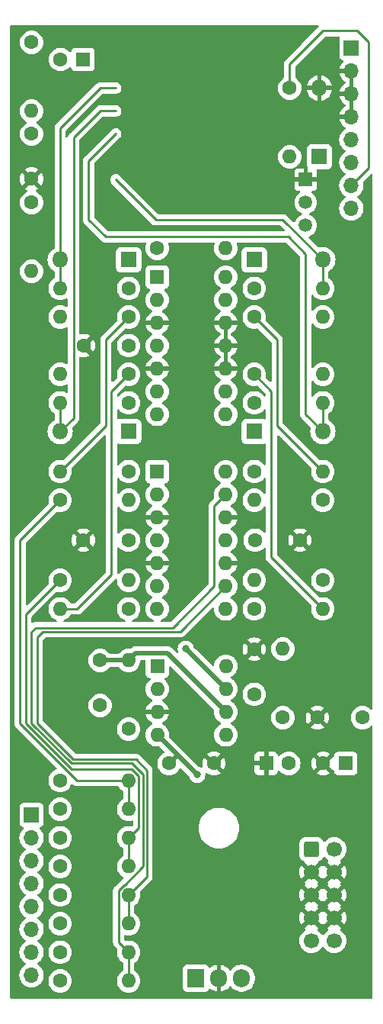
<source format=gbr>
%TF.GenerationSoftware,KiCad,Pcbnew,8.0.7*%
%TF.CreationDate,2025-01-12T14:22:41-05:00*%
%TF.ProjectId,bing-bong-pcb-audio,62696e67-2d62-46f6-9e67-2d7063622d61,rev?*%
%TF.SameCoordinates,Original*%
%TF.FileFunction,Copper,L2,Bot*%
%TF.FilePolarity,Positive*%
%FSLAX46Y46*%
G04 Gerber Fmt 4.6, Leading zero omitted, Abs format (unit mm)*
G04 Created by KiCad (PCBNEW 8.0.7) date 2025-01-12 14:22:41*
%MOMM*%
%LPD*%
G01*
G04 APERTURE LIST*
G04 Aperture macros list*
%AMRoundRect*
0 Rectangle with rounded corners*
0 $1 Rounding radius*
0 $2 $3 $4 $5 $6 $7 $8 $9 X,Y pos of 4 corners*
0 Add a 4 corners polygon primitive as box body*
4,1,4,$2,$3,$4,$5,$6,$7,$8,$9,$2,$3,0*
0 Add four circle primitives for the rounded corners*
1,1,$1+$1,$2,$3*
1,1,$1+$1,$4,$5*
1,1,$1+$1,$6,$7*
1,1,$1+$1,$8,$9*
0 Add four rect primitives between the rounded corners*
20,1,$1+$1,$2,$3,$4,$5,0*
20,1,$1+$1,$4,$5,$6,$7,0*
20,1,$1+$1,$6,$7,$8,$9,0*
20,1,$1+$1,$8,$9,$2,$3,0*%
G04 Aperture macros list end*
%TA.AperFunction,ComponentPad*%
%ADD10C,1.600000*%
%TD*%
%TA.AperFunction,ComponentPad*%
%ADD11O,1.600000X1.600000*%
%TD*%
%TA.AperFunction,ComponentPad*%
%ADD12R,1.800000X1.800000*%
%TD*%
%TA.AperFunction,ComponentPad*%
%ADD13O,1.800000X1.800000*%
%TD*%
%TA.AperFunction,ComponentPad*%
%ADD14R,1.700000X1.700000*%
%TD*%
%TA.AperFunction,ComponentPad*%
%ADD15O,1.700000X1.700000*%
%TD*%
%TA.AperFunction,ComponentPad*%
%ADD16R,1.600000X1.600000*%
%TD*%
%TA.AperFunction,ComponentPad*%
%ADD17R,1.500000X1.500000*%
%TD*%
%TA.AperFunction,ComponentPad*%
%ADD18C,1.500000*%
%TD*%
%TA.AperFunction,ComponentPad*%
%ADD19RoundRect,0.250000X-0.600000X-0.600000X0.600000X-0.600000X0.600000X0.600000X-0.600000X0.600000X0*%
%TD*%
%TA.AperFunction,ComponentPad*%
%ADD20C,1.700000*%
%TD*%
%TA.AperFunction,ComponentPad*%
%ADD21R,1.905000X2.000000*%
%TD*%
%TA.AperFunction,ComponentPad*%
%ADD22O,1.905000X2.000000*%
%TD*%
%TA.AperFunction,ViaPad*%
%ADD23C,0.800000*%
%TD*%
%TA.AperFunction,Conductor*%
%ADD24C,0.500000*%
%TD*%
%TA.AperFunction,Conductor*%
%ADD25C,0.254000*%
%TD*%
%TA.AperFunction,Conductor*%
%ADD26C,0.250000*%
%TD*%
G04 APERTURE END LIST*
D10*
%TO.P,R9,1*%
%TO.N,Net-(U4A--)*%
X132969000Y-91811000D03*
D11*
%TO.P,R9,2*%
%TO.N,Net-(R7-Pad1)*%
X140589000Y-91811000D03*
%TD*%
D12*
%TO.P,D1,1,K*%
%TO.N,Net-(D1-K)*%
X161798000Y-53711000D03*
D13*
%TO.P,D1,2,A*%
%TO.N,GND*%
X161798000Y-46091000D03*
%TD*%
D10*
%TO.P,R12,1*%
%TO.N,POT_1*%
X132969000Y-122926000D03*
D11*
%TO.P,R12,2*%
%TO.N,Net-(U4A--)*%
X140589000Y-122926000D03*
%TD*%
D10*
%TO.P,R13,1*%
%TO.N,CV_2*%
X132969000Y-132451000D03*
D11*
%TO.P,R13,2*%
%TO.N,Net-(U4B--)*%
X140589000Y-132451000D03*
%TD*%
D14*
%TO.P,J3,1,Pin_1*%
%TO.N,POT_1*%
X129794000Y-126736000D03*
D15*
%TO.P,J3,2,Pin_2*%
%TO.N,CV_1*%
X129794000Y-129276000D03*
%TO.P,J3,3,Pin_3*%
%TO.N,POT_2*%
X129794000Y-131816000D03*
%TO.P,J3,4,Pin_4*%
%TO.N,CV_2*%
X129794000Y-134356000D03*
%TO.P,J3,5,Pin_5*%
%TO.N,POT_3*%
X129794000Y-136896000D03*
%TO.P,J3,6,Pin_6*%
%TO.N,CV_3*%
X129794000Y-139436000D03*
%TO.P,J3,7,Pin_7*%
%TO.N,POT_4*%
X129794000Y-141976000D03*
%TO.P,J3,8,Pin_8*%
%TO.N,CV_4*%
X129794000Y-144516000D03*
%TD*%
D10*
%TO.P,R30,1*%
%TO.N,Net-(R27-Pad2)*%
X154559000Y-68316000D03*
D11*
%TO.P,R30,2*%
%TO.N,A4*%
X162179000Y-68316000D03*
%TD*%
D16*
%TO.P,C3,1*%
%TO.N,GND*%
X155893888Y-121021000D03*
D10*
%TO.P,C3,2*%
%TO.N,-12V*%
X158393888Y-121021000D03*
%TD*%
%TO.P,C1,1*%
%TO.N,GND*%
X161584000Y-115941000D03*
%TO.P,C1,2*%
%TO.N,+5V*%
X166584000Y-115941000D03*
%TD*%
D16*
%TO.P,C6,1*%
%TO.N,DAC_OUT*%
X135509000Y-42916000D03*
D10*
%TO.P,C6,2*%
%TO.N,Net-(C6-Pad2)*%
X133009000Y-42916000D03*
%TD*%
%TO.P,R3,1*%
%TO.N,Net-(C6-Pad2)*%
X129794000Y-41011000D03*
D11*
%TO.P,R3,2*%
%TO.N,Net-(C8-Pad1)*%
X129794000Y-48631000D03*
%TD*%
D10*
%TO.P,R2,1*%
%TO.N,+3.3V*%
X143764000Y-63871000D03*
D11*
%TO.P,R2,2*%
%TO.N,D8*%
X151384000Y-63871000D03*
%TD*%
D10*
%TO.P,C7,1*%
%TO.N,Net-(C7-Pad1)*%
X137414000Y-109591000D03*
%TO.P,C7,2*%
%TO.N,Net-(U3--)*%
X137414000Y-114591000D03*
%TD*%
%TO.P,R4,1*%
%TO.N,Net-(C8-Pad1)*%
X129794000Y-58791000D03*
D11*
%TO.P,R4,2*%
%TO.N,Net-(U3--)*%
X129794000Y-66411000D03*
%TD*%
D10*
%TO.P,C11,1*%
%TO.N,+3.3V*%
X140589000Y-74666000D03*
%TO.P,C11,2*%
%TO.N,GND*%
X135589000Y-74666000D03*
%TD*%
%TO.P,R16,1*%
%TO.N,POT_2*%
X132969000Y-129276000D03*
D11*
%TO.P,R16,2*%
%TO.N,Net-(U4B--)*%
X140589000Y-129276000D03*
%TD*%
D10*
%TO.P,C5,1*%
%TO.N,-12V*%
X145074000Y-121021000D03*
%TO.P,C5,2*%
%TO.N,GND*%
X150074000Y-121021000D03*
%TD*%
%TO.P,R21,1*%
%TO.N,Net-(U5C--)*%
X154559000Y-77841000D03*
D11*
%TO.P,R21,2*%
%TO.N,Net-(R21-Pad2)*%
X162179000Y-77841000D03*
%TD*%
D10*
%TO.P,R1,1*%
%TO.N,TRIG_IN*%
X158496000Y-46091000D03*
D11*
%TO.P,R1,2*%
%TO.N,Net-(D1-K)*%
X158496000Y-53711000D03*
%TD*%
D10*
%TO.P,C4,1*%
%TO.N,GND*%
X154559000Y-108361000D03*
%TO.P,C4,2*%
%TO.N,+12V*%
X154559000Y-113361000D03*
%TD*%
%TO.P,R17,1*%
%TO.N,Net-(R14-Pad2)*%
X140589000Y-103876000D03*
D11*
%TO.P,R17,2*%
%TO.N,Net-(U5B--)*%
X132969000Y-103876000D03*
%TD*%
D17*
%TO.P,Q1,1,E*%
%TO.N,GND*%
X160274000Y-56251000D03*
D18*
%TO.P,Q1,2,B*%
%TO.N,Net-(D1-K)*%
X160274000Y-58791000D03*
%TO.P,Q1,3,C*%
%TO.N,D8*%
X160274000Y-61331000D03*
%TD*%
D10*
%TO.P,R7,1*%
%TO.N,Net-(R7-Pad1)*%
X140589000Y-88636000D03*
D11*
%TO.P,R7,2*%
%TO.N,Net-(U5A--)*%
X132969000Y-88636000D03*
%TD*%
D14*
%TO.P,J2,1,Pin_1*%
%TO.N,+3.3V*%
X165354000Y-41646000D03*
D15*
%TO.P,J2,2,Pin_2*%
%TO.N,GND*%
X165354000Y-44186000D03*
%TO.P,J2,3,Pin_3*%
X165354000Y-46726000D03*
%TO.P,J2,4,Pin_4*%
X165354000Y-49266000D03*
%TO.P,J2,5,Pin_5*%
%TO.N,D9*%
X165354000Y-51806000D03*
%TO.P,J2,6,Pin_6*%
%TO.N,D7*%
X165354000Y-54346000D03*
%TO.P,J2,7,Pin_7*%
%TO.N,TRIG_IN*%
X165354000Y-56886000D03*
%TO.P,J2,8,Pin_8*%
%TO.N,AUDIO_OUT*%
X165354000Y-59426000D03*
%TD*%
D10*
%TO.P,R5,1*%
%TO.N,Net-(U3--)*%
X140589000Y-117211000D03*
D11*
%TO.P,R5,2*%
%TO.N,Net-(C7-Pad1)*%
X140589000Y-109591000D03*
%TD*%
D10*
%TO.P,R8,1*%
%TO.N,Net-(U5A--)*%
X140589000Y-71491000D03*
D11*
%TO.P,R8,2*%
%TO.N,Net-(R10-Pad1)*%
X132969000Y-71491000D03*
%TD*%
D10*
%TO.P,R11,1*%
%TO.N,CV_1*%
X132969000Y-126101000D03*
D11*
%TO.P,R11,2*%
%TO.N,Net-(U4A--)*%
X140589000Y-126101000D03*
%TD*%
D10*
%TO.P,R10,1*%
%TO.N,Net-(R10-Pad1)*%
X140589000Y-68316000D03*
D11*
%TO.P,R10,2*%
%TO.N,A1*%
X132969000Y-68316000D03*
%TD*%
D10*
%TO.P,R6,1*%
%TO.N,Net-(C7-Pad1)*%
X157734000Y-115941000D03*
D11*
%TO.P,R6,2*%
%TO.N,AUDIO_OUT*%
X157734000Y-108321000D03*
%TD*%
D16*
%TO.P,U5,1*%
%TO.N,Net-(R10-Pad1)*%
X143764000Y-67056000D03*
D11*
%TO.P,U5,2,-*%
%TO.N,Net-(U5A--)*%
X143764000Y-69596000D03*
%TO.P,U5,3,+*%
%TO.N,GND*%
X143764000Y-72136000D03*
%TO.P,U5,4,V+*%
%TO.N,+3.3V*%
X143764000Y-74676000D03*
%TO.P,U5,5,+*%
%TO.N,GND*%
X143764000Y-77216000D03*
%TO.P,U5,6,-*%
%TO.N,Net-(U5B--)*%
X143764000Y-79756000D03*
%TO.P,U5,7*%
%TO.N,Net-(R15-Pad2)*%
X143764000Y-82296000D03*
%TO.P,U5,8*%
%TO.N,Net-(R21-Pad2)*%
X151384000Y-82296000D03*
%TO.P,U5,9,-*%
%TO.N,Net-(U5C--)*%
X151384000Y-79756000D03*
%TO.P,U5,10,+*%
%TO.N,GND*%
X151384000Y-77216000D03*
%TO.P,U5,11,V-*%
X151384000Y-74676000D03*
%TO.P,U5,12,+*%
X151384000Y-72136000D03*
%TO.P,U5,13,-*%
%TO.N,Net-(U5D--)*%
X151384000Y-69596000D03*
%TO.P,U5,14*%
%TO.N,Net-(R27-Pad2)*%
X151384000Y-67056000D03*
%TD*%
D12*
%TO.P,D5,1,K*%
%TO.N,+3.3V*%
X154559000Y-65141000D03*
D13*
%TO.P,D5,2,A*%
%TO.N,A4*%
X162179000Y-65141000D03*
%TD*%
D10*
%TO.P,R14,1*%
%TO.N,Net-(U4B--)*%
X132969000Y-100701000D03*
D11*
%TO.P,R14,2*%
%TO.N,Net-(R14-Pad2)*%
X140589000Y-100701000D03*
%TD*%
D10*
%TO.P,R29,1*%
%TO.N,Net-(R26-Pad2)*%
X154559000Y-88636000D03*
D11*
%TO.P,R29,2*%
%TO.N,Net-(U5D--)*%
X162179000Y-88636000D03*
%TD*%
D10*
%TO.P,C10,1*%
%TO.N,GND*%
X159639000Y-96256000D03*
%TO.P,C10,2*%
%TO.N,-12V*%
X154639000Y-96256000D03*
%TD*%
%TO.P,R25,1*%
%TO.N,CV_4*%
X132969000Y-145151000D03*
D11*
%TO.P,R25,2*%
%TO.N,Net-(U4D--)*%
X140589000Y-145151000D03*
%TD*%
D10*
%TO.P,R15,1*%
%TO.N,Net-(U5B--)*%
X140589000Y-77841000D03*
D11*
%TO.P,R15,2*%
%TO.N,Net-(R15-Pad2)*%
X132969000Y-77841000D03*
%TD*%
D12*
%TO.P,D4,1,K*%
%TO.N,+3.3V*%
X154559000Y-84191000D03*
D13*
%TO.P,D4,2,A*%
%TO.N,A3*%
X162179000Y-84191000D03*
%TD*%
D12*
%TO.P,D3,1,K*%
%TO.N,+3.3V*%
X140589000Y-84191000D03*
D13*
%TO.P,D3,2,A*%
%TO.N,A2*%
X132969000Y-84191000D03*
%TD*%
D10*
%TO.P,R27,1*%
%TO.N,Net-(U5D--)*%
X154559000Y-71491000D03*
D11*
%TO.P,R27,2*%
%TO.N,Net-(R27-Pad2)*%
X162179000Y-71491000D03*
%TD*%
D10*
%TO.P,R24,1*%
%TO.N,Net-(R21-Pad2)*%
X154559000Y-81016000D03*
D11*
%TO.P,R24,2*%
%TO.N,A3*%
X162179000Y-81016000D03*
%TD*%
D19*
%TO.P,J1,1,Pin_1*%
%TO.N,-12V*%
X160909000Y-130546000D03*
D20*
%TO.P,J1,2,Pin_2*%
X163449000Y-130546000D03*
%TO.P,J1,3,Pin_3*%
%TO.N,GND*%
X160909000Y-133086000D03*
%TO.P,J1,4,Pin_4*%
X163449000Y-133086000D03*
%TO.P,J1,5,Pin_5*%
X160909000Y-135626000D03*
%TO.P,J1,6,Pin_6*%
X163449000Y-135626000D03*
%TO.P,J1,7,Pin_7*%
X160909000Y-138166000D03*
%TO.P,J1,8,Pin_8*%
X163449000Y-138166000D03*
%TO.P,J1,9,Pin_9*%
%TO.N,+12V*%
X160909000Y-140706000D03*
%TO.P,J1,10,Pin_10*%
X163449000Y-140706000D03*
%TD*%
D10*
%TO.P,R22,1*%
%TO.N,POT_3*%
X132969000Y-135626000D03*
D11*
%TO.P,R22,2*%
%TO.N,Net-(U4C--)*%
X140589000Y-135626000D03*
%TD*%
D10*
%TO.P,R20,1*%
%TO.N,Net-(U4C--)*%
X162179000Y-100701000D03*
D11*
%TO.P,R20,2*%
%TO.N,Net-(R20-Pad2)*%
X154559000Y-100701000D03*
%TD*%
D10*
%TO.P,R23,1*%
%TO.N,Net-(R20-Pad2)*%
X154559000Y-103876000D03*
D11*
%TO.P,R23,2*%
%TO.N,Net-(U5C--)*%
X162179000Y-103876000D03*
%TD*%
D10*
%TO.P,R18,1*%
%TO.N,Net-(R15-Pad2)*%
X140589000Y-81016000D03*
D11*
%TO.P,R18,2*%
%TO.N,A2*%
X132969000Y-81016000D03*
%TD*%
D10*
%TO.P,R26,1*%
%TO.N,Net-(U4D--)*%
X162179000Y-91811000D03*
D11*
%TO.P,R26,2*%
%TO.N,Net-(R26-Pad2)*%
X154559000Y-91811000D03*
%TD*%
D10*
%TO.P,R28,1*%
%TO.N,POT_4*%
X132969000Y-141976000D03*
D11*
%TO.P,R28,2*%
%TO.N,Net-(U4D--)*%
X140589000Y-141976000D03*
%TD*%
D16*
%TO.P,U4,1*%
%TO.N,Net-(R7-Pad1)*%
X143764000Y-88646000D03*
D11*
%TO.P,U4,2,-*%
%TO.N,Net-(U4A--)*%
X143764000Y-91186000D03*
%TO.P,U4,3,+*%
%TO.N,GND*%
X143764000Y-93726000D03*
%TO.P,U4,4,V+*%
%TO.N,+12V*%
X143764000Y-96266000D03*
%TO.P,U4,5,+*%
%TO.N,GND*%
X143764000Y-98806000D03*
%TO.P,U4,6,-*%
%TO.N,Net-(U4B--)*%
X143764000Y-101346000D03*
%TO.P,U4,7*%
%TO.N,Net-(R14-Pad2)*%
X143764000Y-103886000D03*
%TO.P,U4,8*%
%TO.N,Net-(R20-Pad2)*%
X151384000Y-103886000D03*
%TO.P,U4,9,-*%
%TO.N,Net-(U4C--)*%
X151384000Y-101346000D03*
%TO.P,U4,10,+*%
%TO.N,GND*%
X151384000Y-98806000D03*
%TO.P,U4,11,V-*%
%TO.N,-12V*%
X151384000Y-96266000D03*
%TO.P,U4,12,+*%
%TO.N,GND*%
X151384000Y-93726000D03*
%TO.P,U4,13,-*%
%TO.N,Net-(U4D--)*%
X151384000Y-91186000D03*
%TO.P,U4,14*%
%TO.N,Net-(R26-Pad2)*%
X151384000Y-88646000D03*
%TD*%
D10*
%TO.P,C9,1*%
%TO.N,+12V*%
X140549000Y-96256000D03*
%TO.P,C9,2*%
%TO.N,GND*%
X135549000Y-96256000D03*
%TD*%
%TO.P,C8,1*%
%TO.N,Net-(C8-Pad1)*%
X129794000Y-51171000D03*
%TO.P,C8,2*%
%TO.N,GND*%
X129794000Y-56171000D03*
%TD*%
D12*
%TO.P,D2,1,K*%
%TO.N,+3.3V*%
X140589000Y-65141000D03*
D13*
%TO.P,D2,2,A*%
%TO.N,A1*%
X132969000Y-65141000D03*
%TD*%
D21*
%TO.P,U2,1,IN*%
%TO.N,+12V*%
X148082000Y-144856000D03*
D22*
%TO.P,U2,2,GND*%
%TO.N,GND*%
X150622000Y-144856000D03*
%TO.P,U2,3,OUT*%
%TO.N,+5V*%
X153162000Y-144856000D03*
%TD*%
D16*
%TO.P,C2,1*%
%TO.N,+12V*%
X164719000Y-121021000D03*
D10*
%TO.P,C2,2*%
%TO.N,GND*%
X162219000Y-121021000D03*
%TD*%
%TO.P,R19,1*%
%TO.N,CV_3*%
X132969000Y-138801000D03*
D11*
%TO.P,R19,2*%
%TO.N,Net-(U4C--)*%
X140589000Y-138801000D03*
%TD*%
D16*
%TO.P,U3,1,NULL*%
%TO.N,unconnected-(U3-NULL-Pad1)*%
X143774000Y-110236000D03*
D11*
%TO.P,U3,2,-*%
%TO.N,Net-(U3--)*%
X143774000Y-112776000D03*
%TO.P,U3,3,+*%
%TO.N,GND*%
X143774000Y-115316000D03*
%TO.P,U3,4,V-*%
%TO.N,-12V*%
X143774000Y-117856000D03*
%TO.P,U3,5,NULL*%
%TO.N,unconnected-(U3-NULL-Pad5)*%
X151394000Y-117856000D03*
%TO.P,U3,6*%
%TO.N,Net-(C7-Pad1)*%
X151394000Y-115316000D03*
%TO.P,U3,7,V+*%
%TO.N,+12V*%
X151394000Y-112776000D03*
%TO.P,U3,8,NC*%
%TO.N,unconnected-(U3-NC-Pad8)*%
X151394000Y-110236000D03*
%TD*%
D23*
%TO.N,+12V*%
X146939000Y-108321000D03*
%TO.N,-12V*%
X148209000Y-122291000D03*
%TD*%
D24*
%TO.N,+12V*%
X146939000Y-108321000D02*
X151394000Y-112776000D01*
%TO.N,-12V*%
X145074000Y-121021000D02*
X145986500Y-120108500D01*
X145986500Y-120068500D02*
X143774000Y-117856000D01*
X145986500Y-120108500D02*
X145986500Y-120068500D01*
X148209000Y-122291000D02*
X145986500Y-120068500D01*
%TO.N,Net-(C7-Pad1)*%
X137414000Y-109591000D02*
X140589000Y-109591000D01*
X140589000Y-109591000D02*
X141388999Y-108791001D01*
X141388999Y-108791001D02*
X144869001Y-108791001D01*
X144869001Y-108791001D02*
X151394000Y-115316000D01*
D25*
%TO.N,Net-(U5A--)*%
X132969000Y-88636000D02*
X138049000Y-83556000D01*
X138049000Y-83556000D02*
X138049000Y-74031000D01*
X138049000Y-74031000D02*
X140589000Y-71491000D01*
D26*
%TO.N,Net-(U4A--)*%
X128524000Y-116576000D02*
X128524000Y-96256000D01*
X128524000Y-96256000D02*
X132969000Y-91811000D01*
X140589000Y-126101000D02*
X140589000Y-122926000D01*
X134874000Y-122926000D02*
X128524000Y-116576000D01*
X140589000Y-122926000D02*
X134874000Y-122926000D01*
%TO.N,Net-(U4B--)*%
X141714000Y-122460009D02*
X140909991Y-121656000D01*
X140589000Y-132451000D02*
X140589000Y-129276000D01*
X140589000Y-129276000D02*
X141714000Y-128151000D01*
X140909991Y-121656000D02*
X134240396Y-121656000D01*
X134240396Y-121656000D02*
X129159698Y-116575302D01*
X129159698Y-104510302D02*
X132969000Y-100701000D01*
X129159698Y-116575302D02*
X129159698Y-104510302D01*
X141714000Y-128151000D02*
X141714000Y-122460009D01*
D25*
%TO.N,Net-(U5B--)*%
X138684000Y-100066000D02*
X138684000Y-79746000D01*
X134874000Y-103876000D02*
X138684000Y-100066000D01*
X138684000Y-79746000D02*
X140589000Y-77841000D01*
X132969000Y-103876000D02*
X134874000Y-103876000D01*
D26*
%TO.N,Net-(U4C--)*%
X146314000Y-106416000D02*
X131064000Y-106416000D01*
X140589000Y-138801000D02*
X140589000Y-135626000D01*
X151384000Y-101346000D02*
X146314000Y-106416000D01*
X134428886Y-120571698D02*
X141409698Y-120571698D01*
X142632085Y-121794085D02*
X142632085Y-133582915D01*
X131064000Y-106416000D02*
X130429000Y-107051000D01*
X141409698Y-120571698D02*
X142632085Y-121794085D01*
X130429000Y-116571812D02*
X134428886Y-120571698D01*
X142632085Y-133582915D02*
X140589000Y-135626000D01*
X130429000Y-107051000D02*
X130429000Y-116571812D01*
D25*
%TO.N,Net-(U5C--)*%
X156464000Y-79746000D02*
X154559000Y-77841000D01*
X156464000Y-98161000D02*
X156464000Y-79746000D01*
X162179000Y-103876000D02*
X156464000Y-98161000D01*
D26*
%TO.N,Net-(U4D--)*%
X129794000Y-106416000D02*
X129794000Y-116573208D01*
X139464000Y-135160009D02*
X140123009Y-134501000D01*
X140129991Y-134501000D02*
X142019496Y-132611496D01*
X140589000Y-141976000D02*
X139464000Y-140851000D01*
X150114000Y-92456000D02*
X150114000Y-101336000D01*
X140912085Y-121021698D02*
X142182085Y-122291698D01*
X142182085Y-132448907D02*
X142019496Y-132611496D01*
X145484000Y-105966000D02*
X130244000Y-105966000D01*
X151384000Y-91186000D02*
X150114000Y-92456000D01*
X140123009Y-134501000D02*
X140129991Y-134501000D01*
X142182085Y-122291698D02*
X142182085Y-132448907D01*
X150114000Y-101336000D02*
X145484000Y-105966000D01*
X134242490Y-121021698D02*
X140912085Y-121021698D01*
X139464000Y-140851000D02*
X139464000Y-135160009D01*
X130244000Y-105966000D02*
X129794000Y-106416000D01*
X129794000Y-116573208D02*
X134242490Y-121021698D01*
X140589000Y-145151000D02*
X140589000Y-141976000D01*
D25*
%TO.N,Net-(U5D--)*%
X162179000Y-88636000D02*
X157099000Y-83556000D01*
X157099000Y-74031000D02*
X154559000Y-71491000D01*
X157099000Y-83556000D02*
X157099000Y-74031000D01*
%TO.N,TRIG_IN*%
X165989000Y-39741000D02*
X162179000Y-39741000D01*
X165354000Y-56886000D02*
X167259000Y-54981000D01*
X162179000Y-39741000D02*
X158496000Y-43424000D01*
X167259000Y-41011000D02*
X165989000Y-39741000D01*
X167259000Y-54981000D02*
X167259000Y-41011000D01*
X158496000Y-43424000D02*
X158496000Y-45964000D01*
%TO.N,A1*%
X137428510Y-46076490D02*
X139157710Y-46076490D01*
X132969000Y-65141000D02*
X132969000Y-50536000D01*
X132969000Y-65141000D02*
X132969000Y-68316000D01*
X132969000Y-50536000D02*
X137428510Y-46076490D01*
%TO.N,A2*%
X134462000Y-51583000D02*
X137428510Y-48616490D01*
X132969000Y-84191000D02*
X132969000Y-81016000D01*
X137428510Y-48616490D02*
X139157710Y-48616490D01*
X134462000Y-82698000D02*
X134462000Y-51583000D01*
X132969000Y-84191000D02*
X134462000Y-82698000D01*
%TO.N,A3*%
X162179000Y-84191000D02*
X162179000Y-81016000D01*
X158369000Y-62601000D02*
X138049000Y-62601000D01*
X136144000Y-60696000D02*
X136144000Y-54170200D01*
X162179000Y-84191000D02*
X160274000Y-82286000D01*
X160274000Y-64506000D02*
X158369000Y-62601000D01*
X138049000Y-62601000D02*
X136144000Y-60696000D01*
X160274000Y-82286000D02*
X160274000Y-64506000D01*
X136144000Y-54170200D02*
X139157710Y-51156490D01*
%TO.N,A4*%
X162179000Y-65141000D02*
X162179000Y-68316000D01*
X143617220Y-60696000D02*
X139157710Y-56236490D01*
X157734000Y-60696000D02*
X143617220Y-60696000D01*
X162179000Y-65141000D02*
X157734000Y-60696000D01*
%TD*%
%TA.AperFunction,Conductor*%
%TO.N,GND*%
G36*
X162983075Y-138358993D02*
G01*
X163048901Y-138473007D01*
X163141993Y-138566099D01*
X163256007Y-138631925D01*
X163319591Y-138648962D01*
X162687627Y-139280925D01*
X162763595Y-139334119D01*
X162807219Y-139388696D01*
X162814412Y-139458195D01*
X162782890Y-139520549D01*
X162763595Y-139537269D01*
X162577594Y-139667508D01*
X162410505Y-139834597D01*
X162280575Y-140020158D01*
X162225998Y-140063783D01*
X162156500Y-140070977D01*
X162094145Y-140039454D01*
X162077425Y-140020158D01*
X161947494Y-139834597D01*
X161780402Y-139667506D01*
X161780401Y-139667505D01*
X161594405Y-139537269D01*
X161550781Y-139482692D01*
X161543588Y-139413193D01*
X161575110Y-139350839D01*
X161594404Y-139334120D01*
X161670371Y-139280925D01*
X161038408Y-138648962D01*
X161101993Y-138631925D01*
X161216007Y-138566099D01*
X161309099Y-138473007D01*
X161374925Y-138358993D01*
X161391962Y-138295408D01*
X162023925Y-138927371D01*
X162077426Y-138850968D01*
X162132004Y-138807344D01*
X162201502Y-138800152D01*
X162263856Y-138831675D01*
X162280575Y-138850969D01*
X162334073Y-138927372D01*
X162966037Y-138295408D01*
X162983075Y-138358993D01*
G37*
%TD.AperFunction*%
%TA.AperFunction,Conductor*%
G36*
X162983075Y-135818993D02*
G01*
X163048901Y-135933007D01*
X163141993Y-136026099D01*
X163256007Y-136091925D01*
X163319591Y-136108962D01*
X162687626Y-136740926D01*
X162764031Y-136794426D01*
X162807656Y-136849003D01*
X162814848Y-136918501D01*
X162783326Y-136980856D01*
X162764030Y-136997575D01*
X162687627Y-137051072D01*
X162687626Y-137051073D01*
X163319591Y-137683037D01*
X163256007Y-137700075D01*
X163141993Y-137765901D01*
X163048901Y-137858993D01*
X162983075Y-137973007D01*
X162966037Y-138036590D01*
X162334073Y-137404626D01*
X162334073Y-137404627D01*
X162280575Y-137481031D01*
X162225999Y-137524656D01*
X162156500Y-137531850D01*
X162094145Y-137500327D01*
X162077425Y-137481032D01*
X162023925Y-137404626D01*
X161391962Y-138036590D01*
X161374925Y-137973007D01*
X161309099Y-137858993D01*
X161216007Y-137765901D01*
X161101993Y-137700075D01*
X161038409Y-137683037D01*
X161670372Y-137051073D01*
X161593969Y-136997575D01*
X161550344Y-136942998D01*
X161543152Y-136873499D01*
X161574674Y-136811144D01*
X161593968Y-136794426D01*
X161670371Y-136740925D01*
X161038408Y-136108962D01*
X161101993Y-136091925D01*
X161216007Y-136026099D01*
X161309099Y-135933007D01*
X161374925Y-135818993D01*
X161391962Y-135755408D01*
X162023925Y-136387371D01*
X162077426Y-136310968D01*
X162132004Y-136267344D01*
X162201502Y-136260152D01*
X162263856Y-136291675D01*
X162280575Y-136310969D01*
X162334073Y-136387372D01*
X162966037Y-135755408D01*
X162983075Y-135818993D01*
G37*
%TD.AperFunction*%
%TA.AperFunction,Conductor*%
G36*
X162983075Y-133278993D02*
G01*
X163048901Y-133393007D01*
X163141993Y-133486099D01*
X163256007Y-133551925D01*
X163319591Y-133568962D01*
X162687626Y-134200926D01*
X162764031Y-134254426D01*
X162807656Y-134309003D01*
X162814848Y-134378501D01*
X162783326Y-134440856D01*
X162764030Y-134457575D01*
X162687627Y-134511072D01*
X162687626Y-134511073D01*
X163319591Y-135143037D01*
X163256007Y-135160075D01*
X163141993Y-135225901D01*
X163048901Y-135318993D01*
X162983075Y-135433007D01*
X162966037Y-135496590D01*
X162334073Y-134864626D01*
X162334073Y-134864627D01*
X162280575Y-134941031D01*
X162225999Y-134984656D01*
X162156500Y-134991850D01*
X162094145Y-134960327D01*
X162077425Y-134941032D01*
X162023925Y-134864626D01*
X161391962Y-135496590D01*
X161374925Y-135433007D01*
X161309099Y-135318993D01*
X161216007Y-135225901D01*
X161101993Y-135160075D01*
X161038409Y-135143037D01*
X161670372Y-134511073D01*
X161593969Y-134457575D01*
X161550344Y-134402998D01*
X161543152Y-134333499D01*
X161574674Y-134271144D01*
X161593968Y-134254426D01*
X161670371Y-134200925D01*
X161038408Y-133568962D01*
X161101993Y-133551925D01*
X161216007Y-133486099D01*
X161309099Y-133393007D01*
X161374925Y-133278993D01*
X161391962Y-133215408D01*
X162023925Y-133847371D01*
X162077426Y-133770968D01*
X162132004Y-133727344D01*
X162201502Y-133720152D01*
X162263856Y-133751675D01*
X162280575Y-133770969D01*
X162334073Y-133847372D01*
X162966037Y-133215408D01*
X162983075Y-133278993D01*
G37*
%TD.AperFunction*%
%TA.AperFunction,Conductor*%
G36*
X162369720Y-131384779D02*
G01*
X162406483Y-131413766D01*
X162406677Y-131413573D01*
X162408313Y-131415209D01*
X162409354Y-131416030D01*
X162410501Y-131417397D01*
X162410505Y-131417401D01*
X162577599Y-131584495D01*
X162750288Y-131705413D01*
X162763595Y-131714731D01*
X162807219Y-131769308D01*
X162814412Y-131838807D01*
X162782890Y-131901161D01*
X162763594Y-131917881D01*
X162687627Y-131971073D01*
X162687626Y-131971073D01*
X163319591Y-132603037D01*
X163256007Y-132620075D01*
X163141993Y-132685901D01*
X163048901Y-132778993D01*
X162983075Y-132893007D01*
X162966037Y-132956590D01*
X162334073Y-132324626D01*
X162334073Y-132324627D01*
X162280575Y-132401031D01*
X162225999Y-132444656D01*
X162156500Y-132451850D01*
X162094145Y-132420327D01*
X162077425Y-132401032D01*
X162023925Y-132324626D01*
X161391962Y-132956590D01*
X161374925Y-132893007D01*
X161309099Y-132778993D01*
X161216007Y-132685901D01*
X161101993Y-132620075D01*
X161038409Y-132603037D01*
X161674788Y-131966657D01*
X161685208Y-131914809D01*
X161733822Y-131864625D01*
X161755962Y-131854795D01*
X161828334Y-131830814D01*
X161977656Y-131738712D01*
X162101712Y-131614656D01*
X162193814Y-131465334D01*
X162196662Y-131456738D01*
X162236429Y-131399294D01*
X162300944Y-131372468D01*
X162369720Y-131384779D01*
G37*
%TD.AperFunction*%
%TA.AperFunction,Conductor*%
G36*
X151634000Y-76900314D02*
G01*
X151629606Y-76895920D01*
X151538394Y-76843259D01*
X151436661Y-76816000D01*
X151331339Y-76816000D01*
X151229606Y-76843259D01*
X151138394Y-76895920D01*
X151134000Y-76900314D01*
X151134000Y-74991686D01*
X151138394Y-74996080D01*
X151229606Y-75048741D01*
X151331339Y-75076000D01*
X151436661Y-75076000D01*
X151538394Y-75048741D01*
X151629606Y-74996080D01*
X151634000Y-74991686D01*
X151634000Y-76900314D01*
G37*
%TD.AperFunction*%
%TA.AperFunction,Conductor*%
G36*
X151634000Y-74360314D02*
G01*
X151629606Y-74355920D01*
X151538394Y-74303259D01*
X151436661Y-74276000D01*
X151331339Y-74276000D01*
X151229606Y-74303259D01*
X151138394Y-74355920D01*
X151134000Y-74360314D01*
X151134000Y-72451686D01*
X151138394Y-72456080D01*
X151229606Y-72508741D01*
X151331339Y-72536000D01*
X151436661Y-72536000D01*
X151538394Y-72508741D01*
X151629606Y-72456080D01*
X151634000Y-72451686D01*
X151634000Y-74360314D01*
G37*
%TD.AperFunction*%
%TA.AperFunction,Conductor*%
G36*
X161694257Y-39125685D02*
G01*
X161740012Y-39178489D01*
X161749956Y-39247647D01*
X161720931Y-39311203D01*
X161714899Y-39317681D01*
X159794895Y-41237686D01*
X158095992Y-42936589D01*
X158052289Y-42980292D01*
X158008586Y-43023994D01*
X158008585Y-43023996D01*
X157939233Y-43127789D01*
X157937586Y-43132393D01*
X157892615Y-43240962D01*
X157892614Y-43240964D01*
X157872410Y-43342544D01*
X157872409Y-43342549D01*
X157868500Y-43362197D01*
X157868500Y-44878212D01*
X157848815Y-44945251D01*
X157815623Y-44979787D01*
X157656858Y-45090954D01*
X157495954Y-45251858D01*
X157365432Y-45438265D01*
X157365431Y-45438267D01*
X157269261Y-45644502D01*
X157269258Y-45644511D01*
X157210366Y-45864302D01*
X157210364Y-45864313D01*
X157190532Y-46090998D01*
X157190532Y-46091001D01*
X157210364Y-46317686D01*
X157210366Y-46317697D01*
X157269258Y-46537488D01*
X157269261Y-46537497D01*
X157365431Y-46743732D01*
X157365432Y-46743734D01*
X157495954Y-46930141D01*
X157656858Y-47091045D01*
X157656861Y-47091047D01*
X157843266Y-47221568D01*
X158049504Y-47317739D01*
X158269308Y-47376635D01*
X158431230Y-47390801D01*
X158495998Y-47396468D01*
X158496000Y-47396468D01*
X158496002Y-47396468D01*
X158552673Y-47391509D01*
X158722692Y-47376635D01*
X158942496Y-47317739D01*
X159148734Y-47221568D01*
X159335139Y-47091047D01*
X159496047Y-46930139D01*
X159626568Y-46743734D01*
X159722739Y-46537496D01*
X159781635Y-46317692D01*
X159801468Y-46091000D01*
X159781635Y-45864308D01*
X159775390Y-45841000D01*
X160417117Y-45841000D01*
X161422722Y-45841000D01*
X161378667Y-45917306D01*
X161348000Y-46031756D01*
X161348000Y-46150244D01*
X161378667Y-46264694D01*
X161422722Y-46341000D01*
X160417117Y-46341000D01*
X160469317Y-46547135D01*
X160562516Y-46759609D01*
X160689414Y-46953842D01*
X160846558Y-47124545D01*
X160846562Y-47124548D01*
X161029644Y-47267047D01*
X161029648Y-47267050D01*
X161233697Y-47377476D01*
X161233706Y-47377479D01*
X161453139Y-47452811D01*
X161547999Y-47468640D01*
X161548000Y-47468639D01*
X161548000Y-46466277D01*
X161624306Y-46510333D01*
X161738756Y-46541000D01*
X161857244Y-46541000D01*
X161971694Y-46510333D01*
X162048000Y-46466277D01*
X162048000Y-47468640D01*
X162142860Y-47452811D01*
X162362293Y-47377479D01*
X162362302Y-47377476D01*
X162566351Y-47267050D01*
X162566355Y-47267047D01*
X162749437Y-47124548D01*
X162749441Y-47124545D01*
X162906585Y-46953842D01*
X163033483Y-46759609D01*
X163126682Y-46547135D01*
X163178883Y-46341000D01*
X162173278Y-46341000D01*
X162217333Y-46264694D01*
X162248000Y-46150244D01*
X162248000Y-46031756D01*
X162217333Y-45917306D01*
X162173278Y-45841000D01*
X163178883Y-45841000D01*
X163126682Y-45634864D01*
X163033483Y-45422390D01*
X162906585Y-45228157D01*
X162749441Y-45057454D01*
X162749437Y-45057451D01*
X162566355Y-44914952D01*
X162566351Y-44914949D01*
X162362302Y-44804523D01*
X162362293Y-44804520D01*
X162142861Y-44729188D01*
X162048000Y-44713359D01*
X162048000Y-45715722D01*
X161971694Y-45671667D01*
X161857244Y-45641000D01*
X161738756Y-45641000D01*
X161624306Y-45671667D01*
X161548000Y-45715722D01*
X161548000Y-44713359D01*
X161547999Y-44713359D01*
X161453138Y-44729188D01*
X161233706Y-44804520D01*
X161233697Y-44804523D01*
X161029648Y-44914949D01*
X161029644Y-44914952D01*
X160846562Y-45057451D01*
X160846558Y-45057454D01*
X160689414Y-45228157D01*
X160562516Y-45422390D01*
X160469317Y-45634864D01*
X160417117Y-45841000D01*
X159775390Y-45841000D01*
X159722739Y-45644504D01*
X159626568Y-45438266D01*
X159496047Y-45251861D01*
X159496045Y-45251858D01*
X159335141Y-45090954D01*
X159176377Y-44979787D01*
X159132752Y-44925210D01*
X159123500Y-44878212D01*
X159123500Y-43735281D01*
X159143185Y-43668242D01*
X159159819Y-43647600D01*
X162402600Y-40404819D01*
X162463923Y-40371334D01*
X162490281Y-40368500D01*
X163952323Y-40368500D01*
X164019362Y-40388185D01*
X164065117Y-40440989D01*
X164075061Y-40510147D01*
X164061153Y-40551930D01*
X164060204Y-40553667D01*
X164009908Y-40688517D01*
X164003501Y-40748116D01*
X164003500Y-40748135D01*
X164003500Y-42543870D01*
X164003501Y-42543876D01*
X164009908Y-42603483D01*
X164060202Y-42738328D01*
X164060206Y-42738335D01*
X164146452Y-42853544D01*
X164146455Y-42853547D01*
X164261664Y-42939793D01*
X164261671Y-42939797D01*
X164323902Y-42963007D01*
X164393598Y-42989002D01*
X164449531Y-43030873D01*
X164473949Y-43096337D01*
X164459098Y-43164610D01*
X164437947Y-43192865D01*
X164315886Y-43314926D01*
X164180400Y-43508420D01*
X164180399Y-43508422D01*
X164080570Y-43722507D01*
X164080567Y-43722513D01*
X164023364Y-43935999D01*
X164023364Y-43936000D01*
X164920988Y-43936000D01*
X164888075Y-43993007D01*
X164854000Y-44120174D01*
X164854000Y-44251826D01*
X164888075Y-44378993D01*
X164920988Y-44436000D01*
X164023364Y-44436000D01*
X164080567Y-44649486D01*
X164080570Y-44649492D01*
X164180399Y-44863578D01*
X164315894Y-45057082D01*
X164482917Y-45224105D01*
X164669031Y-45354425D01*
X164712656Y-45409003D01*
X164719848Y-45478501D01*
X164688326Y-45540856D01*
X164669031Y-45557575D01*
X164482922Y-45687890D01*
X164482920Y-45687891D01*
X164315891Y-45854920D01*
X164315886Y-45854926D01*
X164180400Y-46048420D01*
X164180399Y-46048422D01*
X164080570Y-46262507D01*
X164080567Y-46262513D01*
X164023364Y-46475999D01*
X164023364Y-46476000D01*
X164920988Y-46476000D01*
X164888075Y-46533007D01*
X164854000Y-46660174D01*
X164854000Y-46791826D01*
X164888075Y-46918993D01*
X164920988Y-46976000D01*
X164023364Y-46976000D01*
X164080567Y-47189486D01*
X164080570Y-47189492D01*
X164180399Y-47403578D01*
X164315894Y-47597082D01*
X164482917Y-47764105D01*
X164669031Y-47894425D01*
X164712656Y-47949003D01*
X164719848Y-48018501D01*
X164688326Y-48080856D01*
X164669031Y-48097575D01*
X164482922Y-48227890D01*
X164482920Y-48227891D01*
X164315891Y-48394920D01*
X164315886Y-48394926D01*
X164180400Y-48588420D01*
X164180399Y-48588422D01*
X164080570Y-48802507D01*
X164080567Y-48802513D01*
X164023364Y-49015999D01*
X164023364Y-49016000D01*
X164920988Y-49016000D01*
X164888075Y-49073007D01*
X164854000Y-49200174D01*
X164854000Y-49331826D01*
X164888075Y-49458993D01*
X164920988Y-49516000D01*
X164023364Y-49516000D01*
X164080567Y-49729486D01*
X164080570Y-49729492D01*
X164180399Y-49943578D01*
X164315894Y-50137082D01*
X164482917Y-50304105D01*
X164668595Y-50434119D01*
X164712219Y-50488696D01*
X164719412Y-50558195D01*
X164687890Y-50620549D01*
X164668595Y-50637269D01*
X164482594Y-50767508D01*
X164315505Y-50934597D01*
X164179965Y-51128169D01*
X164179964Y-51128171D01*
X164103853Y-51291393D01*
X164081413Y-51339516D01*
X164080098Y-51342335D01*
X164080094Y-51342344D01*
X164018938Y-51570586D01*
X164018936Y-51570596D01*
X163998341Y-51805999D01*
X163998341Y-51806000D01*
X164018936Y-52041403D01*
X164018938Y-52041413D01*
X164080094Y-52269655D01*
X164080096Y-52269659D01*
X164080097Y-52269663D01*
X164165800Y-52453454D01*
X164179965Y-52483830D01*
X164179967Y-52483834D01*
X164315501Y-52677395D01*
X164315506Y-52677402D01*
X164482597Y-52844493D01*
X164482603Y-52844498D01*
X164668158Y-52974425D01*
X164711783Y-53029002D01*
X164718977Y-53098500D01*
X164687454Y-53160855D01*
X164668158Y-53177575D01*
X164482597Y-53307505D01*
X164315505Y-53474597D01*
X164179965Y-53668169D01*
X164179964Y-53668171D01*
X164080098Y-53882335D01*
X164080094Y-53882344D01*
X164018938Y-54110586D01*
X164018936Y-54110596D01*
X163998341Y-54345999D01*
X163998341Y-54346000D01*
X164018936Y-54581403D01*
X164018938Y-54581413D01*
X164080094Y-54809655D01*
X164080096Y-54809659D01*
X164080097Y-54809663D01*
X164128529Y-54913525D01*
X164179965Y-55023830D01*
X164179967Y-55023834D01*
X164315501Y-55217395D01*
X164315506Y-55217402D01*
X164482597Y-55384493D01*
X164482603Y-55384498D01*
X164668158Y-55514425D01*
X164711783Y-55569002D01*
X164718977Y-55638500D01*
X164687454Y-55700855D01*
X164668158Y-55717575D01*
X164482597Y-55847505D01*
X164315505Y-56014597D01*
X164179965Y-56208169D01*
X164179964Y-56208171D01*
X164080098Y-56422335D01*
X164080094Y-56422344D01*
X164018938Y-56650586D01*
X164018936Y-56650596D01*
X163998341Y-56885999D01*
X163998341Y-56886000D01*
X164018936Y-57121403D01*
X164018938Y-57121413D01*
X164080094Y-57349655D01*
X164080096Y-57349659D01*
X164080097Y-57349663D01*
X164172086Y-57546933D01*
X164179965Y-57563830D01*
X164179967Y-57563834D01*
X164315501Y-57757395D01*
X164315506Y-57757402D01*
X164482597Y-57924493D01*
X164482603Y-57924498D01*
X164668158Y-58054425D01*
X164711783Y-58109002D01*
X164718977Y-58178500D01*
X164687454Y-58240855D01*
X164668158Y-58257575D01*
X164482597Y-58387505D01*
X164315505Y-58554597D01*
X164179965Y-58748169D01*
X164179964Y-58748171D01*
X164080098Y-58962335D01*
X164080094Y-58962344D01*
X164018938Y-59190586D01*
X164018936Y-59190596D01*
X163998341Y-59425999D01*
X163998341Y-59426000D01*
X164018936Y-59661403D01*
X164018938Y-59661413D01*
X164080094Y-59889655D01*
X164080096Y-59889659D01*
X164080097Y-59889663D01*
X164167283Y-60076633D01*
X164179965Y-60103830D01*
X164179967Y-60103834D01*
X164249501Y-60203138D01*
X164315505Y-60297401D01*
X164482599Y-60464495D01*
X164567754Y-60524121D01*
X164676165Y-60600032D01*
X164676167Y-60600033D01*
X164676170Y-60600035D01*
X164890337Y-60699903D01*
X164890343Y-60699904D01*
X164890344Y-60699905D01*
X164903246Y-60703362D01*
X165118592Y-60761063D01*
X165306918Y-60777539D01*
X165353999Y-60781659D01*
X165354000Y-60781659D01*
X165354001Y-60781659D01*
X165393234Y-60778226D01*
X165589408Y-60761063D01*
X165817663Y-60699903D01*
X166031830Y-60600035D01*
X166225401Y-60464495D01*
X166392495Y-60297401D01*
X166528035Y-60103830D01*
X166627903Y-59889663D01*
X166689063Y-59661408D01*
X166709659Y-59426000D01*
X166689063Y-59190592D01*
X166627903Y-58962337D01*
X166528035Y-58748171D01*
X166405397Y-58573024D01*
X166392494Y-58554597D01*
X166225402Y-58387506D01*
X166225396Y-58387501D01*
X166039842Y-58257575D01*
X165996217Y-58202998D01*
X165989023Y-58133500D01*
X166020546Y-58071145D01*
X166039842Y-58054425D01*
X166186318Y-57951861D01*
X166225401Y-57924495D01*
X166392495Y-57757401D01*
X166528035Y-57563830D01*
X166627903Y-57349663D01*
X166689063Y-57121408D01*
X166709659Y-56886000D01*
X166689063Y-56650592D01*
X166667758Y-56571080D01*
X166662741Y-56552356D01*
X166664404Y-56482506D01*
X166694833Y-56432584D01*
X167512320Y-55615098D01*
X167573642Y-55581614D01*
X167643334Y-55586598D01*
X167699267Y-55628470D01*
X167723684Y-55693934D01*
X167724000Y-55702780D01*
X167724000Y-114942451D01*
X167704315Y-115009490D01*
X167651511Y-115055245D01*
X167582353Y-115065189D01*
X167518797Y-115036164D01*
X167512319Y-115030132D01*
X167423141Y-114940954D01*
X167236734Y-114810432D01*
X167236732Y-114810431D01*
X167030497Y-114714261D01*
X167030488Y-114714258D01*
X166810697Y-114655366D01*
X166810693Y-114655365D01*
X166810692Y-114655365D01*
X166810691Y-114655364D01*
X166810686Y-114655364D01*
X166584002Y-114635532D01*
X166583998Y-114635532D01*
X166357313Y-114655364D01*
X166357302Y-114655366D01*
X166137511Y-114714258D01*
X166137502Y-114714261D01*
X165931267Y-114810431D01*
X165931265Y-114810432D01*
X165744858Y-114940954D01*
X165583954Y-115101858D01*
X165453432Y-115288265D01*
X165453431Y-115288267D01*
X165357261Y-115494502D01*
X165357258Y-115494511D01*
X165298366Y-115714302D01*
X165298364Y-115714313D01*
X165278532Y-115940998D01*
X165278532Y-115941001D01*
X165298364Y-116167686D01*
X165298366Y-116167697D01*
X165357258Y-116387488D01*
X165357261Y-116387497D01*
X165453431Y-116593732D01*
X165453432Y-116593734D01*
X165583954Y-116780141D01*
X165744858Y-116941045D01*
X165744861Y-116941047D01*
X165931266Y-117071568D01*
X166137504Y-117167739D01*
X166357308Y-117226635D01*
X166519230Y-117240801D01*
X166583998Y-117246468D01*
X166584000Y-117246468D01*
X166584002Y-117246468D01*
X166640673Y-117241509D01*
X166810692Y-117226635D01*
X167030496Y-117167739D01*
X167236734Y-117071568D01*
X167423139Y-116941047D01*
X167440679Y-116923507D01*
X167512319Y-116851868D01*
X167573642Y-116818383D01*
X167643334Y-116823367D01*
X167699267Y-116865239D01*
X167723684Y-116930703D01*
X167724000Y-116939549D01*
X167724000Y-146982000D01*
X167704315Y-147049039D01*
X167651511Y-147094794D01*
X167600000Y-147106000D01*
X127548000Y-147106000D01*
X127480961Y-147086315D01*
X127435206Y-147033511D01*
X127424000Y-146982000D01*
X127424000Y-129275999D01*
X128438341Y-129275999D01*
X128438341Y-129276000D01*
X128458936Y-129511403D01*
X128458938Y-129511413D01*
X128520094Y-129739655D01*
X128520096Y-129739659D01*
X128520097Y-129739663D01*
X128592994Y-129895991D01*
X128619965Y-129953830D01*
X128619967Y-129953834D01*
X128755501Y-130147395D01*
X128755506Y-130147402D01*
X128922597Y-130314493D01*
X128922603Y-130314498D01*
X129108158Y-130444425D01*
X129151783Y-130499002D01*
X129158977Y-130568500D01*
X129127454Y-130630855D01*
X129108158Y-130647575D01*
X128922597Y-130777505D01*
X128755505Y-130944597D01*
X128619965Y-131138169D01*
X128619964Y-131138171D01*
X128520098Y-131352335D01*
X128520094Y-131352344D01*
X128458938Y-131580586D01*
X128458936Y-131580596D01*
X128438341Y-131815999D01*
X128438341Y-131816000D01*
X128458936Y-132051403D01*
X128458938Y-132051413D01*
X128520094Y-132279655D01*
X128520096Y-132279659D01*
X128520097Y-132279663D01*
X128600389Y-132451850D01*
X128619965Y-132493830D01*
X128619967Y-132493834D01*
X128684503Y-132586000D01*
X128748702Y-132677686D01*
X128755501Y-132687395D01*
X128755506Y-132687402D01*
X128922597Y-132854493D01*
X128922603Y-132854498D01*
X129108158Y-132984425D01*
X129151783Y-133039002D01*
X129158977Y-133108500D01*
X129127454Y-133170855D01*
X129108158Y-133187575D01*
X128922597Y-133317505D01*
X128755505Y-133484597D01*
X128619965Y-133678169D01*
X128619964Y-133678171D01*
X128520098Y-133892335D01*
X128520094Y-133892344D01*
X128458938Y-134120586D01*
X128458936Y-134120596D01*
X128438341Y-134355999D01*
X128438341Y-134356000D01*
X128458936Y-134591403D01*
X128458938Y-134591413D01*
X128520094Y-134819655D01*
X128520096Y-134819659D01*
X128520097Y-134819663D01*
X128593727Y-134977562D01*
X128619965Y-135033830D01*
X128619967Y-135033834D01*
X128755501Y-135227395D01*
X128755506Y-135227402D01*
X128922597Y-135394493D01*
X128922603Y-135394498D01*
X129108158Y-135524425D01*
X129151783Y-135579002D01*
X129158977Y-135648500D01*
X129127454Y-135710855D01*
X129108158Y-135727575D01*
X128922597Y-135857505D01*
X128755505Y-136024597D01*
X128619965Y-136218169D01*
X128619964Y-136218171D01*
X128520098Y-136432335D01*
X128520094Y-136432344D01*
X128458938Y-136660586D01*
X128458936Y-136660596D01*
X128438341Y-136895999D01*
X128438341Y-136896000D01*
X128458936Y-137131403D01*
X128458938Y-137131413D01*
X128520094Y-137359655D01*
X128520096Y-137359659D01*
X128520097Y-137359663D01*
X128583454Y-137495532D01*
X128619965Y-137573830D01*
X128619967Y-137573834D01*
X128755501Y-137767395D01*
X128755506Y-137767402D01*
X128922597Y-137934493D01*
X128922603Y-137934498D01*
X129108158Y-138064425D01*
X129151783Y-138119002D01*
X129158977Y-138188500D01*
X129127454Y-138250855D01*
X129108158Y-138267575D01*
X128922597Y-138397505D01*
X128755505Y-138564597D01*
X128619965Y-138758169D01*
X128619964Y-138758171D01*
X128520098Y-138972335D01*
X128520094Y-138972344D01*
X128458938Y-139200586D01*
X128458936Y-139200596D01*
X128438341Y-139435999D01*
X128438341Y-139436000D01*
X128458936Y-139671403D01*
X128458938Y-139671413D01*
X128520094Y-139899655D01*
X128520096Y-139899659D01*
X128520097Y-139899663D01*
X128595956Y-140062342D01*
X128619965Y-140113830D01*
X128619967Y-140113834D01*
X128755501Y-140307395D01*
X128755506Y-140307402D01*
X128922597Y-140474493D01*
X128922603Y-140474498D01*
X129108158Y-140604425D01*
X129151783Y-140659002D01*
X129158977Y-140728500D01*
X129127454Y-140790855D01*
X129108158Y-140807575D01*
X128922597Y-140937505D01*
X128755505Y-141104597D01*
X128619965Y-141298169D01*
X128619964Y-141298171D01*
X128520098Y-141512335D01*
X128520094Y-141512344D01*
X128458938Y-141740586D01*
X128458936Y-141740596D01*
X128438341Y-141975999D01*
X128438341Y-141976000D01*
X128458936Y-142211403D01*
X128458938Y-142211413D01*
X128520094Y-142439655D01*
X128520096Y-142439659D01*
X128520097Y-142439663D01*
X128608262Y-142628732D01*
X128619965Y-142653830D01*
X128619967Y-142653834D01*
X128755501Y-142847395D01*
X128755506Y-142847402D01*
X128922597Y-143014493D01*
X128922603Y-143014498D01*
X129108158Y-143144425D01*
X129151783Y-143199002D01*
X129158977Y-143268500D01*
X129127454Y-143330855D01*
X129108158Y-143347575D01*
X128922597Y-143477505D01*
X128755505Y-143644597D01*
X128619965Y-143838169D01*
X128619964Y-143838171D01*
X128520098Y-144052335D01*
X128520094Y-144052344D01*
X128458938Y-144280586D01*
X128458936Y-144280596D01*
X128438341Y-144515999D01*
X128438341Y-144516000D01*
X128458936Y-144751403D01*
X128458938Y-144751413D01*
X128520094Y-144979655D01*
X128520096Y-144979659D01*
X128520097Y-144979663D01*
X128619908Y-145193708D01*
X128619965Y-145193830D01*
X128619967Y-145193834D01*
X128691582Y-145296110D01*
X128755505Y-145387401D01*
X128922599Y-145554495D01*
X128984011Y-145597496D01*
X129116165Y-145690032D01*
X129116167Y-145690033D01*
X129116170Y-145690035D01*
X129330337Y-145789903D01*
X129558592Y-145851063D01*
X129746918Y-145867539D01*
X129793999Y-145871659D01*
X129794000Y-145871659D01*
X129794001Y-145871659D01*
X129833234Y-145868226D01*
X130029408Y-145851063D01*
X130257663Y-145789903D01*
X130471830Y-145690035D01*
X130665401Y-145554495D01*
X130832495Y-145387401D01*
X130968035Y-145193830D01*
X130988008Y-145150998D01*
X131663532Y-145150998D01*
X131663532Y-145151001D01*
X131683364Y-145377686D01*
X131683366Y-145377697D01*
X131742258Y-145597488D01*
X131742261Y-145597497D01*
X131838431Y-145803732D01*
X131838432Y-145803734D01*
X131968954Y-145990141D01*
X132129858Y-146151045D01*
X132129861Y-146151047D01*
X132316266Y-146281568D01*
X132522504Y-146377739D01*
X132742308Y-146436635D01*
X132904230Y-146450801D01*
X132968998Y-146456468D01*
X132969000Y-146456468D01*
X132969002Y-146456468D01*
X133025673Y-146451509D01*
X133195692Y-146436635D01*
X133415496Y-146377739D01*
X133621734Y-146281568D01*
X133808139Y-146151047D01*
X133969047Y-145990139D01*
X134099568Y-145803734D01*
X134195739Y-145597496D01*
X134254635Y-145377692D01*
X134274468Y-145151000D01*
X134254635Y-144924308D01*
X134195739Y-144704504D01*
X134099568Y-144498266D01*
X133969047Y-144311861D01*
X133969045Y-144311858D01*
X133808141Y-144150954D01*
X133621734Y-144020432D01*
X133621732Y-144020431D01*
X133415497Y-143924261D01*
X133415488Y-143924258D01*
X133195697Y-143865366D01*
X133195693Y-143865365D01*
X133195692Y-143865365D01*
X133195691Y-143865364D01*
X133195686Y-143865364D01*
X132969002Y-143845532D01*
X132968998Y-143845532D01*
X132742313Y-143865364D01*
X132742302Y-143865366D01*
X132522511Y-143924258D01*
X132522502Y-143924261D01*
X132316267Y-144020431D01*
X132316265Y-144020432D01*
X132129858Y-144150954D01*
X131968954Y-144311858D01*
X131838432Y-144498265D01*
X131838431Y-144498267D01*
X131742261Y-144704502D01*
X131742258Y-144704511D01*
X131683366Y-144924302D01*
X131683364Y-144924313D01*
X131663532Y-145150998D01*
X130988008Y-145150998D01*
X131067903Y-144979663D01*
X131129063Y-144751408D01*
X131149659Y-144516000D01*
X131129063Y-144280592D01*
X131067903Y-144052337D01*
X130968035Y-143838171D01*
X130946991Y-143808116D01*
X130832494Y-143644597D01*
X130665402Y-143477506D01*
X130665396Y-143477501D01*
X130479842Y-143347575D01*
X130436217Y-143292998D01*
X130429023Y-143223500D01*
X130460546Y-143161145D01*
X130479842Y-143144425D01*
X130533909Y-143106567D01*
X130665401Y-143014495D01*
X130832495Y-142847401D01*
X130968035Y-142653830D01*
X131067903Y-142439663D01*
X131129063Y-142211408D01*
X131149659Y-141976000D01*
X131149659Y-141975998D01*
X131663532Y-141975998D01*
X131663532Y-141976001D01*
X131683364Y-142202686D01*
X131683366Y-142202697D01*
X131742258Y-142422488D01*
X131742261Y-142422497D01*
X131838431Y-142628732D01*
X131838432Y-142628734D01*
X131968954Y-142815141D01*
X132129858Y-142976045D01*
X132129861Y-142976047D01*
X132316266Y-143106568D01*
X132522504Y-143202739D01*
X132742308Y-143261635D01*
X132904230Y-143275801D01*
X132968998Y-143281468D01*
X132969000Y-143281468D01*
X132969002Y-143281468D01*
X133025673Y-143276509D01*
X133195692Y-143261635D01*
X133415496Y-143202739D01*
X133621734Y-143106568D01*
X133808139Y-142976047D01*
X133969047Y-142815139D01*
X134099568Y-142628734D01*
X134195739Y-142422496D01*
X134254635Y-142202692D01*
X134274468Y-141976000D01*
X134254635Y-141749308D01*
X134195739Y-141529504D01*
X134099568Y-141323266D01*
X133969047Y-141136861D01*
X133969045Y-141136858D01*
X133808141Y-140975954D01*
X133621734Y-140845432D01*
X133621732Y-140845431D01*
X133415497Y-140749261D01*
X133415488Y-140749258D01*
X133195697Y-140690366D01*
X133195693Y-140690365D01*
X133195692Y-140690365D01*
X133195691Y-140690364D01*
X133195686Y-140690364D01*
X132969002Y-140670532D01*
X132968998Y-140670532D01*
X132742313Y-140690364D01*
X132742302Y-140690366D01*
X132522511Y-140749258D01*
X132522502Y-140749261D01*
X132316267Y-140845431D01*
X132316265Y-140845432D01*
X132129858Y-140975954D01*
X131968954Y-141136858D01*
X131838432Y-141323265D01*
X131838431Y-141323267D01*
X131742261Y-141529502D01*
X131742258Y-141529511D01*
X131683366Y-141749302D01*
X131683364Y-141749313D01*
X131663532Y-141975998D01*
X131149659Y-141975998D01*
X131129063Y-141740592D01*
X131067903Y-141512337D01*
X130968035Y-141298171D01*
X130934119Y-141249733D01*
X130832494Y-141104597D01*
X130665402Y-140937506D01*
X130665396Y-140937501D01*
X130479842Y-140807575D01*
X130436217Y-140752998D01*
X130429023Y-140683500D01*
X130460546Y-140621145D01*
X130479842Y-140604425D01*
X130502026Y-140588891D01*
X130665401Y-140474495D01*
X130832495Y-140307401D01*
X130968035Y-140113830D01*
X131067903Y-139899663D01*
X131129063Y-139671408D01*
X131149659Y-139436000D01*
X131129063Y-139200592D01*
X131067903Y-138972337D01*
X130988006Y-138800998D01*
X131663532Y-138800998D01*
X131663532Y-138801001D01*
X131683364Y-139027686D01*
X131683366Y-139027697D01*
X131742258Y-139247488D01*
X131742261Y-139247497D01*
X131838431Y-139453732D01*
X131838432Y-139453734D01*
X131968954Y-139640141D01*
X132129858Y-139801045D01*
X132129861Y-139801047D01*
X132316266Y-139931568D01*
X132522504Y-140027739D01*
X132522509Y-140027740D01*
X132522511Y-140027741D01*
X132524116Y-140028171D01*
X132742308Y-140086635D01*
X132904230Y-140100801D01*
X132968998Y-140106468D01*
X132969000Y-140106468D01*
X132969002Y-140106468D01*
X133025673Y-140101509D01*
X133195692Y-140086635D01*
X133415496Y-140027739D01*
X133621734Y-139931568D01*
X133808139Y-139801047D01*
X133969047Y-139640139D01*
X134099568Y-139453734D01*
X134195739Y-139247496D01*
X134254635Y-139027692D01*
X134274468Y-138801000D01*
X134254635Y-138574308D01*
X134195739Y-138354504D01*
X134099568Y-138148266D01*
X134001839Y-138008693D01*
X133969045Y-137961858D01*
X133808141Y-137800954D01*
X133621734Y-137670432D01*
X133621732Y-137670431D01*
X133415497Y-137574261D01*
X133415488Y-137574258D01*
X133195697Y-137515366D01*
X133195693Y-137515365D01*
X133195692Y-137515365D01*
X133195691Y-137515364D01*
X133195686Y-137515364D01*
X132969002Y-137495532D01*
X132968998Y-137495532D01*
X132742313Y-137515364D01*
X132742302Y-137515366D01*
X132522511Y-137574258D01*
X132522502Y-137574261D01*
X132316267Y-137670431D01*
X132316265Y-137670432D01*
X132129858Y-137800954D01*
X131968954Y-137961858D01*
X131838432Y-138148265D01*
X131838431Y-138148267D01*
X131742261Y-138354502D01*
X131742258Y-138354511D01*
X131683366Y-138574302D01*
X131683364Y-138574313D01*
X131663532Y-138800998D01*
X130988006Y-138800998D01*
X130968035Y-138758171D01*
X130903497Y-138666000D01*
X130832494Y-138564597D01*
X130665402Y-138397506D01*
X130665396Y-138397501D01*
X130479842Y-138267575D01*
X130436217Y-138212998D01*
X130429023Y-138143500D01*
X130460546Y-138081145D01*
X130479842Y-138064425D01*
X130626318Y-137961861D01*
X130665401Y-137934495D01*
X130832495Y-137767401D01*
X130968035Y-137573830D01*
X131067903Y-137359663D01*
X131129063Y-137131408D01*
X131149659Y-136896000D01*
X131129063Y-136660592D01*
X131067903Y-136432337D01*
X130968035Y-136218171D01*
X130903497Y-136126000D01*
X130832494Y-136024597D01*
X130665402Y-135857506D01*
X130665396Y-135857501D01*
X130479842Y-135727575D01*
X130436217Y-135672998D01*
X130431352Y-135625998D01*
X131663532Y-135625998D01*
X131663532Y-135626001D01*
X131683364Y-135852686D01*
X131683366Y-135852697D01*
X131742258Y-136072488D01*
X131742261Y-136072497D01*
X131838431Y-136278732D01*
X131838432Y-136278734D01*
X131968954Y-136465141D01*
X132129858Y-136626045D01*
X132129861Y-136626047D01*
X132316266Y-136756568D01*
X132522504Y-136852739D01*
X132742308Y-136911635D01*
X132904230Y-136925801D01*
X132968998Y-136931468D01*
X132969000Y-136931468D01*
X132969002Y-136931468D01*
X133025673Y-136926509D01*
X133195692Y-136911635D01*
X133415496Y-136852739D01*
X133621734Y-136756568D01*
X133808139Y-136626047D01*
X133969047Y-136465139D01*
X134099568Y-136278734D01*
X134195739Y-136072496D01*
X134254635Y-135852692D01*
X134274468Y-135626000D01*
X134254635Y-135399308D01*
X134195739Y-135179504D01*
X134099568Y-134973266D01*
X133969047Y-134786861D01*
X133969045Y-134786858D01*
X133808141Y-134625954D01*
X133621734Y-134495432D01*
X133621732Y-134495431D01*
X133415497Y-134399261D01*
X133415488Y-134399258D01*
X133195697Y-134340366D01*
X133195693Y-134340365D01*
X133195692Y-134340365D01*
X133195691Y-134340364D01*
X133195686Y-134340364D01*
X132969002Y-134320532D01*
X132968998Y-134320532D01*
X132742313Y-134340364D01*
X132742302Y-134340366D01*
X132522511Y-134399258D01*
X132522502Y-134399261D01*
X132316267Y-134495431D01*
X132316265Y-134495432D01*
X132129858Y-134625954D01*
X131968954Y-134786858D01*
X131838432Y-134973265D01*
X131838431Y-134973267D01*
X131742261Y-135179502D01*
X131742258Y-135179511D01*
X131683366Y-135399302D01*
X131683364Y-135399313D01*
X131663532Y-135625998D01*
X130431352Y-135625998D01*
X130429023Y-135603500D01*
X130460546Y-135541145D01*
X130479842Y-135524425D01*
X130658520Y-135399313D01*
X130665401Y-135394495D01*
X130832495Y-135227401D01*
X130968035Y-135033830D01*
X131067903Y-134819663D01*
X131129063Y-134591408D01*
X131149659Y-134356000D01*
X131129063Y-134120592D01*
X131067903Y-133892337D01*
X130968035Y-133678171D01*
X130944474Y-133644521D01*
X130832494Y-133484597D01*
X130665402Y-133317506D01*
X130665396Y-133317501D01*
X130479842Y-133187575D01*
X130436217Y-133132998D01*
X130429023Y-133063500D01*
X130460546Y-133001145D01*
X130479842Y-132984425D01*
X130502026Y-132968891D01*
X130665401Y-132854495D01*
X130832495Y-132687401D01*
X130968035Y-132493830D01*
X130988008Y-132450998D01*
X131663532Y-132450998D01*
X131663532Y-132451001D01*
X131683364Y-132677686D01*
X131683366Y-132677697D01*
X131742258Y-132897488D01*
X131742261Y-132897497D01*
X131838431Y-133103732D01*
X131838432Y-133103734D01*
X131968954Y-133290141D01*
X132129858Y-133451045D01*
X132129861Y-133451047D01*
X132316266Y-133581568D01*
X132522504Y-133677739D01*
X132522509Y-133677740D01*
X132522511Y-133677741D01*
X132524116Y-133678171D01*
X132742308Y-133736635D01*
X132904230Y-133750801D01*
X132968998Y-133756468D01*
X132969000Y-133756468D01*
X132969002Y-133756468D01*
X133025673Y-133751509D01*
X133195692Y-133736635D01*
X133415496Y-133677739D01*
X133621734Y-133581568D01*
X133808139Y-133451047D01*
X133969047Y-133290139D01*
X134099568Y-133103734D01*
X134195739Y-132897496D01*
X134254635Y-132677692D01*
X134274468Y-132451000D01*
X134271784Y-132420327D01*
X134254635Y-132224313D01*
X134254635Y-132224308D01*
X134195739Y-132004504D01*
X134099568Y-131798266D01*
X133969047Y-131611861D01*
X133969045Y-131611858D01*
X133808141Y-131450954D01*
X133621734Y-131320432D01*
X133621732Y-131320431D01*
X133415497Y-131224261D01*
X133415488Y-131224258D01*
X133195697Y-131165366D01*
X133195693Y-131165365D01*
X133195692Y-131165365D01*
X133195691Y-131165364D01*
X133195686Y-131165364D01*
X132969002Y-131145532D01*
X132968998Y-131145532D01*
X132742313Y-131165364D01*
X132742302Y-131165366D01*
X132522511Y-131224258D01*
X132522502Y-131224261D01*
X132316267Y-131320431D01*
X132316265Y-131320432D01*
X132129858Y-131450954D01*
X131968954Y-131611858D01*
X131838432Y-131798265D01*
X131838431Y-131798267D01*
X131742261Y-132004502D01*
X131742258Y-132004511D01*
X131683366Y-132224302D01*
X131683364Y-132224313D01*
X131663532Y-132450998D01*
X130988008Y-132450998D01*
X131067903Y-132279663D01*
X131129063Y-132051408D01*
X131149659Y-131816000D01*
X131129063Y-131580592D01*
X131067903Y-131352337D01*
X130968035Y-131138171D01*
X130878054Y-131009663D01*
X130832494Y-130944597D01*
X130665402Y-130777506D01*
X130665396Y-130777501D01*
X130479842Y-130647575D01*
X130436217Y-130592998D01*
X130429023Y-130523500D01*
X130460546Y-130461145D01*
X130479842Y-130444425D01*
X130502026Y-130428891D01*
X130665401Y-130314495D01*
X130832495Y-130147401D01*
X130968035Y-129953830D01*
X131067903Y-129739663D01*
X131129063Y-129511408D01*
X131149659Y-129276000D01*
X131149659Y-129275998D01*
X131663532Y-129275998D01*
X131663532Y-129276001D01*
X131683364Y-129502686D01*
X131683366Y-129502697D01*
X131742258Y-129722488D01*
X131742261Y-129722497D01*
X131838431Y-129928732D01*
X131838432Y-129928734D01*
X131968954Y-130115141D01*
X132129858Y-130276045D01*
X132164651Y-130300407D01*
X132316266Y-130406568D01*
X132522504Y-130502739D01*
X132742308Y-130561635D01*
X132904230Y-130575801D01*
X132968998Y-130581468D01*
X132969000Y-130581468D01*
X132969002Y-130581468D01*
X133025673Y-130576509D01*
X133195692Y-130561635D01*
X133415496Y-130502739D01*
X133621734Y-130406568D01*
X133808139Y-130276047D01*
X133969047Y-130115139D01*
X134099568Y-129928734D01*
X134195739Y-129722496D01*
X134254635Y-129502692D01*
X134274468Y-129276000D01*
X134254635Y-129049308D01*
X134195739Y-128829504D01*
X134099568Y-128623266D01*
X133969047Y-128436861D01*
X133969045Y-128436858D01*
X133808141Y-128275954D01*
X133621734Y-128145432D01*
X133621732Y-128145431D01*
X133415497Y-128049261D01*
X133415488Y-128049258D01*
X133195697Y-127990366D01*
X133195693Y-127990365D01*
X133195692Y-127990365D01*
X133195691Y-127990364D01*
X133195686Y-127990364D01*
X132969002Y-127970532D01*
X132968998Y-127970532D01*
X132742313Y-127990364D01*
X132742302Y-127990366D01*
X132522511Y-128049258D01*
X132522502Y-128049261D01*
X132316267Y-128145431D01*
X132316265Y-128145432D01*
X132129858Y-128275954D01*
X131968954Y-128436858D01*
X131838432Y-128623265D01*
X131838431Y-128623267D01*
X131742261Y-128829502D01*
X131742258Y-128829511D01*
X131683366Y-129049302D01*
X131683364Y-129049313D01*
X131663532Y-129275998D01*
X131149659Y-129275998D01*
X131129063Y-129040592D01*
X131067903Y-128812337D01*
X130968035Y-128598171D01*
X130892566Y-128490390D01*
X130832496Y-128404600D01*
X130832495Y-128404599D01*
X130710567Y-128282671D01*
X130677084Y-128221351D01*
X130682068Y-128151659D01*
X130723939Y-128095725D01*
X130754915Y-128078810D01*
X130886331Y-128029796D01*
X131001546Y-127943546D01*
X131087796Y-127828331D01*
X131138091Y-127693483D01*
X131144500Y-127633873D01*
X131144499Y-126100998D01*
X131663532Y-126100998D01*
X131663532Y-126101001D01*
X131683364Y-126327686D01*
X131683366Y-126327697D01*
X131742258Y-126547488D01*
X131742261Y-126547497D01*
X131838431Y-126753732D01*
X131838432Y-126753734D01*
X131968954Y-126940141D01*
X132129858Y-127101045D01*
X132129861Y-127101047D01*
X132316266Y-127231568D01*
X132522504Y-127327739D01*
X132742308Y-127386635D01*
X132904230Y-127400801D01*
X132968998Y-127406468D01*
X132969000Y-127406468D01*
X132969002Y-127406468D01*
X133025673Y-127401509D01*
X133195692Y-127386635D01*
X133415496Y-127327739D01*
X133621734Y-127231568D01*
X133808139Y-127101047D01*
X133969047Y-126940139D01*
X134099568Y-126753734D01*
X134195739Y-126547496D01*
X134254635Y-126327692D01*
X134274468Y-126101000D01*
X134254635Y-125874308D01*
X134195739Y-125654504D01*
X134099568Y-125448266D01*
X133969047Y-125261861D01*
X133969045Y-125261858D01*
X133808141Y-125100954D01*
X133621734Y-124970432D01*
X133621732Y-124970431D01*
X133415497Y-124874261D01*
X133415488Y-124874258D01*
X133195697Y-124815366D01*
X133195693Y-124815365D01*
X133195692Y-124815365D01*
X133195691Y-124815364D01*
X133195686Y-124815364D01*
X132969002Y-124795532D01*
X132968998Y-124795532D01*
X132742313Y-124815364D01*
X132742302Y-124815366D01*
X132522511Y-124874258D01*
X132522502Y-124874261D01*
X132316267Y-124970431D01*
X132316265Y-124970432D01*
X132129858Y-125100954D01*
X131968954Y-125261858D01*
X131838432Y-125448265D01*
X131838431Y-125448267D01*
X131742261Y-125654502D01*
X131742258Y-125654511D01*
X131683366Y-125874302D01*
X131683364Y-125874313D01*
X131663532Y-126100998D01*
X131144499Y-126100998D01*
X131144499Y-125838128D01*
X131138091Y-125778517D01*
X131091836Y-125654502D01*
X131087797Y-125643671D01*
X131087793Y-125643664D01*
X131001547Y-125528455D01*
X131001544Y-125528452D01*
X130886335Y-125442206D01*
X130886328Y-125442202D01*
X130751482Y-125391908D01*
X130751483Y-125391908D01*
X130691883Y-125385501D01*
X130691881Y-125385500D01*
X130691873Y-125385500D01*
X130691864Y-125385500D01*
X128896129Y-125385500D01*
X128896123Y-125385501D01*
X128836516Y-125391908D01*
X128701671Y-125442202D01*
X128701664Y-125442206D01*
X128586455Y-125528452D01*
X128586452Y-125528455D01*
X128500206Y-125643664D01*
X128500202Y-125643671D01*
X128449908Y-125778517D01*
X128443501Y-125838116D01*
X128443501Y-125838123D01*
X128443500Y-125838135D01*
X128443500Y-127633870D01*
X128443501Y-127633876D01*
X128449908Y-127693483D01*
X128500202Y-127828328D01*
X128500206Y-127828335D01*
X128586452Y-127943544D01*
X128586455Y-127943547D01*
X128701664Y-128029793D01*
X128701671Y-128029797D01*
X128833081Y-128078810D01*
X128889015Y-128120681D01*
X128913432Y-128186145D01*
X128898580Y-128254418D01*
X128877430Y-128282673D01*
X128755503Y-128404600D01*
X128619965Y-128598169D01*
X128619964Y-128598171D01*
X128520098Y-128812335D01*
X128520094Y-128812344D01*
X128458938Y-129040586D01*
X128458936Y-129040596D01*
X128438341Y-129275999D01*
X127424000Y-129275999D01*
X127424000Y-96194389D01*
X127898500Y-96194389D01*
X127898500Y-96194394D01*
X127898500Y-116637606D01*
X127921981Y-116755659D01*
X127921984Y-116755673D01*
X127921983Y-116755673D01*
X127922536Y-116758449D01*
X127922537Y-116758451D01*
X127969685Y-116872280D01*
X127969690Y-116872289D01*
X128003914Y-116923507D01*
X128003915Y-116923509D01*
X128038141Y-116974733D01*
X128129586Y-117066178D01*
X128129608Y-117066198D01*
X132561072Y-121497662D01*
X132594557Y-121558985D01*
X132589573Y-121628677D01*
X132547701Y-121684610D01*
X132525796Y-121697725D01*
X132316267Y-121795431D01*
X132316265Y-121795432D01*
X132129858Y-121925954D01*
X131968954Y-122086858D01*
X131838432Y-122273265D01*
X131838431Y-122273267D01*
X131742261Y-122479502D01*
X131742258Y-122479511D01*
X131683366Y-122699302D01*
X131683364Y-122699313D01*
X131663532Y-122925998D01*
X131663532Y-122926001D01*
X131683364Y-123152686D01*
X131683366Y-123152697D01*
X131742258Y-123372488D01*
X131742261Y-123372497D01*
X131838431Y-123578732D01*
X131838432Y-123578734D01*
X131968954Y-123765141D01*
X132129858Y-123926045D01*
X132129861Y-123926047D01*
X132316266Y-124056568D01*
X132522504Y-124152739D01*
X132742308Y-124211635D01*
X132904230Y-124225801D01*
X132968998Y-124231468D01*
X132969000Y-124231468D01*
X132969002Y-124231468D01*
X133025673Y-124226509D01*
X133195692Y-124211635D01*
X133415496Y-124152739D01*
X133621734Y-124056568D01*
X133808139Y-123926047D01*
X133969047Y-123765139D01*
X134099568Y-123578734D01*
X134195739Y-123372496D01*
X134195740Y-123372490D01*
X134197273Y-123369204D01*
X134243445Y-123316765D01*
X134310639Y-123297613D01*
X134377520Y-123317829D01*
X134397336Y-123333928D01*
X134475264Y-123411856D01*
X134475267Y-123411858D01*
X134526490Y-123446084D01*
X134577714Y-123480312D01*
X134658207Y-123513652D01*
X134691548Y-123527463D01*
X134751971Y-123539481D01*
X134812393Y-123551500D01*
X134812394Y-123551500D01*
X139374812Y-123551500D01*
X139441851Y-123571185D01*
X139476387Y-123604377D01*
X139588954Y-123765141D01*
X139749858Y-123926045D01*
X139910623Y-124038613D01*
X139954248Y-124093189D01*
X139963500Y-124140188D01*
X139963500Y-124886811D01*
X139943815Y-124953850D01*
X139910623Y-124988386D01*
X139749859Y-125100953D01*
X139588954Y-125261858D01*
X139458432Y-125448265D01*
X139458431Y-125448267D01*
X139362261Y-125654502D01*
X139362258Y-125654511D01*
X139303366Y-125874302D01*
X139303364Y-125874313D01*
X139283532Y-126100998D01*
X139283532Y-126101001D01*
X139303364Y-126327686D01*
X139303366Y-126327697D01*
X139362258Y-126547488D01*
X139362261Y-126547497D01*
X139458431Y-126753732D01*
X139458432Y-126753734D01*
X139588954Y-126940141D01*
X139749858Y-127101045D01*
X139749861Y-127101047D01*
X139936266Y-127231568D01*
X140142504Y-127327739D01*
X140362308Y-127386635D01*
X140524230Y-127400801D01*
X140588998Y-127406468D01*
X140589000Y-127406468D01*
X140589002Y-127406468D01*
X140645673Y-127401509D01*
X140815692Y-127386635D01*
X140932408Y-127355361D01*
X141002256Y-127357024D01*
X141060119Y-127396186D01*
X141087623Y-127460415D01*
X141088500Y-127475136D01*
X141088500Y-127840546D01*
X141068815Y-127907585D01*
X141052180Y-127928228D01*
X141003820Y-127976587D01*
X140942497Y-128010071D01*
X140884048Y-128008680D01*
X140815699Y-127990367D01*
X140815702Y-127990367D01*
X140815692Y-127990365D01*
X140815689Y-127990364D01*
X140815686Y-127990364D01*
X140589001Y-127970532D01*
X140588998Y-127970532D01*
X140362313Y-127990364D01*
X140362302Y-127990366D01*
X140142511Y-128049258D01*
X140142502Y-128049261D01*
X139936267Y-128145431D01*
X139936265Y-128145432D01*
X139749858Y-128275954D01*
X139588954Y-128436858D01*
X139458432Y-128623265D01*
X139458431Y-128623267D01*
X139362261Y-128829502D01*
X139362258Y-128829511D01*
X139303366Y-129049302D01*
X139303364Y-129049313D01*
X139283532Y-129275998D01*
X139283532Y-129276001D01*
X139303364Y-129502686D01*
X139303366Y-129502697D01*
X139362258Y-129722488D01*
X139362261Y-129722497D01*
X139458431Y-129928732D01*
X139458432Y-129928734D01*
X139588954Y-130115141D01*
X139749858Y-130276045D01*
X139910623Y-130388613D01*
X139954248Y-130443189D01*
X139963500Y-130490188D01*
X139963500Y-131236811D01*
X139943815Y-131303850D01*
X139910623Y-131338386D01*
X139749859Y-131450953D01*
X139588954Y-131611858D01*
X139458432Y-131798265D01*
X139458431Y-131798267D01*
X139362261Y-132004502D01*
X139362258Y-132004511D01*
X139303366Y-132224302D01*
X139303364Y-132224313D01*
X139283532Y-132450998D01*
X139283532Y-132451001D01*
X139303364Y-132677686D01*
X139303366Y-132677697D01*
X139362258Y-132897488D01*
X139362261Y-132897497D01*
X139458431Y-133103732D01*
X139458432Y-133103734D01*
X139588954Y-133290141D01*
X139749858Y-133451045D01*
X139749861Y-133451047D01*
X139936266Y-133581568D01*
X139936269Y-133581569D01*
X139940957Y-133584276D01*
X139939686Y-133586476D01*
X139984118Y-133625637D01*
X140003238Y-133692840D01*
X139982989Y-133759711D01*
X139966923Y-133779477D01*
X139753954Y-133992445D01*
X139735171Y-134007862D01*
X139724275Y-134015143D01*
X139724271Y-134015146D01*
X139383419Y-134355999D01*
X139065269Y-134674149D01*
X139065267Y-134674151D01*
X139021704Y-134717713D01*
X138978142Y-134761275D01*
X138961046Y-134786862D01*
X138909689Y-134863721D01*
X138909685Y-134863728D01*
X138883671Y-134926534D01*
X138862538Y-134977552D01*
X138862535Y-134977562D01*
X138853191Y-135024533D01*
X138853192Y-135024534D01*
X138843815Y-135071684D01*
X138843814Y-135071691D01*
X138838500Y-135098403D01*
X138838500Y-140912611D01*
X138862535Y-141033444D01*
X138862540Y-141033461D01*
X138909685Y-141147281D01*
X138909688Y-141147286D01*
X138931488Y-141179911D01*
X138931489Y-141179914D01*
X138931490Y-141179914D01*
X138978141Y-141249732D01*
X138978144Y-141249736D01*
X139069586Y-141341178D01*
X139069608Y-141341198D01*
X139289586Y-141561176D01*
X139323071Y-141622499D01*
X139321681Y-141680948D01*
X139303365Y-141749307D01*
X139303364Y-141749313D01*
X139283532Y-141975999D01*
X139283532Y-141976001D01*
X139303364Y-142202686D01*
X139303366Y-142202697D01*
X139362258Y-142422488D01*
X139362261Y-142422497D01*
X139458431Y-142628732D01*
X139458432Y-142628734D01*
X139588954Y-142815141D01*
X139749858Y-142976045D01*
X139910623Y-143088613D01*
X139954248Y-143143189D01*
X139963500Y-143190188D01*
X139963500Y-143936811D01*
X139943815Y-144003850D01*
X139910623Y-144038386D01*
X139749859Y-144150953D01*
X139588954Y-144311858D01*
X139458432Y-144498265D01*
X139458431Y-144498267D01*
X139362261Y-144704502D01*
X139362258Y-144704511D01*
X139303366Y-144924302D01*
X139303364Y-144924313D01*
X139283532Y-145150998D01*
X139283532Y-145151001D01*
X139303364Y-145377686D01*
X139303366Y-145377697D01*
X139362258Y-145597488D01*
X139362261Y-145597497D01*
X139458431Y-145803732D01*
X139458432Y-145803734D01*
X139588954Y-145990141D01*
X139749858Y-146151045D01*
X139749861Y-146151047D01*
X139936266Y-146281568D01*
X140142504Y-146377739D01*
X140362308Y-146436635D01*
X140524230Y-146450801D01*
X140588998Y-146456468D01*
X140589000Y-146456468D01*
X140589002Y-146456468D01*
X140645673Y-146451509D01*
X140815692Y-146436635D01*
X141035496Y-146377739D01*
X141241734Y-146281568D01*
X141428139Y-146151047D01*
X141589047Y-145990139D01*
X141719568Y-145803734D01*
X141815739Y-145597496D01*
X141874635Y-145377692D01*
X141894468Y-145151000D01*
X141874635Y-144924308D01*
X141815739Y-144704504D01*
X141719568Y-144498266D01*
X141589047Y-144311861D01*
X141589045Y-144311858D01*
X141428140Y-144150953D01*
X141267377Y-144038386D01*
X141223752Y-143983809D01*
X141214500Y-143936811D01*
X141214500Y-143808135D01*
X146629000Y-143808135D01*
X146629000Y-145903870D01*
X146629001Y-145903876D01*
X146635408Y-145963483D01*
X146685702Y-146098328D01*
X146685706Y-146098335D01*
X146771952Y-146213544D01*
X146771955Y-146213547D01*
X146887164Y-146299793D01*
X146887171Y-146299797D01*
X147022017Y-146350091D01*
X147022016Y-146350091D01*
X147028944Y-146350835D01*
X147081627Y-146356500D01*
X149082372Y-146356499D01*
X149141983Y-146350091D01*
X149276831Y-146299796D01*
X149392046Y-146213546D01*
X149478296Y-146098331D01*
X149488872Y-146069974D01*
X149530740Y-146014041D01*
X149596204Y-145989622D01*
X149664477Y-146004472D01*
X149677940Y-146012988D01*
X149860723Y-146145788D01*
X150064429Y-146249582D01*
X150281871Y-146320234D01*
X150372000Y-146334509D01*
X150372000Y-145346747D01*
X150409708Y-145368518D01*
X150549591Y-145406000D01*
X150694409Y-145406000D01*
X150834292Y-145368518D01*
X150872000Y-145346747D01*
X150872000Y-146334508D01*
X150962128Y-146320234D01*
X151179570Y-146249582D01*
X151383276Y-146145788D01*
X151568242Y-146011402D01*
X151729905Y-145849739D01*
X151791371Y-145765137D01*
X151846701Y-145722470D01*
X151916314Y-145716491D01*
X151978109Y-145749096D01*
X151992007Y-145765134D01*
X152053714Y-145850066D01*
X152215434Y-146011786D01*
X152400462Y-146146217D01*
X152532599Y-146213544D01*
X152604244Y-146250049D01*
X152821751Y-146320721D01*
X152821752Y-146320721D01*
X152821755Y-146320722D01*
X153047646Y-146356500D01*
X153047647Y-146356500D01*
X153276353Y-146356500D01*
X153276354Y-146356500D01*
X153502245Y-146320722D01*
X153502248Y-146320721D01*
X153502249Y-146320721D01*
X153719755Y-146250049D01*
X153719755Y-146250048D01*
X153719758Y-146250048D01*
X153923538Y-146146217D01*
X154108566Y-146011786D01*
X154270286Y-145850066D01*
X154404717Y-145665038D01*
X154508548Y-145461258D01*
X154532546Y-145387401D01*
X154579221Y-145243749D01*
X154579221Y-145243748D01*
X154579222Y-145243745D01*
X154615000Y-145017854D01*
X154615000Y-144694146D01*
X154579222Y-144468255D01*
X154579221Y-144468251D01*
X154579221Y-144468250D01*
X154508549Y-144250744D01*
X154508548Y-144250742D01*
X154404717Y-144046962D01*
X154270286Y-143861934D01*
X154108566Y-143700214D01*
X153923538Y-143565783D01*
X153719755Y-143461950D01*
X153502248Y-143391278D01*
X153316812Y-143361908D01*
X153276354Y-143355500D01*
X153047646Y-143355500D01*
X153007188Y-143361908D01*
X152821753Y-143391278D01*
X152821750Y-143391278D01*
X152604244Y-143461950D01*
X152400461Y-143565783D01*
X152334550Y-143613671D01*
X152215434Y-143700214D01*
X152215432Y-143700216D01*
X152215431Y-143700216D01*
X152053716Y-143861931D01*
X152053709Y-143861940D01*
X151992007Y-143946864D01*
X151936677Y-143989530D01*
X151867063Y-143995508D01*
X151805269Y-143962901D01*
X151791372Y-143946863D01*
X151729907Y-143862263D01*
X151729902Y-143862257D01*
X151568242Y-143700597D01*
X151383276Y-143566211D01*
X151179568Y-143462417D01*
X150962124Y-143391765D01*
X150872000Y-143377490D01*
X150872000Y-144365252D01*
X150834292Y-144343482D01*
X150694409Y-144306000D01*
X150549591Y-144306000D01*
X150409708Y-144343482D01*
X150372000Y-144365252D01*
X150372000Y-143377490D01*
X150371999Y-143377490D01*
X150281875Y-143391765D01*
X150064431Y-143462417D01*
X149860719Y-143566213D01*
X149677939Y-143699010D01*
X149612132Y-143722490D01*
X149544079Y-143706664D01*
X149495384Y-143656558D01*
X149488875Y-143642033D01*
X149478296Y-143613669D01*
X149478295Y-143613667D01*
X149478293Y-143613664D01*
X149392047Y-143498455D01*
X149392044Y-143498452D01*
X149276835Y-143412206D01*
X149276828Y-143412202D01*
X149141982Y-143361908D01*
X149141983Y-143361908D01*
X149082383Y-143355501D01*
X149082381Y-143355500D01*
X149082373Y-143355500D01*
X149082364Y-143355500D01*
X147081629Y-143355500D01*
X147081623Y-143355501D01*
X147022016Y-143361908D01*
X146887171Y-143412202D01*
X146887164Y-143412206D01*
X146771955Y-143498452D01*
X146771952Y-143498455D01*
X146685706Y-143613664D01*
X146685702Y-143613671D01*
X146635408Y-143748517D01*
X146629001Y-143808116D01*
X146629000Y-143808135D01*
X141214500Y-143808135D01*
X141214500Y-143190188D01*
X141234185Y-143123149D01*
X141267377Y-143088613D01*
X141315836Y-143054681D01*
X141428139Y-142976047D01*
X141589047Y-142815139D01*
X141719568Y-142628734D01*
X141815739Y-142422496D01*
X141874635Y-142202692D01*
X141894468Y-141976000D01*
X141874635Y-141749308D01*
X141815739Y-141529504D01*
X141719568Y-141323266D01*
X141589047Y-141136861D01*
X141589045Y-141136858D01*
X141428141Y-140975954D01*
X141241734Y-140845432D01*
X141241732Y-140845431D01*
X141035497Y-140749261D01*
X141035488Y-140749258D01*
X140874041Y-140705999D01*
X159553341Y-140705999D01*
X159553341Y-140706000D01*
X159573936Y-140941403D01*
X159573938Y-140941413D01*
X159635094Y-141169655D01*
X159635096Y-141169659D01*
X159635097Y-141169663D01*
X159715004Y-141341023D01*
X159734965Y-141383830D01*
X159734967Y-141383834D01*
X159836966Y-141529502D01*
X159870505Y-141577401D01*
X160037599Y-141744495D01*
X160044473Y-141749308D01*
X160231165Y-141880032D01*
X160231167Y-141880033D01*
X160231170Y-141880035D01*
X160445337Y-141979903D01*
X160673592Y-142041063D01*
X160861918Y-142057539D01*
X160908999Y-142061659D01*
X160909000Y-142061659D01*
X160909001Y-142061659D01*
X160948234Y-142058226D01*
X161144408Y-142041063D01*
X161372663Y-141979903D01*
X161586830Y-141880035D01*
X161780401Y-141744495D01*
X161947495Y-141577401D01*
X162077425Y-141391842D01*
X162132002Y-141348217D01*
X162201500Y-141341023D01*
X162263855Y-141372546D01*
X162280575Y-141391842D01*
X162410500Y-141577395D01*
X162410505Y-141577401D01*
X162577599Y-141744495D01*
X162584473Y-141749308D01*
X162771165Y-141880032D01*
X162771167Y-141880033D01*
X162771170Y-141880035D01*
X162985337Y-141979903D01*
X163213592Y-142041063D01*
X163401918Y-142057539D01*
X163448999Y-142061659D01*
X163449000Y-142061659D01*
X163449001Y-142061659D01*
X163488234Y-142058226D01*
X163684408Y-142041063D01*
X163912663Y-141979903D01*
X164126830Y-141880035D01*
X164320401Y-141744495D01*
X164487495Y-141577401D01*
X164623035Y-141383830D01*
X164722903Y-141169663D01*
X164784063Y-140941408D01*
X164804659Y-140706000D01*
X164802690Y-140683500D01*
X164794677Y-140591910D01*
X164784063Y-140470592D01*
X164722903Y-140242337D01*
X164623035Y-140028171D01*
X164617425Y-140020158D01*
X164487494Y-139834597D01*
X164320402Y-139667506D01*
X164320401Y-139667505D01*
X164134405Y-139537269D01*
X164090781Y-139482692D01*
X164083588Y-139413193D01*
X164115110Y-139350839D01*
X164134404Y-139334120D01*
X164210371Y-139280925D01*
X163578408Y-138648962D01*
X163641993Y-138631925D01*
X163756007Y-138566099D01*
X163849099Y-138473007D01*
X163914925Y-138358993D01*
X163931962Y-138295408D01*
X164563925Y-138927371D01*
X164622599Y-138843580D01*
X164722429Y-138629492D01*
X164722433Y-138629483D01*
X164783567Y-138401326D01*
X164783569Y-138401315D01*
X164804157Y-138166001D01*
X164804157Y-138165998D01*
X164783569Y-137930684D01*
X164783567Y-137930673D01*
X164722433Y-137702516D01*
X164722429Y-137702507D01*
X164622601Y-137488424D01*
X164563925Y-137404626D01*
X163931962Y-138036590D01*
X163914925Y-137973007D01*
X163849099Y-137858993D01*
X163756007Y-137765901D01*
X163641993Y-137700075D01*
X163578409Y-137683037D01*
X164210372Y-137051073D01*
X164133969Y-136997575D01*
X164090344Y-136942998D01*
X164083152Y-136873499D01*
X164114674Y-136811144D01*
X164133968Y-136794426D01*
X164210371Y-136740925D01*
X163578408Y-136108962D01*
X163641993Y-136091925D01*
X163756007Y-136026099D01*
X163849099Y-135933007D01*
X163914925Y-135818993D01*
X163931962Y-135755408D01*
X164563925Y-136387371D01*
X164622599Y-136303580D01*
X164722429Y-136089492D01*
X164722433Y-136089483D01*
X164783567Y-135861326D01*
X164783569Y-135861315D01*
X164804157Y-135626001D01*
X164804157Y-135625998D01*
X164783569Y-135390684D01*
X164783567Y-135390673D01*
X164722433Y-135162516D01*
X164722429Y-135162507D01*
X164622601Y-134948424D01*
X164563925Y-134864626D01*
X163931962Y-135496590D01*
X163914925Y-135433007D01*
X163849099Y-135318993D01*
X163756007Y-135225901D01*
X163641993Y-135160075D01*
X163578409Y-135143037D01*
X164210372Y-134511073D01*
X164133969Y-134457575D01*
X164090344Y-134402998D01*
X164083152Y-134333499D01*
X164114674Y-134271144D01*
X164133968Y-134254426D01*
X164210371Y-134200925D01*
X163578408Y-133568962D01*
X163641993Y-133551925D01*
X163756007Y-133486099D01*
X163849099Y-133393007D01*
X163914925Y-133278993D01*
X163931962Y-133215408D01*
X164563925Y-133847371D01*
X164622599Y-133763580D01*
X164722429Y-133549492D01*
X164722433Y-133549483D01*
X164783567Y-133321326D01*
X164783569Y-133321315D01*
X164804157Y-133086001D01*
X164804157Y-133085998D01*
X164783569Y-132850684D01*
X164783567Y-132850673D01*
X164722433Y-132622516D01*
X164722429Y-132622507D01*
X164622601Y-132408424D01*
X164563925Y-132324626D01*
X163931962Y-132956590D01*
X163914925Y-132893007D01*
X163849099Y-132778993D01*
X163756007Y-132685901D01*
X163641993Y-132620075D01*
X163578409Y-132603037D01*
X164210372Y-131971073D01*
X164210372Y-131971072D01*
X164134405Y-131917879D01*
X164090780Y-131863302D01*
X164083588Y-131793804D01*
X164115110Y-131731449D01*
X164134406Y-131714730D01*
X164277325Y-131614657D01*
X164320401Y-131584495D01*
X164487495Y-131417401D01*
X164623035Y-131223830D01*
X164722903Y-131009663D01*
X164784063Y-130781408D01*
X164804659Y-130546000D01*
X164802690Y-130523500D01*
X164790889Y-130388613D01*
X164784063Y-130310592D01*
X164722903Y-130082337D01*
X164623035Y-129868171D01*
X164533054Y-129739663D01*
X164487494Y-129674597D01*
X164320402Y-129507506D01*
X164320395Y-129507501D01*
X164126834Y-129371967D01*
X164126830Y-129371965D01*
X164086777Y-129353288D01*
X163912663Y-129272097D01*
X163912659Y-129272096D01*
X163912655Y-129272094D01*
X163684413Y-129210938D01*
X163684403Y-129210936D01*
X163449001Y-129190341D01*
X163448999Y-129190341D01*
X163213596Y-129210936D01*
X163213586Y-129210938D01*
X162985344Y-129272094D01*
X162985335Y-129272098D01*
X162771171Y-129371964D01*
X162771169Y-129371965D01*
X162577597Y-129507505D01*
X162410503Y-129674599D01*
X162409349Y-129675975D01*
X162408688Y-129676414D01*
X162406676Y-129678427D01*
X162406271Y-129678022D01*
X162351173Y-129714671D01*
X162281312Y-129715772D01*
X162221946Y-129678928D01*
X162196663Y-129635265D01*
X162193814Y-129626666D01*
X162101712Y-129477344D01*
X161977656Y-129353288D01*
X161852353Y-129276001D01*
X161828336Y-129261187D01*
X161828331Y-129261185D01*
X161826862Y-129260698D01*
X161661797Y-129206001D01*
X161661795Y-129206000D01*
X161559010Y-129195500D01*
X160258998Y-129195500D01*
X160258981Y-129195501D01*
X160156203Y-129206000D01*
X160156200Y-129206001D01*
X159989668Y-129261185D01*
X159989663Y-129261187D01*
X159840342Y-129353289D01*
X159716289Y-129477342D01*
X159624187Y-129626663D01*
X159624185Y-129626668D01*
X159607701Y-129676414D01*
X159569001Y-129793203D01*
X159569001Y-129793204D01*
X159569000Y-129793204D01*
X159558500Y-129895983D01*
X159558500Y-131196001D01*
X159558501Y-131196018D01*
X159569000Y-131298796D01*
X159569001Y-131298799D01*
X159608303Y-131417402D01*
X159624186Y-131465334D01*
X159716288Y-131614656D01*
X159840344Y-131738712D01*
X159989666Y-131830814D01*
X160062034Y-131854794D01*
X160119477Y-131894565D01*
X160146300Y-131959081D01*
X160146413Y-131969860D01*
X160779591Y-132603037D01*
X160716007Y-132620075D01*
X160601993Y-132685901D01*
X160508901Y-132778993D01*
X160443075Y-132893007D01*
X160426037Y-132956590D01*
X159794073Y-132324626D01*
X159794073Y-132324627D01*
X159735400Y-132408421D01*
X159735399Y-132408423D01*
X159635570Y-132622507D01*
X159635566Y-132622516D01*
X159574432Y-132850673D01*
X159574430Y-132850684D01*
X159553843Y-133085998D01*
X159553843Y-133086001D01*
X159574430Y-133321315D01*
X159574432Y-133321326D01*
X159635566Y-133549483D01*
X159635570Y-133549492D01*
X159735398Y-133763576D01*
X159794073Y-133847372D01*
X160426037Y-133215408D01*
X160443075Y-133278993D01*
X160508901Y-133393007D01*
X160601993Y-133486099D01*
X160716007Y-133551925D01*
X160779591Y-133568962D01*
X160147626Y-134200926D01*
X160224031Y-134254426D01*
X160267656Y-134309003D01*
X160274848Y-134378501D01*
X160243326Y-134440856D01*
X160224030Y-134457575D01*
X160147627Y-134511072D01*
X160147626Y-134511073D01*
X160779591Y-135143037D01*
X160716007Y-135160075D01*
X160601993Y-135225901D01*
X160508901Y-135318993D01*
X160443075Y-135433007D01*
X160426037Y-135496590D01*
X159794073Y-134864626D01*
X159794073Y-134864627D01*
X159735400Y-134948421D01*
X159735399Y-134948423D01*
X159635570Y-135162507D01*
X159635566Y-135162516D01*
X159574432Y-135390673D01*
X159574430Y-135390684D01*
X159553843Y-135625998D01*
X159553843Y-135626001D01*
X159574430Y-135861315D01*
X159574432Y-135861326D01*
X159635566Y-136089483D01*
X159635570Y-136089492D01*
X159735398Y-136303576D01*
X159794073Y-136387372D01*
X160426037Y-135755408D01*
X160443075Y-135818993D01*
X160508901Y-135933007D01*
X160601993Y-136026099D01*
X160716007Y-136091925D01*
X160779591Y-136108962D01*
X160147626Y-136740926D01*
X160224031Y-136794426D01*
X160267656Y-136849003D01*
X160274848Y-136918501D01*
X160243326Y-136980856D01*
X160224030Y-136997575D01*
X160147627Y-137051072D01*
X160147626Y-137051073D01*
X160779591Y-137683037D01*
X160716007Y-137700075D01*
X160601993Y-137765901D01*
X160508901Y-137858993D01*
X160443075Y-137973007D01*
X160426037Y-138036590D01*
X159794073Y-137404626D01*
X159794073Y-137404627D01*
X159735400Y-137488421D01*
X159735399Y-137488423D01*
X159635570Y-137702507D01*
X159635566Y-137702516D01*
X159574432Y-137930673D01*
X159574430Y-137930684D01*
X159553843Y-138165998D01*
X159553843Y-138166001D01*
X159574430Y-138401315D01*
X159574432Y-138401326D01*
X159635566Y-138629483D01*
X159635570Y-138629492D01*
X159735398Y-138843576D01*
X159794073Y-138927372D01*
X160426037Y-138295408D01*
X160443075Y-138358993D01*
X160508901Y-138473007D01*
X160601993Y-138566099D01*
X160716007Y-138631925D01*
X160779591Y-138648962D01*
X160147627Y-139280925D01*
X160223595Y-139334119D01*
X160267219Y-139388696D01*
X160274412Y-139458195D01*
X160242890Y-139520549D01*
X160223595Y-139537269D01*
X160037594Y-139667508D01*
X159870505Y-139834597D01*
X159734965Y-140028169D01*
X159734964Y-140028171D01*
X159635098Y-140242335D01*
X159635094Y-140242344D01*
X159573938Y-140470586D01*
X159573936Y-140470596D01*
X159553341Y-140705999D01*
X140874041Y-140705999D01*
X140815697Y-140690366D01*
X140815693Y-140690365D01*
X140815692Y-140690365D01*
X140815691Y-140690364D01*
X140815686Y-140690364D01*
X140589002Y-140670532D01*
X140588999Y-140670532D01*
X140362313Y-140690364D01*
X140362307Y-140690365D01*
X140293948Y-140708681D01*
X140224098Y-140707016D01*
X140174176Y-140676586D01*
X140125819Y-140628229D01*
X140092334Y-140566906D01*
X140089500Y-140540548D01*
X140089500Y-140175136D01*
X140109185Y-140108097D01*
X140161989Y-140062342D01*
X140231147Y-140052398D01*
X140245582Y-140055358D01*
X140362308Y-140086635D01*
X140524230Y-140100801D01*
X140588998Y-140106468D01*
X140589000Y-140106468D01*
X140589002Y-140106468D01*
X140645673Y-140101509D01*
X140815692Y-140086635D01*
X141035496Y-140027739D01*
X141241734Y-139931568D01*
X141428139Y-139801047D01*
X141589047Y-139640139D01*
X141719568Y-139453734D01*
X141815739Y-139247496D01*
X141874635Y-139027692D01*
X141894468Y-138801000D01*
X141874635Y-138574308D01*
X141815739Y-138354504D01*
X141719568Y-138148266D01*
X141621839Y-138008693D01*
X141589045Y-137961858D01*
X141428140Y-137800953D01*
X141267377Y-137688386D01*
X141223752Y-137633809D01*
X141214500Y-137586811D01*
X141214500Y-136840188D01*
X141234185Y-136773149D01*
X141267377Y-136738613D01*
X141378803Y-136660592D01*
X141428139Y-136626047D01*
X141589047Y-136465139D01*
X141719568Y-136278734D01*
X141815739Y-136072496D01*
X141874635Y-135852692D01*
X141894468Y-135626000D01*
X141874635Y-135399308D01*
X141856318Y-135330948D01*
X141857981Y-135261103D01*
X141888410Y-135211179D01*
X143117943Y-133981648D01*
X143186397Y-133879200D01*
X143233548Y-133765366D01*
X143247975Y-133692840D01*
X143257586Y-133644523D01*
X143257586Y-133516198D01*
X143257585Y-133516172D01*
X143257585Y-128195992D01*
X148366671Y-128195992D01*
X148366671Y-128196007D01*
X148385964Y-128490363D01*
X148385965Y-128490373D01*
X148385966Y-128490380D01*
X148385968Y-128490390D01*
X148443518Y-128779716D01*
X148443521Y-128779730D01*
X148538349Y-129059080D01*
X148668825Y-129323660D01*
X148668829Y-129323667D01*
X148832725Y-129568955D01*
X149027241Y-129790758D01*
X149213189Y-129953830D01*
X149249043Y-129985273D01*
X149494335Y-130149172D01*
X149758923Y-130279652D01*
X150038278Y-130374481D01*
X150327620Y-130432034D01*
X150355888Y-130433886D01*
X150621993Y-130451329D01*
X150622000Y-130451329D01*
X150622007Y-130451329D01*
X150857675Y-130435881D01*
X150916380Y-130432034D01*
X151205722Y-130374481D01*
X151485077Y-130279652D01*
X151749665Y-130149172D01*
X151994957Y-129985273D01*
X152216758Y-129790758D01*
X152411273Y-129568957D01*
X152575172Y-129323665D01*
X152705652Y-129059077D01*
X152800481Y-128779722D01*
X152858034Y-128490380D01*
X152863656Y-128404600D01*
X152877329Y-128196007D01*
X152877329Y-128195992D01*
X152858035Y-127901636D01*
X152858034Y-127901620D01*
X152800481Y-127612278D01*
X152705652Y-127332923D01*
X152575172Y-127068336D01*
X152411273Y-126823043D01*
X152368655Y-126774447D01*
X152216758Y-126601241D01*
X151994955Y-126406725D01*
X151749667Y-126242829D01*
X151749660Y-126242825D01*
X151485080Y-126112349D01*
X151205730Y-126017521D01*
X151205724Y-126017519D01*
X151205722Y-126017519D01*
X150916380Y-125959966D01*
X150916373Y-125959965D01*
X150916363Y-125959964D01*
X150622007Y-125940671D01*
X150621993Y-125940671D01*
X150327636Y-125959964D01*
X150327624Y-125959965D01*
X150327620Y-125959966D01*
X150327612Y-125959967D01*
X150327609Y-125959968D01*
X150038283Y-126017518D01*
X150038269Y-126017521D01*
X149758919Y-126112349D01*
X149494334Y-126242828D01*
X149249041Y-126406728D01*
X149027241Y-126601241D01*
X148832728Y-126823041D01*
X148668828Y-127068334D01*
X148538349Y-127332919D01*
X148443521Y-127612269D01*
X148443518Y-127612283D01*
X148385968Y-127901609D01*
X148385964Y-127901636D01*
X148366671Y-128195992D01*
X143257585Y-128195992D01*
X143257585Y-121732478D01*
X143257584Y-121732474D01*
X143250672Y-121697725D01*
X143233548Y-121611633D01*
X143186396Y-121497799D01*
X143186395Y-121497798D01*
X143186392Y-121497792D01*
X143117943Y-121395352D01*
X143117940Y-121395348D01*
X143027722Y-121305130D01*
X143027691Y-121305101D01*
X141899896Y-120177306D01*
X141899876Y-120177284D01*
X141808434Y-120085842D01*
X141808426Y-120085836D01*
X141731722Y-120034584D01*
X141731721Y-120034583D01*
X141705988Y-120017388D01*
X141705979Y-120017383D01*
X141612512Y-119978669D01*
X141592153Y-119970236D01*
X141592151Y-119970235D01*
X141592150Y-119970235D01*
X141531727Y-119958216D01*
X141471308Y-119946198D01*
X141471305Y-119946198D01*
X141471304Y-119946198D01*
X134739338Y-119946198D01*
X134672299Y-119926513D01*
X134651657Y-119909879D01*
X131952776Y-117210998D01*
X139283532Y-117210998D01*
X139283532Y-117211001D01*
X139303364Y-117437686D01*
X139303366Y-117437697D01*
X139362258Y-117657488D01*
X139362261Y-117657497D01*
X139458431Y-117863732D01*
X139458432Y-117863734D01*
X139588954Y-118050141D01*
X139749858Y-118211045D01*
X139749861Y-118211047D01*
X139936266Y-118341568D01*
X140142504Y-118437739D01*
X140362308Y-118496635D01*
X140524230Y-118510801D01*
X140588998Y-118516468D01*
X140589000Y-118516468D01*
X140589002Y-118516468D01*
X140645673Y-118511509D01*
X140815692Y-118496635D01*
X141035496Y-118437739D01*
X141241734Y-118341568D01*
X141428139Y-118211047D01*
X141589047Y-118050139D01*
X141719568Y-117863734D01*
X141815739Y-117657496D01*
X141874635Y-117437692D01*
X141894468Y-117211000D01*
X141893791Y-117203267D01*
X141881799Y-117066198D01*
X141874635Y-116984308D01*
X141815739Y-116764504D01*
X141719568Y-116558266D01*
X141589047Y-116371861D01*
X141589045Y-116371858D01*
X141428141Y-116210954D01*
X141241734Y-116080432D01*
X141241732Y-116080431D01*
X141035497Y-115984261D01*
X141035488Y-115984258D01*
X140815697Y-115925366D01*
X140815693Y-115925365D01*
X140815692Y-115925365D01*
X140815691Y-115925364D01*
X140815686Y-115925364D01*
X140589002Y-115905532D01*
X140588998Y-115905532D01*
X140362313Y-115925364D01*
X140362302Y-115925366D01*
X140142511Y-115984258D01*
X140142502Y-115984261D01*
X139936267Y-116080431D01*
X139936265Y-116080432D01*
X139749858Y-116210954D01*
X139588954Y-116371858D01*
X139458432Y-116558265D01*
X139458431Y-116558267D01*
X139362261Y-116764502D01*
X139362258Y-116764511D01*
X139303366Y-116984302D01*
X139303364Y-116984313D01*
X139283532Y-117210998D01*
X131952776Y-117210998D01*
X131090819Y-116349041D01*
X131057334Y-116287718D01*
X131054500Y-116261360D01*
X131054500Y-114590998D01*
X136108532Y-114590998D01*
X136108532Y-114591001D01*
X136128364Y-114817686D01*
X136128366Y-114817697D01*
X136187258Y-115037488D01*
X136187261Y-115037497D01*
X136283431Y-115243732D01*
X136283432Y-115243734D01*
X136413954Y-115430141D01*
X136574858Y-115591045D01*
X136574861Y-115591047D01*
X136761266Y-115721568D01*
X136967504Y-115817739D01*
X137187308Y-115876635D01*
X137349230Y-115890801D01*
X137413998Y-115896468D01*
X137414000Y-115896468D01*
X137414002Y-115896468D01*
X137470673Y-115891509D01*
X137640692Y-115876635D01*
X137860496Y-115817739D01*
X138066734Y-115721568D01*
X138253139Y-115591047D01*
X138414047Y-115430139D01*
X138544568Y-115243734D01*
X138640739Y-115037496D01*
X138699635Y-114817692D01*
X138719468Y-114591000D01*
X138699635Y-114364308D01*
X138640739Y-114144504D01*
X138544568Y-113938266D01*
X138414047Y-113751861D01*
X138414045Y-113751858D01*
X138253141Y-113590954D01*
X138066734Y-113460432D01*
X138066732Y-113460431D01*
X137860497Y-113364261D01*
X137860488Y-113364258D01*
X137640697Y-113305366D01*
X137640693Y-113305365D01*
X137640692Y-113305365D01*
X137640691Y-113305364D01*
X137640686Y-113305364D01*
X137414002Y-113285532D01*
X137413998Y-113285532D01*
X137187313Y-113305364D01*
X137187302Y-113305366D01*
X136967511Y-113364258D01*
X136967502Y-113364261D01*
X136761267Y-113460431D01*
X136761265Y-113460432D01*
X136574858Y-113590954D01*
X136413954Y-113751858D01*
X136283432Y-113938265D01*
X136283431Y-113938267D01*
X136187261Y-114144502D01*
X136187258Y-114144511D01*
X136128366Y-114364302D01*
X136128364Y-114364313D01*
X136108532Y-114590998D01*
X131054500Y-114590998D01*
X131054500Y-109590998D01*
X136108532Y-109590998D01*
X136108532Y-109591001D01*
X136128364Y-109817686D01*
X136128366Y-109817697D01*
X136187258Y-110037488D01*
X136187261Y-110037497D01*
X136283431Y-110243732D01*
X136283432Y-110243734D01*
X136413954Y-110430141D01*
X136574858Y-110591045D01*
X136574861Y-110591047D01*
X136761266Y-110721568D01*
X136967504Y-110817739D01*
X137187308Y-110876635D01*
X137349230Y-110890801D01*
X137413998Y-110896468D01*
X137414000Y-110896468D01*
X137414002Y-110896468D01*
X137470673Y-110891509D01*
X137640692Y-110876635D01*
X137860496Y-110817739D01*
X138066734Y-110721568D01*
X138253139Y-110591047D01*
X138414047Y-110430139D01*
X138439088Y-110394377D01*
X138493665Y-110350752D01*
X138540663Y-110341500D01*
X139462337Y-110341500D01*
X139529376Y-110361185D01*
X139563912Y-110394377D01*
X139588954Y-110430141D01*
X139749858Y-110591045D01*
X139749861Y-110591047D01*
X139936266Y-110721568D01*
X140142504Y-110817739D01*
X140362308Y-110876635D01*
X140524230Y-110890801D01*
X140588998Y-110896468D01*
X140589000Y-110896468D01*
X140589002Y-110896468D01*
X140645673Y-110891509D01*
X140815692Y-110876635D01*
X141035496Y-110817739D01*
X141241734Y-110721568D01*
X141428139Y-110591047D01*
X141589047Y-110430139D01*
X141719568Y-110243734D01*
X141815739Y-110037496D01*
X141874635Y-109817692D01*
X141881901Y-109734632D01*
X141888896Y-109654693D01*
X141914349Y-109589625D01*
X141970940Y-109548646D01*
X142012424Y-109541501D01*
X142349500Y-109541501D01*
X142416539Y-109561186D01*
X142462294Y-109613990D01*
X142473500Y-109665501D01*
X142473500Y-111083870D01*
X142473501Y-111083876D01*
X142479908Y-111143483D01*
X142530202Y-111278328D01*
X142530206Y-111278335D01*
X142616452Y-111393544D01*
X142616455Y-111393547D01*
X142731664Y-111479793D01*
X142731671Y-111479797D01*
X142776618Y-111496561D01*
X142866517Y-111530091D01*
X142901596Y-111533862D01*
X142966144Y-111560599D01*
X143005993Y-111617991D01*
X143008488Y-111687816D01*
X142972836Y-111747905D01*
X142959464Y-111758725D01*
X142934858Y-111775954D01*
X142773954Y-111936858D01*
X142643432Y-112123265D01*
X142643431Y-112123267D01*
X142547261Y-112329502D01*
X142547258Y-112329511D01*
X142488366Y-112549302D01*
X142488364Y-112549313D01*
X142468532Y-112775998D01*
X142468532Y-112776001D01*
X142488364Y-113002686D01*
X142488366Y-113002697D01*
X142547258Y-113222488D01*
X142547261Y-113222497D01*
X142643431Y-113428732D01*
X142643432Y-113428734D01*
X142773954Y-113615141D01*
X142934858Y-113776045D01*
X142934861Y-113776047D01*
X143121266Y-113906568D01*
X143179865Y-113933893D01*
X143232305Y-113980065D01*
X143251457Y-114047258D01*
X143231242Y-114114139D01*
X143179867Y-114158657D01*
X143121515Y-114185867D01*
X142935179Y-114316342D01*
X142774342Y-114477179D01*
X142643865Y-114663517D01*
X142547734Y-114869673D01*
X142547730Y-114869682D01*
X142495127Y-115065999D01*
X142495128Y-115066000D01*
X143458314Y-115066000D01*
X143453920Y-115070394D01*
X143401259Y-115161606D01*
X143374000Y-115263339D01*
X143374000Y-115368661D01*
X143401259Y-115470394D01*
X143453920Y-115561606D01*
X143458314Y-115566000D01*
X142495128Y-115566000D01*
X142547730Y-115762317D01*
X142547734Y-115762326D01*
X142643865Y-115968482D01*
X142774342Y-116154820D01*
X142935179Y-116315657D01*
X143121518Y-116446134D01*
X143121520Y-116446135D01*
X143179865Y-116473342D01*
X143232305Y-116519514D01*
X143251457Y-116586707D01*
X143231242Y-116653589D01*
X143179867Y-116698105D01*
X143121268Y-116725431D01*
X143121264Y-116725433D01*
X142934858Y-116855954D01*
X142773954Y-117016858D01*
X142643432Y-117203265D01*
X142643431Y-117203267D01*
X142547261Y-117409502D01*
X142547258Y-117409511D01*
X142488366Y-117629302D01*
X142488364Y-117629313D01*
X142468532Y-117855998D01*
X142468532Y-117856001D01*
X142488364Y-118082686D01*
X142488366Y-118082697D01*
X142547258Y-118302488D01*
X142547261Y-118302497D01*
X142643431Y-118508732D01*
X142643432Y-118508734D01*
X142773954Y-118695141D01*
X142934858Y-118856045D01*
X142934861Y-118856047D01*
X143121266Y-118986568D01*
X143327504Y-119082739D01*
X143547308Y-119141635D01*
X143709230Y-119155801D01*
X143773998Y-119161468D01*
X143774000Y-119161468D01*
X143774001Y-119161468D01*
X143794062Y-119159712D01*
X143940861Y-119146869D01*
X144009359Y-119160635D01*
X144039348Y-119182716D01*
X144518233Y-119661601D01*
X144551718Y-119722924D01*
X144546734Y-119792616D01*
X144504862Y-119848549D01*
X144482958Y-119861663D01*
X144421273Y-119890428D01*
X144421265Y-119890432D01*
X144234858Y-120020954D01*
X144073954Y-120181858D01*
X143943432Y-120368265D01*
X143943431Y-120368267D01*
X143847261Y-120574502D01*
X143847258Y-120574511D01*
X143788366Y-120794302D01*
X143788364Y-120794313D01*
X143768532Y-121020998D01*
X143768532Y-121021001D01*
X143788364Y-121247686D01*
X143788366Y-121247697D01*
X143847258Y-121467488D01*
X143847261Y-121467497D01*
X143943431Y-121673732D01*
X143943432Y-121673734D01*
X144073954Y-121860141D01*
X144234858Y-122021045D01*
X144281693Y-122053839D01*
X144421266Y-122151568D01*
X144627504Y-122247739D01*
X144847308Y-122306635D01*
X145009230Y-122320801D01*
X145073998Y-122326468D01*
X145074000Y-122326468D01*
X145074002Y-122326468D01*
X145136511Y-122320999D01*
X145300692Y-122306635D01*
X145520496Y-122247739D01*
X145726734Y-122151568D01*
X145913139Y-122021047D01*
X146074047Y-121860139D01*
X146204568Y-121673734D01*
X146233335Y-121612042D01*
X146279507Y-121559603D01*
X146346700Y-121540451D01*
X146413582Y-121560667D01*
X146433398Y-121576766D01*
X147296228Y-122439595D01*
X147326478Y-122488958D01*
X147381818Y-122659277D01*
X147381821Y-122659284D01*
X147476467Y-122823216D01*
X147603129Y-122963888D01*
X147756265Y-123075148D01*
X147756270Y-123075151D01*
X147929192Y-123152142D01*
X147929197Y-123152144D01*
X148114354Y-123191500D01*
X148114355Y-123191500D01*
X148303644Y-123191500D01*
X148303646Y-123191500D01*
X148488803Y-123152144D01*
X148661730Y-123075151D01*
X148814871Y-122963888D01*
X148941533Y-122823216D01*
X149036179Y-122659284D01*
X149094674Y-122479256D01*
X149114460Y-122291000D01*
X149102639Y-122178536D01*
X149115208Y-122109811D01*
X149162940Y-122058787D01*
X149230680Y-122041669D01*
X149296922Y-122063891D01*
X149297084Y-122064004D01*
X149421517Y-122151134D01*
X149627673Y-122247265D01*
X149627682Y-122247269D01*
X149847389Y-122306139D01*
X149847400Y-122306141D01*
X150073998Y-122325966D01*
X150074002Y-122325966D01*
X150300599Y-122306141D01*
X150300610Y-122306139D01*
X150520317Y-122247269D01*
X150520331Y-122247264D01*
X150726478Y-122151136D01*
X150799471Y-122100024D01*
X150120446Y-121421000D01*
X150126661Y-121421000D01*
X150228394Y-121393741D01*
X150319606Y-121341080D01*
X150394080Y-121266606D01*
X150446741Y-121175394D01*
X150474000Y-121073661D01*
X150474000Y-121067447D01*
X151153024Y-121746471D01*
X151204136Y-121673478D01*
X151300264Y-121467331D01*
X151300269Y-121467317D01*
X151359139Y-121247610D01*
X151359141Y-121247599D01*
X151378966Y-121021002D01*
X151378966Y-121020997D01*
X151359141Y-120794400D01*
X151359139Y-120794389D01*
X151300269Y-120574682D01*
X151300264Y-120574668D01*
X151204136Y-120368521D01*
X151204132Y-120368513D01*
X151153025Y-120295526D01*
X150474000Y-120974551D01*
X150474000Y-120968339D01*
X150446741Y-120866606D01*
X150394080Y-120775394D01*
X150319606Y-120700920D01*
X150228394Y-120648259D01*
X150126661Y-120621000D01*
X150120445Y-120621000D01*
X150568291Y-120173155D01*
X154593888Y-120173155D01*
X154593888Y-120771000D01*
X155578202Y-120771000D01*
X155573808Y-120775394D01*
X155521147Y-120866606D01*
X155493888Y-120968339D01*
X155493888Y-121073661D01*
X155521147Y-121175394D01*
X155573808Y-121266606D01*
X155578202Y-121271000D01*
X154593888Y-121271000D01*
X154593888Y-121868844D01*
X154600289Y-121928372D01*
X154600291Y-121928379D01*
X154650533Y-122063086D01*
X154650537Y-122063093D01*
X154736697Y-122178187D01*
X154736700Y-122178190D01*
X154851794Y-122264350D01*
X154851801Y-122264354D01*
X154986508Y-122314596D01*
X154986515Y-122314598D01*
X155046043Y-122320999D01*
X155046060Y-122321000D01*
X155643888Y-122321000D01*
X155643888Y-121336686D01*
X155648282Y-121341080D01*
X155739494Y-121393741D01*
X155841227Y-121421000D01*
X155946549Y-121421000D01*
X156048282Y-121393741D01*
X156139494Y-121341080D01*
X156143888Y-121336686D01*
X156143888Y-122321000D01*
X156741716Y-122321000D01*
X156741732Y-122320999D01*
X156801260Y-122314598D01*
X156801267Y-122314596D01*
X156935974Y-122264354D01*
X156935981Y-122264350D01*
X157051075Y-122178190D01*
X157051078Y-122178187D01*
X157137238Y-122063093D01*
X157137242Y-122063086D01*
X157187483Y-121928381D01*
X157188834Y-121922667D01*
X157223404Y-121861948D01*
X157285312Y-121829558D01*
X157354905Y-121835781D01*
X157397194Y-121863493D01*
X157554746Y-122021045D01*
X157601581Y-122053839D01*
X157741154Y-122151568D01*
X157947392Y-122247739D01*
X158167196Y-122306635D01*
X158329118Y-122320801D01*
X158393886Y-122326468D01*
X158393888Y-122326468D01*
X158393890Y-122326468D01*
X158456399Y-122320999D01*
X158620580Y-122306635D01*
X158840384Y-122247739D01*
X159046622Y-122151568D01*
X159233027Y-122021047D01*
X159393935Y-121860139D01*
X159524456Y-121673734D01*
X159620627Y-121467496D01*
X159679523Y-121247692D01*
X159699356Y-121021000D01*
X159699356Y-121020997D01*
X160914034Y-121020997D01*
X160914034Y-121021002D01*
X160933858Y-121247599D01*
X160933860Y-121247610D01*
X160992730Y-121467317D01*
X160992735Y-121467331D01*
X161088863Y-121673478D01*
X161139974Y-121746472D01*
X161819000Y-121067446D01*
X161819000Y-121073661D01*
X161846259Y-121175394D01*
X161898920Y-121266606D01*
X161973394Y-121341080D01*
X162064606Y-121393741D01*
X162166339Y-121421000D01*
X162172553Y-121421000D01*
X161493526Y-122100025D01*
X161566513Y-122151132D01*
X161566521Y-122151136D01*
X161772668Y-122247264D01*
X161772682Y-122247269D01*
X161992389Y-122306139D01*
X161992400Y-122306141D01*
X162218998Y-122325966D01*
X162219002Y-122325966D01*
X162445599Y-122306141D01*
X162445610Y-122306139D01*
X162665317Y-122247269D01*
X162665331Y-122247264D01*
X162871478Y-122151136D01*
X162944471Y-122100024D01*
X162265447Y-121421000D01*
X162271661Y-121421000D01*
X162373394Y-121393741D01*
X162464606Y-121341080D01*
X162539080Y-121266606D01*
X162591741Y-121175394D01*
X162619000Y-121073661D01*
X162619000Y-121067447D01*
X163303197Y-121751644D01*
X163352192Y-121761491D01*
X163402375Y-121810106D01*
X163417049Y-121865632D01*
X163418099Y-121865576D01*
X163418146Y-121865571D01*
X163418146Y-121865573D01*
X163418324Y-121865564D01*
X163418501Y-121868876D01*
X163424908Y-121928483D01*
X163475202Y-122063328D01*
X163475206Y-122063335D01*
X163561452Y-122178544D01*
X163561455Y-122178547D01*
X163676664Y-122264793D01*
X163676671Y-122264797D01*
X163811517Y-122315091D01*
X163811516Y-122315091D01*
X163818444Y-122315835D01*
X163871127Y-122321500D01*
X165566872Y-122321499D01*
X165626483Y-122315091D01*
X165761331Y-122264796D01*
X165876546Y-122178546D01*
X165962796Y-122063331D01*
X166013091Y-121928483D01*
X166019500Y-121868873D01*
X166019499Y-120173128D01*
X166013091Y-120113517D01*
X165977236Y-120017386D01*
X165962796Y-119978669D01*
X165962793Y-119978664D01*
X165876547Y-119863455D01*
X165876544Y-119863452D01*
X165761335Y-119777206D01*
X165761328Y-119777202D01*
X165626482Y-119726908D01*
X165626483Y-119726908D01*
X165566883Y-119720501D01*
X165566881Y-119720500D01*
X165566873Y-119720500D01*
X165566864Y-119720500D01*
X163871129Y-119720500D01*
X163871123Y-119720501D01*
X163811516Y-119726908D01*
X163676671Y-119777202D01*
X163676664Y-119777206D01*
X163561455Y-119863452D01*
X163561452Y-119863455D01*
X163475206Y-119978664D01*
X163475204Y-119978669D01*
X163424908Y-120113517D01*
X163419359Y-120165135D01*
X163418501Y-120173123D01*
X163418322Y-120176452D01*
X163416847Y-120176372D01*
X163398815Y-120237784D01*
X163346011Y-120283539D01*
X163302522Y-120291029D01*
X162619000Y-120974551D01*
X162619000Y-120968339D01*
X162591741Y-120866606D01*
X162539080Y-120775394D01*
X162464606Y-120700920D01*
X162373394Y-120648259D01*
X162271661Y-120621000D01*
X162265445Y-120621000D01*
X162944472Y-119941974D01*
X162871478Y-119890863D01*
X162665331Y-119794735D01*
X162665317Y-119794730D01*
X162445610Y-119735860D01*
X162445599Y-119735858D01*
X162219002Y-119716034D01*
X162218998Y-119716034D01*
X161992400Y-119735858D01*
X161992389Y-119735860D01*
X161772682Y-119794730D01*
X161772673Y-119794734D01*
X161566516Y-119890866D01*
X161566512Y-119890868D01*
X161493526Y-119941973D01*
X161493526Y-119941974D01*
X162172553Y-120621000D01*
X162166339Y-120621000D01*
X162064606Y-120648259D01*
X161973394Y-120700920D01*
X161898920Y-120775394D01*
X161846259Y-120866606D01*
X161819000Y-120968339D01*
X161819000Y-120974552D01*
X161139974Y-120295526D01*
X161139973Y-120295526D01*
X161088868Y-120368512D01*
X161088866Y-120368516D01*
X160992734Y-120574673D01*
X160992730Y-120574682D01*
X160933860Y-120794389D01*
X160933858Y-120794400D01*
X160914034Y-121020997D01*
X159699356Y-121020997D01*
X159679523Y-120794308D01*
X159620627Y-120574504D01*
X159524456Y-120368266D01*
X159393935Y-120181861D01*
X159393933Y-120181858D01*
X159233029Y-120020954D01*
X159046622Y-119890432D01*
X159046620Y-119890431D01*
X158840385Y-119794261D01*
X158840376Y-119794258D01*
X158620585Y-119735366D01*
X158620581Y-119735365D01*
X158620580Y-119735365D01*
X158620579Y-119735364D01*
X158620574Y-119735364D01*
X158393890Y-119715532D01*
X158393886Y-119715532D01*
X158167201Y-119735364D01*
X158167190Y-119735366D01*
X157947399Y-119794258D01*
X157947390Y-119794261D01*
X157741155Y-119890431D01*
X157741153Y-119890432D01*
X157554750Y-120020951D01*
X157397194Y-120178507D01*
X157335871Y-120211991D01*
X157266179Y-120207007D01*
X157210246Y-120165135D01*
X157188835Y-120119334D01*
X157187485Y-120113622D01*
X157137242Y-119978913D01*
X157137238Y-119978906D01*
X157051078Y-119863812D01*
X157051075Y-119863809D01*
X156935981Y-119777649D01*
X156935974Y-119777645D01*
X156801267Y-119727403D01*
X156801260Y-119727401D01*
X156741732Y-119721000D01*
X156143888Y-119721000D01*
X156143888Y-120705314D01*
X156139494Y-120700920D01*
X156048282Y-120648259D01*
X155946549Y-120621000D01*
X155841227Y-120621000D01*
X155739494Y-120648259D01*
X155648282Y-120700920D01*
X155643888Y-120705314D01*
X155643888Y-119721000D01*
X155046043Y-119721000D01*
X154986515Y-119727401D01*
X154986508Y-119727403D01*
X154851801Y-119777645D01*
X154851794Y-119777649D01*
X154736700Y-119863809D01*
X154736697Y-119863812D01*
X154650537Y-119978906D01*
X154650533Y-119978913D01*
X154600291Y-120113620D01*
X154600289Y-120113627D01*
X154593888Y-120173155D01*
X150568291Y-120173155D01*
X150799472Y-119941974D01*
X150726478Y-119890863D01*
X150520331Y-119794735D01*
X150520317Y-119794730D01*
X150300610Y-119735860D01*
X150300599Y-119735858D01*
X150074002Y-119716034D01*
X150073998Y-119716034D01*
X149847400Y-119735858D01*
X149847389Y-119735860D01*
X149627682Y-119794730D01*
X149627673Y-119794734D01*
X149421516Y-119890866D01*
X149421512Y-119890868D01*
X149348526Y-119941973D01*
X149348526Y-119941974D01*
X150027553Y-120621000D01*
X150021339Y-120621000D01*
X149919606Y-120648259D01*
X149828394Y-120700920D01*
X149753920Y-120775394D01*
X149701259Y-120866606D01*
X149674000Y-120968339D01*
X149674000Y-120974553D01*
X148994974Y-120295526D01*
X148994973Y-120295526D01*
X148943868Y-120368512D01*
X148943866Y-120368516D01*
X148847734Y-120574673D01*
X148847730Y-120574682D01*
X148788860Y-120794389D01*
X148788858Y-120794400D01*
X148769034Y-121020997D01*
X148769034Y-121021002D01*
X148788858Y-121247599D01*
X148788860Y-121247610D01*
X148817668Y-121355122D01*
X148816005Y-121424972D01*
X148776842Y-121482834D01*
X148712614Y-121510338D01*
X148647457Y-121500494D01*
X148488807Y-121429857D01*
X148488802Y-121429855D01*
X148423669Y-121416011D01*
X148362187Y-121382818D01*
X148361769Y-121382402D01*
X146460597Y-119481228D01*
X146460574Y-119481207D01*
X145100716Y-118121348D01*
X145067231Y-118060025D01*
X145064869Y-118022863D01*
X145079468Y-117856000D01*
X145059635Y-117629308D01*
X145000739Y-117409504D01*
X144904568Y-117203266D01*
X144805554Y-117061858D01*
X144774045Y-117016858D01*
X144613141Y-116855954D01*
X144426734Y-116725432D01*
X144426732Y-116725431D01*
X144368725Y-116698382D01*
X144368132Y-116698105D01*
X144315694Y-116651934D01*
X144296542Y-116584740D01*
X144316758Y-116517859D01*
X144368134Y-116473341D01*
X144426484Y-116446132D01*
X144612820Y-116315657D01*
X144773657Y-116154820D01*
X144904134Y-115968482D01*
X145000265Y-115762326D01*
X145000269Y-115762317D01*
X145052872Y-115566000D01*
X144089686Y-115566000D01*
X144094080Y-115561606D01*
X144146741Y-115470394D01*
X144174000Y-115368661D01*
X144174000Y-115263339D01*
X144146741Y-115161606D01*
X144094080Y-115070394D01*
X144089686Y-115066000D01*
X145052872Y-115066000D01*
X145052872Y-115065999D01*
X145000269Y-114869682D01*
X145000265Y-114869673D01*
X144904134Y-114663517D01*
X144773657Y-114477179D01*
X144612820Y-114316342D01*
X144426482Y-114185865D01*
X144368133Y-114158657D01*
X144315694Y-114112484D01*
X144296542Y-114045291D01*
X144316758Y-113978410D01*
X144368129Y-113933895D01*
X144426734Y-113906568D01*
X144613139Y-113776047D01*
X144774047Y-113615139D01*
X144904568Y-113428734D01*
X145000739Y-113222496D01*
X145059635Y-113002692D01*
X145079468Y-112776000D01*
X145059635Y-112549308D01*
X145000739Y-112329504D01*
X144904568Y-112123266D01*
X144774047Y-111936861D01*
X144774045Y-111936858D01*
X144613143Y-111775956D01*
X144588536Y-111758726D01*
X144544912Y-111704149D01*
X144537719Y-111634650D01*
X144569241Y-111572296D01*
X144629471Y-111536882D01*
X144646404Y-111533861D01*
X144681483Y-111530091D01*
X144816331Y-111479796D01*
X144931546Y-111393546D01*
X145017796Y-111278331D01*
X145068091Y-111143483D01*
X145074500Y-111083873D01*
X145074499Y-110357228D01*
X145094183Y-110290190D01*
X145146987Y-110244435D01*
X145216146Y-110234491D01*
X145279702Y-110263516D01*
X145286180Y-110269548D01*
X150067282Y-115050650D01*
X150100767Y-115111973D01*
X150103129Y-115149137D01*
X150088532Y-115315996D01*
X150088532Y-115316001D01*
X150108364Y-115542686D01*
X150108366Y-115542697D01*
X150167258Y-115762488D01*
X150167261Y-115762497D01*
X150263431Y-115968732D01*
X150263432Y-115968734D01*
X150393954Y-116155141D01*
X150554858Y-116316045D01*
X150554861Y-116316047D01*
X150741266Y-116446568D01*
X150798681Y-116473341D01*
X150799275Y-116473618D01*
X150851714Y-116519791D01*
X150870866Y-116586984D01*
X150850650Y-116653865D01*
X150799275Y-116698382D01*
X150741267Y-116725431D01*
X150741265Y-116725432D01*
X150554858Y-116855954D01*
X150393954Y-117016858D01*
X150263432Y-117203265D01*
X150263431Y-117203267D01*
X150167261Y-117409502D01*
X150167258Y-117409511D01*
X150108366Y-117629302D01*
X150108364Y-117629313D01*
X150088532Y-117855998D01*
X150088532Y-117856001D01*
X150108364Y-118082686D01*
X150108366Y-118082697D01*
X150167258Y-118302488D01*
X150167261Y-118302497D01*
X150263431Y-118508732D01*
X150263432Y-118508734D01*
X150393954Y-118695141D01*
X150554858Y-118856045D01*
X150554861Y-118856047D01*
X150741266Y-118986568D01*
X150947504Y-119082739D01*
X151167308Y-119141635D01*
X151329230Y-119155801D01*
X151393998Y-119161468D01*
X151394000Y-119161468D01*
X151394002Y-119161468D01*
X151450673Y-119156509D01*
X151620692Y-119141635D01*
X151840496Y-119082739D01*
X152046734Y-118986568D01*
X152233139Y-118856047D01*
X152394047Y-118695139D01*
X152524568Y-118508734D01*
X152620739Y-118302496D01*
X152679635Y-118082692D01*
X152699468Y-117856000D01*
X152679635Y-117629308D01*
X152620739Y-117409504D01*
X152524568Y-117203266D01*
X152425554Y-117061858D01*
X152394045Y-117016858D01*
X152233141Y-116855954D01*
X152046734Y-116725432D01*
X152046728Y-116725429D01*
X151988725Y-116698382D01*
X151936285Y-116652210D01*
X151917133Y-116585017D01*
X151937348Y-116518135D01*
X151988725Y-116473618D01*
X151989319Y-116473341D01*
X152046734Y-116446568D01*
X152233139Y-116316047D01*
X152394047Y-116155139D01*
X152524568Y-115968734D01*
X152537502Y-115940998D01*
X156428532Y-115940998D01*
X156428532Y-115941001D01*
X156448364Y-116167686D01*
X156448366Y-116167697D01*
X156507258Y-116387488D01*
X156507261Y-116387497D01*
X156603431Y-116593732D01*
X156603432Y-116593734D01*
X156733954Y-116780141D01*
X156894858Y-116941045D01*
X156894861Y-116941047D01*
X157081266Y-117071568D01*
X157287504Y-117167739D01*
X157507308Y-117226635D01*
X157669230Y-117240801D01*
X157733998Y-117246468D01*
X157734000Y-117246468D01*
X157734002Y-117246468D01*
X157790673Y-117241509D01*
X157960692Y-117226635D01*
X158180496Y-117167739D01*
X158386734Y-117071568D01*
X158573139Y-116941047D01*
X158734047Y-116780139D01*
X158864568Y-116593734D01*
X158960739Y-116387496D01*
X159019635Y-116167692D01*
X159039468Y-115941000D01*
X159039468Y-115940997D01*
X160279034Y-115940997D01*
X160279034Y-115941002D01*
X160298858Y-116167599D01*
X160298860Y-116167610D01*
X160357730Y-116387317D01*
X160357735Y-116387331D01*
X160453863Y-116593478D01*
X160504974Y-116666472D01*
X161184000Y-115987446D01*
X161184000Y-115993661D01*
X161211259Y-116095394D01*
X161263920Y-116186606D01*
X161338394Y-116261080D01*
X161429606Y-116313741D01*
X161531339Y-116341000D01*
X161537553Y-116341000D01*
X160858526Y-117020025D01*
X160931513Y-117071132D01*
X160931521Y-117071136D01*
X161137668Y-117167264D01*
X161137682Y-117167269D01*
X161357389Y-117226139D01*
X161357400Y-117226141D01*
X161583998Y-117245966D01*
X161584002Y-117245966D01*
X161810599Y-117226141D01*
X161810610Y-117226139D01*
X162030317Y-117167269D01*
X162030331Y-117167264D01*
X162236478Y-117071136D01*
X162309471Y-117020024D01*
X161630447Y-116341000D01*
X161636661Y-116341000D01*
X161738394Y-116313741D01*
X161829606Y-116261080D01*
X161904080Y-116186606D01*
X161956741Y-116095394D01*
X161984000Y-115993661D01*
X161984000Y-115987447D01*
X162663024Y-116666471D01*
X162714136Y-116593478D01*
X162810264Y-116387331D01*
X162810269Y-116387317D01*
X162869139Y-116167610D01*
X162869141Y-116167599D01*
X162888966Y-115941002D01*
X162888966Y-115940997D01*
X162869141Y-115714400D01*
X162869139Y-115714389D01*
X162810269Y-115494682D01*
X162810264Y-115494668D01*
X162714136Y-115288521D01*
X162714132Y-115288513D01*
X162663025Y-115215526D01*
X161984000Y-115894551D01*
X161984000Y-115888339D01*
X161956741Y-115786606D01*
X161904080Y-115695394D01*
X161829606Y-115620920D01*
X161738394Y-115568259D01*
X161636661Y-115541000D01*
X161630445Y-115541000D01*
X162309472Y-114861974D01*
X162236478Y-114810863D01*
X162030331Y-114714735D01*
X162030317Y-114714730D01*
X161810610Y-114655860D01*
X161810599Y-114655858D01*
X161584002Y-114636034D01*
X161583998Y-114636034D01*
X161357400Y-114655858D01*
X161357389Y-114655860D01*
X161137682Y-114714730D01*
X161137673Y-114714734D01*
X160931516Y-114810866D01*
X160931512Y-114810868D01*
X160858526Y-114861973D01*
X160858526Y-114861974D01*
X161537553Y-115541000D01*
X161531339Y-115541000D01*
X161429606Y-115568259D01*
X161338394Y-115620920D01*
X161263920Y-115695394D01*
X161211259Y-115786606D01*
X161184000Y-115888339D01*
X161184000Y-115894552D01*
X160504974Y-115215526D01*
X160504973Y-115215526D01*
X160453868Y-115288512D01*
X160453866Y-115288516D01*
X160357734Y-115494673D01*
X160357730Y-115494682D01*
X160298860Y-115714389D01*
X160298858Y-115714400D01*
X160279034Y-115940997D01*
X159039468Y-115940997D01*
X159019635Y-115714308D01*
X158960739Y-115494504D01*
X158864568Y-115288266D01*
X158766839Y-115148693D01*
X158734045Y-115101858D01*
X158573141Y-114940954D01*
X158386734Y-114810432D01*
X158386732Y-114810431D01*
X158180497Y-114714261D01*
X158180488Y-114714258D01*
X157960697Y-114655366D01*
X157960693Y-114655365D01*
X157960692Y-114655365D01*
X157960691Y-114655364D01*
X157960686Y-114655364D01*
X157734002Y-114635532D01*
X157733998Y-114635532D01*
X157507313Y-114655364D01*
X157507302Y-114655366D01*
X157287511Y-114714258D01*
X157287502Y-114714261D01*
X157081267Y-114810431D01*
X157081265Y-114810432D01*
X156894858Y-114940954D01*
X156733954Y-115101858D01*
X156603432Y-115288265D01*
X156603431Y-115288267D01*
X156507261Y-115494502D01*
X156507258Y-115494511D01*
X156448366Y-115714302D01*
X156448364Y-115714313D01*
X156428532Y-115940998D01*
X152537502Y-115940998D01*
X152620739Y-115762496D01*
X152679635Y-115542692D01*
X152699468Y-115316000D01*
X152697063Y-115288516D01*
X152679635Y-115089313D01*
X152679635Y-115089308D01*
X152620739Y-114869504D01*
X152524568Y-114663266D01*
X152394047Y-114476861D01*
X152394045Y-114476858D01*
X152233141Y-114315954D01*
X152046734Y-114185432D01*
X152046728Y-114185429D01*
X151988725Y-114158382D01*
X151936285Y-114112210D01*
X151917133Y-114045017D01*
X151937348Y-113978135D01*
X151988725Y-113933618D01*
X152046734Y-113906568D01*
X152233139Y-113776047D01*
X152394047Y-113615139D01*
X152524568Y-113428734D01*
X152556154Y-113360998D01*
X153253532Y-113360998D01*
X153253532Y-113361001D01*
X153273364Y-113587686D01*
X153273366Y-113587697D01*
X153332258Y-113807488D01*
X153332261Y-113807497D01*
X153428431Y-114013732D01*
X153428432Y-114013734D01*
X153558954Y-114200141D01*
X153719858Y-114361045D01*
X153719861Y-114361047D01*
X153906266Y-114491568D01*
X154112504Y-114587739D01*
X154112509Y-114587740D01*
X154112511Y-114587741D01*
X154124674Y-114591000D01*
X154332308Y-114646635D01*
X154494230Y-114660801D01*
X154558998Y-114666468D01*
X154559000Y-114666468D01*
X154559002Y-114666468D01*
X154615673Y-114661509D01*
X154785692Y-114646635D01*
X155005496Y-114587739D01*
X155211734Y-114491568D01*
X155398139Y-114361047D01*
X155559047Y-114200139D01*
X155689568Y-114013734D01*
X155785739Y-113807496D01*
X155844635Y-113587692D01*
X155864468Y-113361000D01*
X155859600Y-113305364D01*
X155857865Y-113285532D01*
X155844635Y-113134308D01*
X155785739Y-112914504D01*
X155689568Y-112708266D01*
X155559047Y-112521861D01*
X155559045Y-112521858D01*
X155398141Y-112360954D01*
X155211734Y-112230432D01*
X155211732Y-112230431D01*
X155005497Y-112134261D01*
X155005488Y-112134258D01*
X154785697Y-112075366D01*
X154785693Y-112075365D01*
X154785692Y-112075365D01*
X154785691Y-112075364D01*
X154785686Y-112075364D01*
X154559002Y-112055532D01*
X154558998Y-112055532D01*
X154332313Y-112075364D01*
X154332302Y-112075366D01*
X154112511Y-112134258D01*
X154112502Y-112134261D01*
X153906267Y-112230431D01*
X153906265Y-112230432D01*
X153719858Y-112360954D01*
X153558954Y-112521858D01*
X153428432Y-112708265D01*
X153428431Y-112708267D01*
X153332261Y-112914502D01*
X153332258Y-112914511D01*
X153273366Y-113134302D01*
X153273364Y-113134313D01*
X153253532Y-113360998D01*
X152556154Y-113360998D01*
X152620739Y-113222496D01*
X152679635Y-113002692D01*
X152699468Y-112776000D01*
X152679635Y-112549308D01*
X152620739Y-112329504D01*
X152524568Y-112123266D01*
X152394047Y-111936861D01*
X152394045Y-111936858D01*
X152233141Y-111775954D01*
X152046734Y-111645432D01*
X152046728Y-111645429D01*
X151988725Y-111618382D01*
X151936285Y-111572210D01*
X151917133Y-111505017D01*
X151937348Y-111438135D01*
X151988725Y-111393618D01*
X152046734Y-111366568D01*
X152233139Y-111236047D01*
X152394047Y-111075139D01*
X152524568Y-110888734D01*
X152620739Y-110682496D01*
X152679635Y-110462692D01*
X152699468Y-110236000D01*
X152696948Y-110207201D01*
X152679635Y-110009313D01*
X152679635Y-110009312D01*
X152679635Y-110009308D01*
X152620739Y-109789504D01*
X152524568Y-109583266D01*
X152394047Y-109396861D01*
X152394045Y-109396858D01*
X152233141Y-109235954D01*
X152046734Y-109105432D01*
X152046732Y-109105431D01*
X151840497Y-109009261D01*
X151840488Y-109009258D01*
X151620697Y-108950366D01*
X151620693Y-108950365D01*
X151620692Y-108950365D01*
X151620691Y-108950364D01*
X151620686Y-108950364D01*
X151394002Y-108930532D01*
X151393998Y-108930532D01*
X151167313Y-108950364D01*
X151167302Y-108950366D01*
X150947511Y-109009258D01*
X150947502Y-109009261D01*
X150741267Y-109105431D01*
X150741265Y-109105432D01*
X150554858Y-109235954D01*
X150393954Y-109396858D01*
X150263432Y-109583265D01*
X150263431Y-109583267D01*
X150167261Y-109789502D01*
X150167258Y-109789511D01*
X150108366Y-110009302D01*
X150108364Y-110009312D01*
X150097777Y-110130328D01*
X150072324Y-110195396D01*
X150015733Y-110236375D01*
X149945972Y-110240253D01*
X149886568Y-110207201D01*
X148932574Y-109253207D01*
X148040365Y-108360997D01*
X153254034Y-108360997D01*
X153254034Y-108361002D01*
X153273858Y-108587599D01*
X153273860Y-108587610D01*
X153332730Y-108807317D01*
X153332735Y-108807331D01*
X153428863Y-109013478D01*
X153479974Y-109086472D01*
X154159000Y-108407446D01*
X154159000Y-108413661D01*
X154186259Y-108515394D01*
X154238920Y-108606606D01*
X154313394Y-108681080D01*
X154404606Y-108733741D01*
X154506339Y-108761000D01*
X154512553Y-108761000D01*
X153833526Y-109440025D01*
X153906513Y-109491132D01*
X153906521Y-109491136D01*
X154112668Y-109587264D01*
X154112682Y-109587269D01*
X154332389Y-109646139D01*
X154332400Y-109646141D01*
X154558998Y-109665966D01*
X154559002Y-109665966D01*
X154785599Y-109646141D01*
X154785610Y-109646139D01*
X155005317Y-109587269D01*
X155005331Y-109587264D01*
X155211478Y-109491136D01*
X155284471Y-109440024D01*
X154605447Y-108761000D01*
X154611661Y-108761000D01*
X154713394Y-108733741D01*
X154804606Y-108681080D01*
X154879080Y-108606606D01*
X154931741Y-108515394D01*
X154959000Y-108413661D01*
X154959000Y-108407447D01*
X155638024Y-109086471D01*
X155689136Y-109013478D01*
X155785264Y-108807331D01*
X155785269Y-108807317D01*
X155844139Y-108587610D01*
X155844141Y-108587599D01*
X155863966Y-108361002D01*
X155863966Y-108360997D01*
X155860466Y-108320998D01*
X156428532Y-108320998D01*
X156428532Y-108321001D01*
X156448364Y-108547686D01*
X156448366Y-108547697D01*
X156507258Y-108767488D01*
X156507261Y-108767497D01*
X156603431Y-108973732D01*
X156603432Y-108973734D01*
X156733954Y-109160141D01*
X156894858Y-109321045D01*
X156894861Y-109321047D01*
X157081266Y-109451568D01*
X157287504Y-109547739D01*
X157507308Y-109606635D01*
X157669230Y-109620801D01*
X157733998Y-109626468D01*
X157734000Y-109626468D01*
X157734002Y-109626468D01*
X157790673Y-109621509D01*
X157960692Y-109606635D01*
X158180496Y-109547739D01*
X158386734Y-109451568D01*
X158573139Y-109321047D01*
X158734047Y-109160139D01*
X158864568Y-108973734D01*
X158960739Y-108767496D01*
X159019635Y-108547692D01*
X159039468Y-108321000D01*
X159037435Y-108297768D01*
X159026467Y-108172402D01*
X159019635Y-108094308D01*
X158960739Y-107874504D01*
X158864568Y-107668266D01*
X158734047Y-107481861D01*
X158734045Y-107481858D01*
X158573141Y-107320954D01*
X158386734Y-107190432D01*
X158386732Y-107190431D01*
X158180497Y-107094261D01*
X158180488Y-107094258D01*
X157960697Y-107035366D01*
X157960693Y-107035365D01*
X157960692Y-107035365D01*
X157960691Y-107035364D01*
X157960686Y-107035364D01*
X157734002Y-107015532D01*
X157733998Y-107015532D01*
X157507313Y-107035364D01*
X157507302Y-107035366D01*
X157287511Y-107094258D01*
X157287502Y-107094261D01*
X157081267Y-107190431D01*
X157081265Y-107190432D01*
X156894858Y-107320954D01*
X156733954Y-107481858D01*
X156603432Y-107668265D01*
X156603431Y-107668267D01*
X156507261Y-107874502D01*
X156507258Y-107874511D01*
X156448366Y-108094302D01*
X156448364Y-108094313D01*
X156428532Y-108320998D01*
X155860466Y-108320998D01*
X155844141Y-108134400D01*
X155844139Y-108134389D01*
X155785269Y-107914682D01*
X155785264Y-107914668D01*
X155689136Y-107708521D01*
X155689132Y-107708513D01*
X155638025Y-107635526D01*
X154959000Y-108314551D01*
X154959000Y-108308339D01*
X154931741Y-108206606D01*
X154879080Y-108115394D01*
X154804606Y-108040920D01*
X154713394Y-107988259D01*
X154611661Y-107961000D01*
X154605445Y-107961000D01*
X155284472Y-107281974D01*
X155211478Y-107230863D01*
X155005331Y-107134735D01*
X155005317Y-107134730D01*
X154785610Y-107075860D01*
X154785599Y-107075858D01*
X154559002Y-107056034D01*
X154558998Y-107056034D01*
X154332400Y-107075858D01*
X154332389Y-107075860D01*
X154112682Y-107134730D01*
X154112673Y-107134734D01*
X153906516Y-107230866D01*
X153906512Y-107230868D01*
X153833526Y-107281973D01*
X153833526Y-107281974D01*
X154512553Y-107961000D01*
X154506339Y-107961000D01*
X154404606Y-107988259D01*
X154313394Y-108040920D01*
X154238920Y-108115394D01*
X154186259Y-108206606D01*
X154159000Y-108308339D01*
X154159000Y-108314552D01*
X153479974Y-107635526D01*
X153479973Y-107635526D01*
X153428868Y-107708512D01*
X153428866Y-107708516D01*
X153332734Y-107914673D01*
X153332730Y-107914682D01*
X153273860Y-108134389D01*
X153273858Y-108134400D01*
X153254034Y-108360997D01*
X148040365Y-108360997D01*
X147851770Y-108172402D01*
X147821521Y-108123041D01*
X147766179Y-107952716D01*
X147671533Y-107788784D01*
X147544871Y-107648112D01*
X147527548Y-107635526D01*
X147391734Y-107536851D01*
X147391729Y-107536848D01*
X147218807Y-107459857D01*
X147218802Y-107459855D01*
X147073001Y-107428865D01*
X147033646Y-107420500D01*
X146844354Y-107420500D01*
X146811897Y-107427398D01*
X146659197Y-107459855D01*
X146659192Y-107459857D01*
X146486270Y-107536848D01*
X146486265Y-107536851D01*
X146333129Y-107648111D01*
X146206466Y-107788785D01*
X146111821Y-107952715D01*
X146111818Y-107952722D01*
X146055545Y-108125914D01*
X146053326Y-108132744D01*
X146033540Y-108321000D01*
X146053326Y-108509256D01*
X146053327Y-108509259D01*
X146088504Y-108617524D01*
X146090499Y-108687365D01*
X146054418Y-108747198D01*
X145991717Y-108778026D01*
X145922303Y-108770061D01*
X145882892Y-108743523D01*
X145347422Y-108208053D01*
X145347415Y-108208047D01*
X145273730Y-108158813D01*
X145273730Y-108158814D01*
X145224492Y-108125914D01*
X145087918Y-108069344D01*
X145087908Y-108069341D01*
X144942921Y-108040501D01*
X144942919Y-108040501D01*
X141315081Y-108040501D01*
X141315079Y-108040501D01*
X141170091Y-108069341D01*
X141170081Y-108069344D01*
X141033510Y-108125913D01*
X141033497Y-108125920D01*
X140910584Y-108208049D01*
X140854348Y-108264284D01*
X140793024Y-108297768D01*
X140755862Y-108300129D01*
X140589003Y-108285532D01*
X140588998Y-108285532D01*
X140362313Y-108305364D01*
X140362302Y-108305366D01*
X140142511Y-108364258D01*
X140142502Y-108364261D01*
X139936267Y-108460431D01*
X139936265Y-108460432D01*
X139749858Y-108590954D01*
X139588954Y-108751858D01*
X139563912Y-108787623D01*
X139509335Y-108831248D01*
X139462337Y-108840500D01*
X138540663Y-108840500D01*
X138473624Y-108820815D01*
X138439088Y-108787623D01*
X138414045Y-108751858D01*
X138253141Y-108590954D01*
X138066734Y-108460432D01*
X138066732Y-108460431D01*
X137860497Y-108364261D01*
X137860488Y-108364258D01*
X137640697Y-108305366D01*
X137640693Y-108305365D01*
X137640692Y-108305365D01*
X137640691Y-108305364D01*
X137640686Y-108305364D01*
X137414002Y-108285532D01*
X137413998Y-108285532D01*
X137187313Y-108305364D01*
X137187302Y-108305366D01*
X136967511Y-108364258D01*
X136967502Y-108364261D01*
X136761267Y-108460431D01*
X136761265Y-108460432D01*
X136574858Y-108590954D01*
X136413954Y-108751858D01*
X136283432Y-108938265D01*
X136283431Y-108938267D01*
X136187261Y-109144502D01*
X136187258Y-109144511D01*
X136128366Y-109364302D01*
X136128364Y-109364313D01*
X136108532Y-109590998D01*
X131054500Y-109590998D01*
X131054500Y-107361452D01*
X131074185Y-107294413D01*
X131090819Y-107273771D01*
X131286772Y-107077819D01*
X131348095Y-107044334D01*
X131374453Y-107041500D01*
X146375607Y-107041500D01*
X146436029Y-107029481D01*
X146496452Y-107017463D01*
X146496455Y-107017461D01*
X146496458Y-107017461D01*
X146529787Y-107003654D01*
X146529786Y-107003654D01*
X146529792Y-107003652D01*
X146610286Y-106970312D01*
X146661509Y-106936084D01*
X146712733Y-106901858D01*
X146799858Y-106814733D01*
X146799859Y-106814731D01*
X146806925Y-106807665D01*
X146806928Y-106807661D01*
X149871183Y-103743405D01*
X149932504Y-103709922D01*
X150002196Y-103714906D01*
X150058129Y-103756778D01*
X150082546Y-103822242D01*
X150082390Y-103841894D01*
X150078532Y-103885996D01*
X150078532Y-103886001D01*
X150098364Y-104112686D01*
X150098366Y-104112697D01*
X150157258Y-104332488D01*
X150157261Y-104332497D01*
X150253431Y-104538732D01*
X150253432Y-104538734D01*
X150383954Y-104725141D01*
X150544858Y-104886045D01*
X150544861Y-104886047D01*
X150731266Y-105016568D01*
X150937504Y-105112739D01*
X151157308Y-105171635D01*
X151319230Y-105185801D01*
X151383998Y-105191468D01*
X151384000Y-105191468D01*
X151384002Y-105191468D01*
X151440673Y-105186509D01*
X151610692Y-105171635D01*
X151830496Y-105112739D01*
X152036734Y-105016568D01*
X152223139Y-104886047D01*
X152384047Y-104725139D01*
X152514568Y-104538734D01*
X152610739Y-104332496D01*
X152669635Y-104112692D01*
X152689468Y-103886000D01*
X152688593Y-103875998D01*
X153253532Y-103875998D01*
X153253532Y-103876001D01*
X153273364Y-104102686D01*
X153273366Y-104102697D01*
X153332258Y-104322488D01*
X153332261Y-104322497D01*
X153428431Y-104528732D01*
X153428432Y-104528734D01*
X153558954Y-104715141D01*
X153719858Y-104876045D01*
X153719861Y-104876047D01*
X153906266Y-105006568D01*
X154112504Y-105102739D01*
X154112509Y-105102740D01*
X154112511Y-105102741D01*
X154149821Y-105112738D01*
X154332308Y-105161635D01*
X154494230Y-105175801D01*
X154558998Y-105181468D01*
X154559000Y-105181468D01*
X154559002Y-105181468D01*
X154615673Y-105176509D01*
X154785692Y-105161635D01*
X155005496Y-105102739D01*
X155211734Y-105006568D01*
X155398139Y-104876047D01*
X155559047Y-104715139D01*
X155689568Y-104528734D01*
X155785739Y-104322496D01*
X155844635Y-104102692D01*
X155863593Y-103885998D01*
X155864468Y-103876001D01*
X155864468Y-103875998D01*
X155854037Y-103756778D01*
X155844635Y-103649308D01*
X155788420Y-103439511D01*
X155785741Y-103429511D01*
X155785738Y-103429502D01*
X155777043Y-103410856D01*
X155689568Y-103223266D01*
X155559047Y-103036861D01*
X155559045Y-103036858D01*
X155398141Y-102875954D01*
X155211734Y-102745432D01*
X155211732Y-102745431D01*
X155005497Y-102649261D01*
X155005488Y-102649258D01*
X154785697Y-102590366D01*
X154785693Y-102590365D01*
X154785692Y-102590365D01*
X154785691Y-102590364D01*
X154785686Y-102590364D01*
X154559002Y-102570532D01*
X154558998Y-102570532D01*
X154332313Y-102590364D01*
X154332302Y-102590366D01*
X154112511Y-102649258D01*
X154112502Y-102649261D01*
X153906267Y-102745431D01*
X153906265Y-102745432D01*
X153719858Y-102875954D01*
X153558954Y-103036858D01*
X153428432Y-103223265D01*
X153428431Y-103223267D01*
X153332261Y-103429502D01*
X153332258Y-103429511D01*
X153273366Y-103649302D01*
X153273364Y-103649313D01*
X153253532Y-103875998D01*
X152688593Y-103875998D01*
X152669635Y-103659308D01*
X152610739Y-103439504D01*
X152514568Y-103233266D01*
X152384047Y-103046861D01*
X152384045Y-103046858D01*
X152223141Y-102885954D01*
X152036734Y-102755432D01*
X152036728Y-102755429D01*
X151978725Y-102728382D01*
X151926285Y-102682210D01*
X151907133Y-102615017D01*
X151927348Y-102548135D01*
X151978725Y-102503618D01*
X152036734Y-102476568D01*
X152223139Y-102346047D01*
X152384047Y-102185139D01*
X152514568Y-101998734D01*
X152610739Y-101792496D01*
X152669635Y-101572692D01*
X152689468Y-101346000D01*
X152669635Y-101119308D01*
X152610739Y-100899504D01*
X152518174Y-100700998D01*
X153253532Y-100700998D01*
X153253532Y-100701001D01*
X153273364Y-100927686D01*
X153273366Y-100927697D01*
X153332258Y-101147488D01*
X153332261Y-101147497D01*
X153428431Y-101353732D01*
X153428432Y-101353734D01*
X153558954Y-101540141D01*
X153719858Y-101701045D01*
X153719861Y-101701047D01*
X153906266Y-101831568D01*
X154112504Y-101927739D01*
X154332308Y-101986635D01*
X154489780Y-102000412D01*
X154558998Y-102006468D01*
X154559000Y-102006468D01*
X154559002Y-102006468D01*
X154628220Y-102000412D01*
X154785692Y-101986635D01*
X155005496Y-101927739D01*
X155211734Y-101831568D01*
X155398139Y-101701047D01*
X155559047Y-101540139D01*
X155689568Y-101353734D01*
X155785739Y-101147496D01*
X155844635Y-100927692D01*
X155864468Y-100701000D01*
X155863791Y-100693267D01*
X155852264Y-100561509D01*
X155844635Y-100474308D01*
X155785739Y-100254504D01*
X155689568Y-100048266D01*
X155582264Y-99895018D01*
X155559045Y-99861858D01*
X155398141Y-99700954D01*
X155211734Y-99570432D01*
X155211732Y-99570431D01*
X155005497Y-99474261D01*
X155005488Y-99474258D01*
X154785697Y-99415366D01*
X154785693Y-99415365D01*
X154785692Y-99415365D01*
X154785691Y-99415364D01*
X154785686Y-99415364D01*
X154559002Y-99395532D01*
X154558998Y-99395532D01*
X154332313Y-99415364D01*
X154332302Y-99415366D01*
X154112511Y-99474258D01*
X154112502Y-99474261D01*
X153906267Y-99570431D01*
X153906265Y-99570432D01*
X153719858Y-99700954D01*
X153558954Y-99861858D01*
X153428432Y-100048265D01*
X153428431Y-100048267D01*
X153332261Y-100254502D01*
X153332258Y-100254511D01*
X153273366Y-100474302D01*
X153273364Y-100474313D01*
X153253532Y-100700998D01*
X152518174Y-100700998D01*
X152514568Y-100693266D01*
X152384047Y-100506861D01*
X152384045Y-100506858D01*
X152223141Y-100345954D01*
X152036734Y-100215432D01*
X152036732Y-100215431D01*
X152025275Y-100210088D01*
X151978132Y-100188105D01*
X151925694Y-100141934D01*
X151906542Y-100074740D01*
X151926758Y-100007859D01*
X151978134Y-99963341D01*
X152036484Y-99936132D01*
X152222820Y-99805657D01*
X152383657Y-99644820D01*
X152514134Y-99458482D01*
X152610265Y-99252326D01*
X152610269Y-99252317D01*
X152662872Y-99056000D01*
X151699686Y-99056000D01*
X151704080Y-99051606D01*
X151756741Y-98960394D01*
X151784000Y-98858661D01*
X151784000Y-98753339D01*
X151756741Y-98651606D01*
X151704080Y-98560394D01*
X151699686Y-98556000D01*
X152662872Y-98556000D01*
X152662872Y-98555999D01*
X152610269Y-98359682D01*
X152610265Y-98359673D01*
X152514134Y-98153517D01*
X152383657Y-97967179D01*
X152222820Y-97806342D01*
X152036482Y-97675865D01*
X151978133Y-97648657D01*
X151925694Y-97602484D01*
X151906542Y-97535291D01*
X151926758Y-97468410D01*
X151978129Y-97423895D01*
X152036734Y-97396568D01*
X152223139Y-97266047D01*
X152384047Y-97105139D01*
X152514568Y-96918734D01*
X152610739Y-96712496D01*
X152669635Y-96492692D01*
X152689468Y-96266000D01*
X152669635Y-96039308D01*
X152610739Y-95819504D01*
X152514568Y-95613266D01*
X152384047Y-95426861D01*
X152384045Y-95426858D01*
X152223141Y-95265954D01*
X152036734Y-95135432D01*
X152036732Y-95135431D01*
X152015287Y-95125431D01*
X151978132Y-95108105D01*
X151925694Y-95061934D01*
X151906542Y-94994740D01*
X151926758Y-94927859D01*
X151978134Y-94883341D01*
X152036484Y-94856132D01*
X152222820Y-94725657D01*
X152383657Y-94564820D01*
X152514134Y-94378482D01*
X152610265Y-94172326D01*
X152610269Y-94172317D01*
X152662872Y-93976000D01*
X151699686Y-93976000D01*
X151704080Y-93971606D01*
X151756741Y-93880394D01*
X151784000Y-93778661D01*
X151784000Y-93673339D01*
X151756741Y-93571606D01*
X151704080Y-93480394D01*
X151699686Y-93476000D01*
X152662872Y-93476000D01*
X152662872Y-93475999D01*
X152610269Y-93279682D01*
X152610265Y-93279673D01*
X152514134Y-93073517D01*
X152383657Y-92887179D01*
X152222820Y-92726342D01*
X152036482Y-92595865D01*
X151978133Y-92568657D01*
X151925694Y-92522484D01*
X151906542Y-92455291D01*
X151926758Y-92388410D01*
X151978129Y-92343895D01*
X152036734Y-92316568D01*
X152223139Y-92186047D01*
X152384047Y-92025139D01*
X152514568Y-91838734D01*
X152610739Y-91632496D01*
X152669635Y-91412692D01*
X152689468Y-91186000D01*
X152687041Y-91158265D01*
X152679192Y-91068541D01*
X152669635Y-90959308D01*
X152610739Y-90739504D01*
X152514568Y-90533266D01*
X152384047Y-90346861D01*
X152384045Y-90346858D01*
X152223141Y-90185954D01*
X152036734Y-90055432D01*
X152036728Y-90055429D01*
X151978725Y-90028382D01*
X151926285Y-89982210D01*
X151907133Y-89915017D01*
X151927348Y-89848135D01*
X151978725Y-89803618D01*
X152036734Y-89776568D01*
X152223139Y-89646047D01*
X152384047Y-89485139D01*
X152514568Y-89298734D01*
X152610739Y-89092496D01*
X152669635Y-88872692D01*
X152689468Y-88646000D01*
X152669635Y-88419308D01*
X152610739Y-88199504D01*
X152514568Y-87993266D01*
X152384047Y-87806861D01*
X152384045Y-87806858D01*
X152223141Y-87645954D01*
X152036734Y-87515432D01*
X152036732Y-87515431D01*
X151830497Y-87419261D01*
X151830488Y-87419258D01*
X151610697Y-87360366D01*
X151610693Y-87360365D01*
X151610692Y-87360365D01*
X151610691Y-87360364D01*
X151610686Y-87360364D01*
X151384002Y-87340532D01*
X151383998Y-87340532D01*
X151157313Y-87360364D01*
X151157302Y-87360366D01*
X150937511Y-87419258D01*
X150937502Y-87419261D01*
X150731267Y-87515431D01*
X150731265Y-87515432D01*
X150544858Y-87645954D01*
X150383954Y-87806858D01*
X150253432Y-87993265D01*
X150253431Y-87993267D01*
X150157261Y-88199502D01*
X150157258Y-88199511D01*
X150098366Y-88419302D01*
X150098364Y-88419313D01*
X150078532Y-88645998D01*
X150078532Y-88646001D01*
X150098364Y-88872686D01*
X150098366Y-88872697D01*
X150157258Y-89092488D01*
X150157261Y-89092497D01*
X150253431Y-89298732D01*
X150253432Y-89298734D01*
X150383954Y-89485141D01*
X150544858Y-89646045D01*
X150544861Y-89646047D01*
X150731266Y-89776568D01*
X150789275Y-89803618D01*
X150841714Y-89849791D01*
X150860866Y-89916984D01*
X150840650Y-89983865D01*
X150789275Y-90028382D01*
X150731267Y-90055431D01*
X150731265Y-90055432D01*
X150544858Y-90185954D01*
X150383954Y-90346858D01*
X150253432Y-90533265D01*
X150253431Y-90533267D01*
X150157261Y-90739502D01*
X150157258Y-90739511D01*
X150098366Y-90959302D01*
X150098364Y-90959313D01*
X150078532Y-91185998D01*
X150078532Y-91186000D01*
X150094149Y-91364511D01*
X150098365Y-91412692D01*
X150098367Y-91412699D01*
X150116680Y-91481049D01*
X150115016Y-91550899D01*
X150084586Y-91600822D01*
X149874411Y-91810998D01*
X149715270Y-91970139D01*
X149715267Y-91970142D01*
X149671704Y-92013704D01*
X149628142Y-92057266D01*
X149594720Y-92107286D01*
X149594719Y-92107285D01*
X149559692Y-92159707D01*
X149559685Y-92159719D01*
X149512540Y-92273538D01*
X149512535Y-92273554D01*
X149490361Y-92385034D01*
X149490362Y-92385035D01*
X149488500Y-92394396D01*
X149488500Y-101025548D01*
X149468815Y-101092587D01*
X149452181Y-101113229D01*
X145261229Y-105304181D01*
X145199906Y-105337666D01*
X145173548Y-105340500D01*
X144281388Y-105340500D01*
X144214349Y-105320815D01*
X144168594Y-105268011D01*
X144158650Y-105198853D01*
X144187675Y-105135297D01*
X144228981Y-105104118D01*
X144416734Y-105016568D01*
X144603139Y-104886047D01*
X144764047Y-104725139D01*
X144894568Y-104538734D01*
X144990739Y-104332496D01*
X145049635Y-104112692D01*
X145069468Y-103886000D01*
X145049635Y-103659308D01*
X144990739Y-103439504D01*
X144894568Y-103233266D01*
X144764047Y-103046861D01*
X144764045Y-103046858D01*
X144603141Y-102885954D01*
X144416734Y-102755432D01*
X144416728Y-102755429D01*
X144358725Y-102728382D01*
X144306285Y-102682210D01*
X144287133Y-102615017D01*
X144307348Y-102548135D01*
X144358725Y-102503618D01*
X144416734Y-102476568D01*
X144603139Y-102346047D01*
X144764047Y-102185139D01*
X144894568Y-101998734D01*
X144990739Y-101792496D01*
X145049635Y-101572692D01*
X145069468Y-101346000D01*
X145049635Y-101119308D01*
X144990739Y-100899504D01*
X144894568Y-100693266D01*
X144764047Y-100506861D01*
X144764045Y-100506858D01*
X144603141Y-100345954D01*
X144416734Y-100215432D01*
X144416732Y-100215431D01*
X144405275Y-100210088D01*
X144358132Y-100188105D01*
X144305694Y-100141934D01*
X144286542Y-100074740D01*
X144306758Y-100007859D01*
X144358134Y-99963341D01*
X144416484Y-99936132D01*
X144602820Y-99805657D01*
X144763657Y-99644820D01*
X144894134Y-99458482D01*
X144990265Y-99252326D01*
X144990269Y-99252317D01*
X145042872Y-99056000D01*
X144079686Y-99056000D01*
X144084080Y-99051606D01*
X144136741Y-98960394D01*
X144164000Y-98858661D01*
X144164000Y-98753339D01*
X144136741Y-98651606D01*
X144084080Y-98560394D01*
X144079686Y-98556000D01*
X145042872Y-98556000D01*
X145042872Y-98555999D01*
X144990269Y-98359682D01*
X144990265Y-98359673D01*
X144894134Y-98153517D01*
X144763657Y-97967179D01*
X144602820Y-97806342D01*
X144416482Y-97675865D01*
X144358133Y-97648657D01*
X144305694Y-97602484D01*
X144286542Y-97535291D01*
X144306758Y-97468410D01*
X144358129Y-97423895D01*
X144416734Y-97396568D01*
X144603139Y-97266047D01*
X144764047Y-97105139D01*
X144894568Y-96918734D01*
X144990739Y-96712496D01*
X145049635Y-96492692D01*
X145069468Y-96266000D01*
X145049635Y-96039308D01*
X144990739Y-95819504D01*
X144894568Y-95613266D01*
X144764047Y-95426861D01*
X144764045Y-95426858D01*
X144603141Y-95265954D01*
X144416734Y-95135432D01*
X144416732Y-95135431D01*
X144395287Y-95125431D01*
X144358132Y-95108105D01*
X144305694Y-95061934D01*
X144286542Y-94994740D01*
X144306758Y-94927859D01*
X144358134Y-94883341D01*
X144416484Y-94856132D01*
X144602820Y-94725657D01*
X144763657Y-94564820D01*
X144894134Y-94378482D01*
X144990265Y-94172326D01*
X144990269Y-94172317D01*
X145042872Y-93976000D01*
X144079686Y-93976000D01*
X144084080Y-93971606D01*
X144136741Y-93880394D01*
X144164000Y-93778661D01*
X144164000Y-93673339D01*
X144136741Y-93571606D01*
X144084080Y-93480394D01*
X144079686Y-93476000D01*
X145042872Y-93476000D01*
X145042872Y-93475999D01*
X144990269Y-93279682D01*
X144990265Y-93279673D01*
X144894134Y-93073517D01*
X144763657Y-92887179D01*
X144602820Y-92726342D01*
X144416482Y-92595865D01*
X144358133Y-92568657D01*
X144305694Y-92522484D01*
X144286542Y-92455291D01*
X144306758Y-92388410D01*
X144358129Y-92343895D01*
X144416734Y-92316568D01*
X144603139Y-92186047D01*
X144764047Y-92025139D01*
X144894568Y-91838734D01*
X144990739Y-91632496D01*
X145049635Y-91412692D01*
X145069468Y-91186000D01*
X145067041Y-91158265D01*
X145059192Y-91068541D01*
X145049635Y-90959308D01*
X144990739Y-90739504D01*
X144894568Y-90533266D01*
X144764047Y-90346861D01*
X144764045Y-90346858D01*
X144603143Y-90185956D01*
X144578536Y-90168726D01*
X144534912Y-90114149D01*
X144527719Y-90044650D01*
X144559241Y-89982296D01*
X144619471Y-89946882D01*
X144636404Y-89943861D01*
X144671483Y-89940091D01*
X144806331Y-89889796D01*
X144921546Y-89803546D01*
X145007796Y-89688331D01*
X145058091Y-89553483D01*
X145064500Y-89493873D01*
X145064499Y-87798128D01*
X145058091Y-87738517D01*
X145023567Y-87645954D01*
X145007797Y-87603671D01*
X145007793Y-87603664D01*
X144921547Y-87488455D01*
X144921544Y-87488452D01*
X144806335Y-87402206D01*
X144806328Y-87402202D01*
X144671482Y-87351908D01*
X144671483Y-87351908D01*
X144611883Y-87345501D01*
X144611881Y-87345500D01*
X144611873Y-87345500D01*
X144611864Y-87345500D01*
X142916129Y-87345500D01*
X142916123Y-87345501D01*
X142856516Y-87351908D01*
X142721671Y-87402202D01*
X142721664Y-87402206D01*
X142606455Y-87488452D01*
X142606452Y-87488455D01*
X142520206Y-87603664D01*
X142520202Y-87603671D01*
X142469908Y-87738517D01*
X142463636Y-87796858D01*
X142463501Y-87798123D01*
X142463500Y-87798135D01*
X142463500Y-89493870D01*
X142463501Y-89493876D01*
X142469908Y-89553483D01*
X142520202Y-89688328D01*
X142520206Y-89688335D01*
X142606452Y-89803544D01*
X142606455Y-89803547D01*
X142721664Y-89889793D01*
X142721671Y-89889797D01*
X142766618Y-89906561D01*
X142856517Y-89940091D01*
X142891596Y-89943862D01*
X142956144Y-89970599D01*
X142995993Y-90027991D01*
X142998488Y-90097816D01*
X142962836Y-90157905D01*
X142949464Y-90168725D01*
X142924858Y-90185954D01*
X142763954Y-90346858D01*
X142633432Y-90533265D01*
X142633431Y-90533267D01*
X142537261Y-90739502D01*
X142537258Y-90739511D01*
X142478366Y-90959302D01*
X142478364Y-90959313D01*
X142458532Y-91185998D01*
X142458532Y-91186001D01*
X142478364Y-91412686D01*
X142478366Y-91412697D01*
X142537258Y-91632488D01*
X142537261Y-91632497D01*
X142633431Y-91838732D01*
X142633432Y-91838734D01*
X142763954Y-92025141D01*
X142924858Y-92186045D01*
X142924861Y-92186047D01*
X143111266Y-92316568D01*
X143169865Y-92343893D01*
X143222305Y-92390065D01*
X143241457Y-92457258D01*
X143221242Y-92524139D01*
X143169867Y-92568657D01*
X143111515Y-92595867D01*
X142925179Y-92726342D01*
X142764342Y-92887179D01*
X142633865Y-93073517D01*
X142537734Y-93279673D01*
X142537730Y-93279682D01*
X142485127Y-93475999D01*
X142485128Y-93476000D01*
X143448314Y-93476000D01*
X143443920Y-93480394D01*
X143391259Y-93571606D01*
X143364000Y-93673339D01*
X143364000Y-93778661D01*
X143391259Y-93880394D01*
X143443920Y-93971606D01*
X143448314Y-93976000D01*
X142485128Y-93976000D01*
X142537730Y-94172317D01*
X142537734Y-94172326D01*
X142633865Y-94378482D01*
X142764342Y-94564820D01*
X142925179Y-94725657D01*
X143111518Y-94856134D01*
X143111520Y-94856135D01*
X143169865Y-94883342D01*
X143222305Y-94929514D01*
X143241457Y-94996707D01*
X143221242Y-95063589D01*
X143169867Y-95108105D01*
X143131776Y-95125868D01*
X143111264Y-95135433D01*
X142924858Y-95265954D01*
X142763954Y-95426858D01*
X142633432Y-95613265D01*
X142633431Y-95613267D01*
X142537261Y-95819502D01*
X142537258Y-95819511D01*
X142478366Y-96039302D01*
X142478364Y-96039313D01*
X142458532Y-96265998D01*
X142458532Y-96266001D01*
X142478364Y-96492686D01*
X142478366Y-96492697D01*
X142537258Y-96712488D01*
X142537261Y-96712497D01*
X142633431Y-96918732D01*
X142633432Y-96918734D01*
X142763954Y-97105141D01*
X142924858Y-97266045D01*
X142924861Y-97266047D01*
X143111266Y-97396568D01*
X143169865Y-97423893D01*
X143222305Y-97470065D01*
X143241457Y-97537258D01*
X143221242Y-97604139D01*
X143169867Y-97648657D01*
X143111515Y-97675867D01*
X142925179Y-97806342D01*
X142764342Y-97967179D01*
X142633865Y-98153517D01*
X142537734Y-98359673D01*
X142537730Y-98359682D01*
X142485127Y-98555999D01*
X142485128Y-98556000D01*
X143448314Y-98556000D01*
X143443920Y-98560394D01*
X143391259Y-98651606D01*
X143364000Y-98753339D01*
X143364000Y-98858661D01*
X143391259Y-98960394D01*
X143443920Y-99051606D01*
X143448314Y-99056000D01*
X142485128Y-99056000D01*
X142537730Y-99252317D01*
X142537734Y-99252326D01*
X142633865Y-99458482D01*
X142764342Y-99644820D01*
X142925179Y-99805657D01*
X143111518Y-99936134D01*
X143111520Y-99936135D01*
X143169865Y-99963342D01*
X143222305Y-100009514D01*
X143241457Y-100076707D01*
X143221242Y-100143589D01*
X143169867Y-100188105D01*
X143119501Y-100211592D01*
X143111264Y-100215433D01*
X142924858Y-100345954D01*
X142763954Y-100506858D01*
X142633432Y-100693265D01*
X142633431Y-100693267D01*
X142537261Y-100899502D01*
X142537258Y-100899511D01*
X142478366Y-101119302D01*
X142478364Y-101119313D01*
X142458532Y-101345998D01*
X142458532Y-101346001D01*
X142478364Y-101572686D01*
X142478366Y-101572697D01*
X142537258Y-101792488D01*
X142537261Y-101792497D01*
X142633431Y-101998732D01*
X142633432Y-101998734D01*
X142763954Y-102185141D01*
X142924858Y-102346045D01*
X142924861Y-102346047D01*
X143111266Y-102476568D01*
X143169275Y-102503618D01*
X143221714Y-102549791D01*
X143240866Y-102616984D01*
X143220650Y-102683865D01*
X143169275Y-102728382D01*
X143111267Y-102755431D01*
X143111265Y-102755432D01*
X142924858Y-102885954D01*
X142763954Y-103046858D01*
X142633432Y-103233265D01*
X142633431Y-103233267D01*
X142537261Y-103439502D01*
X142537258Y-103439511D01*
X142478366Y-103659302D01*
X142478364Y-103659313D01*
X142458532Y-103885998D01*
X142458532Y-103886001D01*
X142478364Y-104112686D01*
X142478366Y-104112697D01*
X142537258Y-104332488D01*
X142537261Y-104332497D01*
X142633431Y-104538732D01*
X142633432Y-104538734D01*
X142763954Y-104725141D01*
X142924858Y-104886045D01*
X142924861Y-104886047D01*
X143111266Y-105016568D01*
X143299017Y-105104118D01*
X143351456Y-105150290D01*
X143370608Y-105217484D01*
X143350392Y-105284365D01*
X143297227Y-105329700D01*
X143246612Y-105340500D01*
X141084943Y-105340500D01*
X141017904Y-105320815D01*
X140972149Y-105268011D01*
X140962205Y-105198853D01*
X140991230Y-105135297D01*
X141032538Y-105104118D01*
X141035494Y-105102739D01*
X141035496Y-105102739D01*
X141241734Y-105006568D01*
X141428139Y-104876047D01*
X141589047Y-104715139D01*
X141719568Y-104528734D01*
X141815739Y-104322496D01*
X141874635Y-104102692D01*
X141893593Y-103885998D01*
X141894468Y-103876001D01*
X141894468Y-103875998D01*
X141884037Y-103756778D01*
X141874635Y-103649308D01*
X141818420Y-103439511D01*
X141815741Y-103429511D01*
X141815738Y-103429502D01*
X141807043Y-103410856D01*
X141719568Y-103223266D01*
X141589047Y-103036861D01*
X141589045Y-103036858D01*
X141428141Y-102875954D01*
X141241734Y-102745432D01*
X141241732Y-102745431D01*
X141035497Y-102649261D01*
X141035488Y-102649258D01*
X140815697Y-102590366D01*
X140815693Y-102590365D01*
X140815692Y-102590365D01*
X140815691Y-102590364D01*
X140815686Y-102590364D01*
X140589002Y-102570532D01*
X140588998Y-102570532D01*
X140362313Y-102590364D01*
X140362302Y-102590366D01*
X140142511Y-102649258D01*
X140142502Y-102649261D01*
X139936267Y-102745431D01*
X139936265Y-102745432D01*
X139749858Y-102875954D01*
X139588954Y-103036858D01*
X139458432Y-103223265D01*
X139458431Y-103223267D01*
X139362261Y-103429502D01*
X139362258Y-103429511D01*
X139303366Y-103649302D01*
X139303364Y-103649313D01*
X139283532Y-103875998D01*
X139283532Y-103876001D01*
X139303364Y-104102686D01*
X139303366Y-104102697D01*
X139362258Y-104322488D01*
X139362261Y-104322497D01*
X139458431Y-104528732D01*
X139458432Y-104528734D01*
X139588954Y-104715141D01*
X139749858Y-104876045D01*
X139749861Y-104876047D01*
X139936266Y-105006568D01*
X140142504Y-105102739D01*
X140142505Y-105102739D01*
X140145462Y-105104118D01*
X140197901Y-105150290D01*
X140217053Y-105217484D01*
X140196837Y-105284365D01*
X140143672Y-105329700D01*
X140093057Y-105340500D01*
X133464943Y-105340500D01*
X133397904Y-105320815D01*
X133352149Y-105268011D01*
X133342205Y-105198853D01*
X133371230Y-105135297D01*
X133412538Y-105104118D01*
X133415494Y-105102739D01*
X133415496Y-105102739D01*
X133621734Y-105006568D01*
X133808139Y-104876047D01*
X133969047Y-104715139D01*
X134080212Y-104556376D01*
X134134788Y-104512752D01*
X134181787Y-104503500D01*
X134935804Y-104503500D01*
X134935805Y-104503499D01*
X135057035Y-104479386D01*
X135137784Y-104445937D01*
X135171233Y-104432083D01*
X135274008Y-104363411D01*
X135361411Y-104276008D01*
X139075910Y-100561509D01*
X139137233Y-100528024D01*
X139206925Y-100533008D01*
X139262858Y-100574880D01*
X139287275Y-100640344D01*
X139287119Y-100659997D01*
X139283532Y-100700997D01*
X139283532Y-100701001D01*
X139303364Y-100927686D01*
X139303366Y-100927697D01*
X139362258Y-101147488D01*
X139362261Y-101147497D01*
X139458431Y-101353732D01*
X139458432Y-101353734D01*
X139588954Y-101540141D01*
X139749858Y-101701045D01*
X139749861Y-101701047D01*
X139936266Y-101831568D01*
X140142504Y-101927739D01*
X140362308Y-101986635D01*
X140519780Y-102000412D01*
X140588998Y-102006468D01*
X140589000Y-102006468D01*
X140589002Y-102006468D01*
X140658220Y-102000412D01*
X140815692Y-101986635D01*
X141035496Y-101927739D01*
X141241734Y-101831568D01*
X141428139Y-101701047D01*
X141589047Y-101540139D01*
X141719568Y-101353734D01*
X141815739Y-101147496D01*
X141874635Y-100927692D01*
X141894468Y-100701000D01*
X141893791Y-100693267D01*
X141882264Y-100561509D01*
X141874635Y-100474308D01*
X141815739Y-100254504D01*
X141719568Y-100048266D01*
X141612264Y-99895018D01*
X141589045Y-99861858D01*
X141428141Y-99700954D01*
X141241734Y-99570432D01*
X141241732Y-99570431D01*
X141035497Y-99474261D01*
X141035488Y-99474258D01*
X140815697Y-99415366D01*
X140815693Y-99415365D01*
X140815692Y-99415365D01*
X140815691Y-99415364D01*
X140815686Y-99415364D01*
X140589002Y-99395532D01*
X140588998Y-99395532D01*
X140362313Y-99415364D01*
X140362302Y-99415366D01*
X140142511Y-99474258D01*
X140142502Y-99474261D01*
X139936267Y-99570431D01*
X139936265Y-99570432D01*
X139749858Y-99700954D01*
X139588954Y-99861858D01*
X139537075Y-99935951D01*
X139482499Y-99979576D01*
X139413000Y-99986770D01*
X139350645Y-99955248D01*
X139315231Y-99895018D01*
X139311500Y-99864828D01*
X139311500Y-97149298D01*
X139331185Y-97082259D01*
X139383989Y-97036504D01*
X139453147Y-97026560D01*
X139516703Y-97055585D01*
X139537073Y-97078172D01*
X139548953Y-97095139D01*
X139548956Y-97095143D01*
X139709858Y-97256045D01*
X139709861Y-97256047D01*
X139896266Y-97386568D01*
X140102504Y-97482739D01*
X140322308Y-97541635D01*
X140484230Y-97555801D01*
X140548998Y-97561468D01*
X140549000Y-97561468D01*
X140549002Y-97561468D01*
X140605673Y-97556509D01*
X140775692Y-97541635D01*
X140995496Y-97482739D01*
X141201734Y-97386568D01*
X141388139Y-97256047D01*
X141549047Y-97095139D01*
X141679568Y-96908734D01*
X141775739Y-96702496D01*
X141834635Y-96482692D01*
X141854468Y-96256000D01*
X141834635Y-96029308D01*
X141778420Y-95819511D01*
X141775741Y-95809511D01*
X141775738Y-95809502D01*
X141746500Y-95746801D01*
X141679568Y-95603266D01*
X141549047Y-95416861D01*
X141549045Y-95416858D01*
X141388141Y-95255954D01*
X141201734Y-95125432D01*
X141201732Y-95125431D01*
X140995497Y-95029261D01*
X140995488Y-95029258D01*
X140775697Y-94970366D01*
X140775693Y-94970365D01*
X140775692Y-94970365D01*
X140775691Y-94970364D01*
X140775686Y-94970364D01*
X140549002Y-94950532D01*
X140548998Y-94950532D01*
X140322313Y-94970364D01*
X140322302Y-94970366D01*
X140102511Y-95029258D01*
X140102502Y-95029261D01*
X139896267Y-95125431D01*
X139896265Y-95125432D01*
X139709858Y-95255954D01*
X139548953Y-95416859D01*
X139537075Y-95433824D01*
X139482498Y-95477449D01*
X139413000Y-95484643D01*
X139350645Y-95453120D01*
X139315231Y-95392890D01*
X139311500Y-95362701D01*
X139311500Y-92647171D01*
X139331185Y-92580132D01*
X139383989Y-92534377D01*
X139453147Y-92524433D01*
X139516703Y-92553458D01*
X139537071Y-92576044D01*
X139550952Y-92595867D01*
X139588955Y-92650142D01*
X139749858Y-92811045D01*
X139749861Y-92811047D01*
X139936266Y-92941568D01*
X140142504Y-93037739D01*
X140362308Y-93096635D01*
X140519780Y-93110412D01*
X140588998Y-93116468D01*
X140589000Y-93116468D01*
X140589002Y-93116468D01*
X140658220Y-93110412D01*
X140815692Y-93096635D01*
X141035496Y-93037739D01*
X141241734Y-92941568D01*
X141428139Y-92811047D01*
X141589047Y-92650139D01*
X141719568Y-92463734D01*
X141815739Y-92257496D01*
X141874635Y-92037692D01*
X141894468Y-91811000D01*
X141874635Y-91584308D01*
X141815739Y-91364504D01*
X141719568Y-91158266D01*
X141612264Y-91005018D01*
X141589045Y-90971858D01*
X141428141Y-90810954D01*
X141241734Y-90680432D01*
X141241732Y-90680431D01*
X141035497Y-90584261D01*
X141035488Y-90584258D01*
X140815697Y-90525366D01*
X140815693Y-90525365D01*
X140815692Y-90525365D01*
X140815691Y-90525364D01*
X140815686Y-90525364D01*
X140589002Y-90505532D01*
X140588998Y-90505532D01*
X140362313Y-90525364D01*
X140362302Y-90525366D01*
X140142511Y-90584258D01*
X140142502Y-90584261D01*
X139936267Y-90680431D01*
X139936265Y-90680432D01*
X139749858Y-90810954D01*
X139588954Y-90971858D01*
X139537075Y-91045951D01*
X139482499Y-91089576D01*
X139413000Y-91096770D01*
X139350645Y-91065248D01*
X139315231Y-91005018D01*
X139311500Y-90974828D01*
X139311500Y-89472171D01*
X139331185Y-89405132D01*
X139383989Y-89359377D01*
X139453147Y-89349433D01*
X139516703Y-89378458D01*
X139537071Y-89401044D01*
X139565735Y-89441980D01*
X139588955Y-89475142D01*
X139749858Y-89636045D01*
X139749861Y-89636047D01*
X139936266Y-89766568D01*
X140142504Y-89862739D01*
X140362308Y-89921635D01*
X140524230Y-89935801D01*
X140588998Y-89941468D01*
X140589000Y-89941468D01*
X140589002Y-89941468D01*
X140645673Y-89936509D01*
X140815692Y-89921635D01*
X141035496Y-89862739D01*
X141241734Y-89766568D01*
X141428139Y-89636047D01*
X141589047Y-89475139D01*
X141719568Y-89288734D01*
X141815739Y-89082496D01*
X141874635Y-88862692D01*
X141894468Y-88636000D01*
X141874635Y-88409308D01*
X141818420Y-88199511D01*
X141815741Y-88189511D01*
X141815738Y-88189502D01*
X141719568Y-87983266D01*
X141596047Y-87806858D01*
X141589045Y-87796858D01*
X141428141Y-87635954D01*
X141241734Y-87505432D01*
X141241732Y-87505431D01*
X141035497Y-87409261D01*
X141035488Y-87409258D01*
X140815697Y-87350366D01*
X140815693Y-87350365D01*
X140815692Y-87350365D01*
X140815691Y-87350364D01*
X140815686Y-87350364D01*
X140589002Y-87330532D01*
X140588998Y-87330532D01*
X140362313Y-87350364D01*
X140362302Y-87350366D01*
X140142511Y-87409258D01*
X140142502Y-87409261D01*
X139936267Y-87505431D01*
X139936265Y-87505432D01*
X139749858Y-87635954D01*
X139588954Y-87796858D01*
X139537075Y-87870951D01*
X139482499Y-87914576D01*
X139413000Y-87921770D01*
X139350645Y-87890248D01*
X139315231Y-87830018D01*
X139311500Y-87799828D01*
X139311500Y-85662974D01*
X139331185Y-85595935D01*
X139383989Y-85550180D01*
X139453147Y-85540236D01*
X139478827Y-85546790D01*
X139581517Y-85585091D01*
X139641127Y-85591500D01*
X141536872Y-85591499D01*
X141596483Y-85585091D01*
X141731331Y-85534796D01*
X141846546Y-85448546D01*
X141932796Y-85333331D01*
X141983091Y-85198483D01*
X141989500Y-85138873D01*
X141989499Y-83243128D01*
X141983091Y-83183517D01*
X141973233Y-83157087D01*
X141932797Y-83048671D01*
X141932793Y-83048664D01*
X141846547Y-82933455D01*
X141846544Y-82933452D01*
X141731335Y-82847206D01*
X141731328Y-82847202D01*
X141596482Y-82796908D01*
X141596483Y-82796908D01*
X141536883Y-82790501D01*
X141536881Y-82790500D01*
X141536873Y-82790500D01*
X141536864Y-82790500D01*
X139641129Y-82790500D01*
X139641123Y-82790501D01*
X139581516Y-82796908D01*
X139478833Y-82835207D01*
X139409141Y-82840191D01*
X139347818Y-82806706D01*
X139314334Y-82745382D01*
X139311500Y-82719025D01*
X139311500Y-81852171D01*
X139331185Y-81785132D01*
X139383989Y-81739377D01*
X139453147Y-81729433D01*
X139516703Y-81758458D01*
X139537071Y-81781044D01*
X139565735Y-81821980D01*
X139588955Y-81855142D01*
X139749858Y-82016045D01*
X139749861Y-82016047D01*
X139936266Y-82146568D01*
X140142504Y-82242739D01*
X140362308Y-82301635D01*
X140524230Y-82315801D01*
X140588998Y-82321468D01*
X140589000Y-82321468D01*
X140589002Y-82321468D01*
X140645673Y-82316509D01*
X140815692Y-82301635D01*
X141035496Y-82242739D01*
X141241734Y-82146568D01*
X141428139Y-82016047D01*
X141589047Y-81855139D01*
X141719568Y-81668734D01*
X141815739Y-81462496D01*
X141874635Y-81242692D01*
X141894468Y-81016000D01*
X141874635Y-80789308D01*
X141815739Y-80569504D01*
X141719568Y-80363266D01*
X141606991Y-80202488D01*
X141589045Y-80176858D01*
X141428141Y-80015954D01*
X141241734Y-79885432D01*
X141241732Y-79885431D01*
X141035497Y-79789261D01*
X141035488Y-79789258D01*
X140815697Y-79730366D01*
X140815693Y-79730365D01*
X140815692Y-79730365D01*
X140815691Y-79730364D01*
X140815686Y-79730364D01*
X140589002Y-79710532D01*
X140588998Y-79710532D01*
X140362313Y-79730364D01*
X140362302Y-79730366D01*
X140142511Y-79789258D01*
X140142502Y-79789261D01*
X139936267Y-79885431D01*
X139936265Y-79885432D01*
X139749858Y-80015954D01*
X139588954Y-80176858D01*
X139537075Y-80250951D01*
X139482499Y-80294576D01*
X139413000Y-80301770D01*
X139350645Y-80270248D01*
X139315231Y-80210018D01*
X139311500Y-80179828D01*
X139311500Y-80057280D01*
X139331185Y-79990241D01*
X139347815Y-79969603D01*
X140176409Y-79141008D01*
X140237730Y-79107525D01*
X140296180Y-79108915D01*
X140362308Y-79126635D01*
X140524230Y-79140801D01*
X140588998Y-79146468D01*
X140589000Y-79146468D01*
X140589002Y-79146468D01*
X140651385Y-79141010D01*
X140815692Y-79126635D01*
X141035496Y-79067739D01*
X141241734Y-78971568D01*
X141428139Y-78841047D01*
X141589047Y-78680139D01*
X141719568Y-78493734D01*
X141815739Y-78287496D01*
X141874635Y-78067692D01*
X141894468Y-77841000D01*
X141874635Y-77614308D01*
X141815739Y-77394504D01*
X141719568Y-77188266D01*
X141612264Y-77035018D01*
X141589045Y-77001858D01*
X141428141Y-76840954D01*
X141241734Y-76710432D01*
X141241732Y-76710431D01*
X141035497Y-76614261D01*
X141035488Y-76614258D01*
X140815697Y-76555366D01*
X140815693Y-76555365D01*
X140815692Y-76555365D01*
X140815691Y-76555364D01*
X140815686Y-76555364D01*
X140589002Y-76535532D01*
X140588998Y-76535532D01*
X140362313Y-76555364D01*
X140362302Y-76555366D01*
X140142511Y-76614258D01*
X140142502Y-76614261D01*
X139936267Y-76710431D01*
X139936265Y-76710432D01*
X139749858Y-76840954D01*
X139588954Y-77001858D01*
X139458432Y-77188265D01*
X139458431Y-77188267D01*
X139362261Y-77394502D01*
X139362258Y-77394511D01*
X139303366Y-77614302D01*
X139303364Y-77614313D01*
X139283532Y-77840998D01*
X139283532Y-77841001D01*
X139303364Y-78067686D01*
X139303365Y-78067694D01*
X139321083Y-78133815D01*
X139319420Y-78203665D01*
X139288989Y-78253590D01*
X138888181Y-78654399D01*
X138826858Y-78687884D01*
X138757167Y-78682900D01*
X138701233Y-78641029D01*
X138676816Y-78575564D01*
X138676500Y-78566718D01*
X138676500Y-74665998D01*
X139283532Y-74665998D01*
X139283532Y-74666001D01*
X139303364Y-74892686D01*
X139303366Y-74892697D01*
X139362258Y-75112488D01*
X139362261Y-75112497D01*
X139458431Y-75318732D01*
X139458432Y-75318734D01*
X139588954Y-75505141D01*
X139749858Y-75666045D01*
X139749861Y-75666047D01*
X139936266Y-75796568D01*
X140142504Y-75892739D01*
X140362308Y-75951635D01*
X140524230Y-75965801D01*
X140588998Y-75971468D01*
X140589000Y-75971468D01*
X140589002Y-75971468D01*
X140645673Y-75966509D01*
X140815692Y-75951635D01*
X141035496Y-75892739D01*
X141241734Y-75796568D01*
X141428139Y-75666047D01*
X141589047Y-75505139D01*
X141719568Y-75318734D01*
X141815739Y-75112496D01*
X141874635Y-74892692D01*
X141894468Y-74666000D01*
X141874635Y-74439308D01*
X141818420Y-74229511D01*
X141815741Y-74219511D01*
X141815738Y-74219502D01*
X141724348Y-74023517D01*
X141719568Y-74013266D01*
X141589047Y-73826861D01*
X141589045Y-73826858D01*
X141428141Y-73665954D01*
X141241734Y-73535432D01*
X141241732Y-73535431D01*
X141035497Y-73439261D01*
X141035488Y-73439258D01*
X140815697Y-73380366D01*
X140815693Y-73380365D01*
X140815692Y-73380365D01*
X140815691Y-73380364D01*
X140815686Y-73380364D01*
X140589002Y-73360532D01*
X140588998Y-73360532D01*
X140362313Y-73380364D01*
X140362302Y-73380366D01*
X140142511Y-73439258D01*
X140142502Y-73439261D01*
X139936267Y-73535431D01*
X139936265Y-73535432D01*
X139749858Y-73665954D01*
X139588954Y-73826858D01*
X139458432Y-74013265D01*
X139458431Y-74013267D01*
X139362261Y-74219502D01*
X139362258Y-74219511D01*
X139303366Y-74439302D01*
X139303364Y-74439313D01*
X139283532Y-74665998D01*
X138676500Y-74665998D01*
X138676500Y-74342281D01*
X138696185Y-74275242D01*
X138712819Y-74254600D01*
X139431988Y-73535431D01*
X140176410Y-72791008D01*
X140237731Y-72757525D01*
X140296178Y-72758915D01*
X140362308Y-72776635D01*
X140524230Y-72790801D01*
X140588998Y-72796468D01*
X140589000Y-72796468D01*
X140589002Y-72796468D01*
X140651385Y-72791010D01*
X140815692Y-72776635D01*
X141035496Y-72717739D01*
X141241734Y-72621568D01*
X141428139Y-72491047D01*
X141589047Y-72330139D01*
X141719568Y-72143734D01*
X141815739Y-71937496D01*
X141874635Y-71717692D01*
X141894468Y-71491000D01*
X141874635Y-71264308D01*
X141815739Y-71044504D01*
X141719568Y-70838266D01*
X141612264Y-70685018D01*
X141589045Y-70651858D01*
X141428141Y-70490954D01*
X141241734Y-70360432D01*
X141241732Y-70360431D01*
X141035497Y-70264261D01*
X141035488Y-70264258D01*
X140815697Y-70205366D01*
X140815693Y-70205365D01*
X140815692Y-70205365D01*
X140815691Y-70205364D01*
X140815686Y-70205364D01*
X140589002Y-70185532D01*
X140588998Y-70185532D01*
X140362313Y-70205364D01*
X140362302Y-70205366D01*
X140142511Y-70264258D01*
X140142502Y-70264261D01*
X139936267Y-70360431D01*
X139936265Y-70360432D01*
X139749858Y-70490954D01*
X139588954Y-70651858D01*
X139458432Y-70838265D01*
X139458431Y-70838267D01*
X139362261Y-71044502D01*
X139362258Y-71044511D01*
X139303366Y-71264302D01*
X139303364Y-71264313D01*
X139283532Y-71490998D01*
X139283532Y-71491000D01*
X139300913Y-71689673D01*
X139303365Y-71717692D01*
X139303367Y-71717699D01*
X139321082Y-71783817D01*
X139319418Y-71853667D01*
X139288988Y-71903590D01*
X137900201Y-73292380D01*
X137648992Y-73543589D01*
X137605607Y-73586974D01*
X137561586Y-73630994D01*
X137561585Y-73630996D01*
X137492233Y-73734789D01*
X137490586Y-73739393D01*
X137445614Y-73847964D01*
X137445612Y-73847972D01*
X137422030Y-73966523D01*
X137422031Y-73966524D01*
X137421500Y-73969195D01*
X137421500Y-83244718D01*
X137401815Y-83311757D01*
X137385181Y-83332399D01*
X133381590Y-87335989D01*
X133320267Y-87369474D01*
X133261816Y-87368083D01*
X133231930Y-87360075D01*
X133195694Y-87350365D01*
X133195686Y-87350364D01*
X132969002Y-87330532D01*
X132968998Y-87330532D01*
X132742313Y-87350364D01*
X132742302Y-87350366D01*
X132522511Y-87409258D01*
X132522502Y-87409261D01*
X132316267Y-87505431D01*
X132316265Y-87505432D01*
X132129858Y-87635954D01*
X131968954Y-87796858D01*
X131838432Y-87983265D01*
X131838431Y-87983267D01*
X131742261Y-88189502D01*
X131742258Y-88189511D01*
X131683366Y-88409302D01*
X131683364Y-88409313D01*
X131663532Y-88635998D01*
X131663532Y-88636001D01*
X131683364Y-88862686D01*
X131683366Y-88862697D01*
X131742258Y-89082488D01*
X131742261Y-89082497D01*
X131838431Y-89288732D01*
X131838432Y-89288734D01*
X131968954Y-89475141D01*
X132129858Y-89636045D01*
X132129861Y-89636047D01*
X132316266Y-89766568D01*
X132522504Y-89862739D01*
X132742308Y-89921635D01*
X132904230Y-89935801D01*
X132968998Y-89941468D01*
X132969000Y-89941468D01*
X132969002Y-89941468D01*
X133025673Y-89936509D01*
X133195692Y-89921635D01*
X133415496Y-89862739D01*
X133621734Y-89766568D01*
X133808139Y-89636047D01*
X133969047Y-89475139D01*
X134099568Y-89288734D01*
X134195739Y-89082496D01*
X134254635Y-88862692D01*
X134274468Y-88636000D01*
X134254635Y-88409308D01*
X134236916Y-88343181D01*
X134238579Y-88273332D01*
X134269008Y-88223409D01*
X137844821Y-84647597D01*
X137906142Y-84614114D01*
X137975834Y-84619098D01*
X138031767Y-84660970D01*
X138056184Y-84726434D01*
X138056500Y-84735280D01*
X138056500Y-99754719D01*
X138036815Y-99821758D01*
X138020181Y-99842400D01*
X134650400Y-103212181D01*
X134589077Y-103245666D01*
X134562719Y-103248500D01*
X134181787Y-103248500D01*
X134114748Y-103228815D01*
X134080212Y-103195623D01*
X133969045Y-103036858D01*
X133808141Y-102875954D01*
X133621734Y-102745432D01*
X133621732Y-102745431D01*
X133415497Y-102649261D01*
X133415488Y-102649258D01*
X133195697Y-102590366D01*
X133195693Y-102590365D01*
X133195692Y-102590365D01*
X133195691Y-102590364D01*
X133195686Y-102590364D01*
X132969002Y-102570532D01*
X132968998Y-102570532D01*
X132742313Y-102590364D01*
X132742302Y-102590366D01*
X132522511Y-102649258D01*
X132522502Y-102649261D01*
X132316267Y-102745431D01*
X132316265Y-102745432D01*
X132129858Y-102875954D01*
X131968954Y-103036858D01*
X131838432Y-103223265D01*
X131838431Y-103223267D01*
X131742261Y-103429502D01*
X131742258Y-103429511D01*
X131683366Y-103649302D01*
X131683364Y-103649313D01*
X131663532Y-103875998D01*
X131663532Y-103876001D01*
X131683364Y-104102686D01*
X131683366Y-104102697D01*
X131742258Y-104322488D01*
X131742261Y-104322497D01*
X131838431Y-104528732D01*
X131838432Y-104528734D01*
X131968954Y-104715141D01*
X132129858Y-104876045D01*
X132129861Y-104876047D01*
X132316266Y-105006568D01*
X132522504Y-105102739D01*
X132522505Y-105102739D01*
X132525462Y-105104118D01*
X132577901Y-105150290D01*
X132597053Y-105217484D01*
X132576837Y-105284365D01*
X132523672Y-105329700D01*
X132473057Y-105340500D01*
X130182389Y-105340500D01*
X130121971Y-105352518D01*
X130084259Y-105360019D01*
X130061550Y-105364536D01*
X130061548Y-105364537D01*
X130028207Y-105378347D01*
X129956648Y-105407987D01*
X129887180Y-105415455D01*
X129824701Y-105384179D01*
X129789049Y-105324090D01*
X129785198Y-105293425D01*
X129785198Y-104820754D01*
X129804883Y-104753715D01*
X129821517Y-104733073D01*
X131143734Y-103410856D01*
X132554179Y-102000410D01*
X132615500Y-101966927D01*
X132673947Y-101968317D01*
X132742308Y-101986635D01*
X132899780Y-102000412D01*
X132968998Y-102006468D01*
X132969000Y-102006468D01*
X132969002Y-102006468D01*
X133038220Y-102000412D01*
X133195692Y-101986635D01*
X133415496Y-101927739D01*
X133621734Y-101831568D01*
X133808139Y-101701047D01*
X133969047Y-101540139D01*
X134099568Y-101353734D01*
X134195739Y-101147496D01*
X134254635Y-100927692D01*
X134274468Y-100701000D01*
X134273791Y-100693267D01*
X134262264Y-100561509D01*
X134254635Y-100474308D01*
X134195739Y-100254504D01*
X134099568Y-100048266D01*
X133992264Y-99895018D01*
X133969045Y-99861858D01*
X133808141Y-99700954D01*
X133621734Y-99570432D01*
X133621732Y-99570431D01*
X133415497Y-99474261D01*
X133415488Y-99474258D01*
X133195697Y-99415366D01*
X133195693Y-99415365D01*
X133195692Y-99415365D01*
X133195691Y-99415364D01*
X133195686Y-99415364D01*
X132969002Y-99395532D01*
X132968998Y-99395532D01*
X132742313Y-99415364D01*
X132742302Y-99415366D01*
X132522511Y-99474258D01*
X132522502Y-99474261D01*
X132316267Y-99570431D01*
X132316265Y-99570432D01*
X132129858Y-99700954D01*
X131968954Y-99861858D01*
X131838432Y-100048265D01*
X131838431Y-100048267D01*
X131742261Y-100254502D01*
X131742258Y-100254511D01*
X131683366Y-100474302D01*
X131683364Y-100474313D01*
X131663532Y-100700997D01*
X131663532Y-100701000D01*
X131683364Y-100927686D01*
X131683365Y-100927691D01*
X131683366Y-100927697D01*
X131701680Y-100996048D01*
X131700017Y-101065897D01*
X131669586Y-101115821D01*
X129361181Y-103424227D01*
X129299858Y-103457712D01*
X129230166Y-103452728D01*
X129174233Y-103410856D01*
X129149816Y-103345392D01*
X129149500Y-103336546D01*
X129149500Y-96566451D01*
X129169185Y-96499412D01*
X129185814Y-96478775D01*
X129408592Y-96255997D01*
X134244034Y-96255997D01*
X134244034Y-96256002D01*
X134263858Y-96482599D01*
X134263860Y-96482610D01*
X134322730Y-96702317D01*
X134322735Y-96702331D01*
X134418863Y-96908478D01*
X134469974Y-96981472D01*
X135149000Y-96302446D01*
X135149000Y-96308661D01*
X135176259Y-96410394D01*
X135228920Y-96501606D01*
X135303394Y-96576080D01*
X135394606Y-96628741D01*
X135496339Y-96656000D01*
X135502553Y-96656000D01*
X134823526Y-97335025D01*
X134896513Y-97386132D01*
X134896521Y-97386136D01*
X135102668Y-97482264D01*
X135102682Y-97482269D01*
X135322389Y-97541139D01*
X135322400Y-97541141D01*
X135548998Y-97560966D01*
X135549002Y-97560966D01*
X135775599Y-97541141D01*
X135775610Y-97541139D01*
X135995317Y-97482269D01*
X135995331Y-97482264D01*
X136201478Y-97386136D01*
X136274471Y-97335024D01*
X135595447Y-96656000D01*
X135601661Y-96656000D01*
X135703394Y-96628741D01*
X135794606Y-96576080D01*
X135869080Y-96501606D01*
X135921741Y-96410394D01*
X135949000Y-96308661D01*
X135949000Y-96302447D01*
X136628024Y-96981471D01*
X136679136Y-96908478D01*
X136775264Y-96702331D01*
X136775269Y-96702317D01*
X136834139Y-96482610D01*
X136834141Y-96482599D01*
X136853966Y-96256002D01*
X136853966Y-96255997D01*
X136834141Y-96029400D01*
X136834139Y-96029389D01*
X136775269Y-95809682D01*
X136775264Y-95809668D01*
X136679136Y-95603521D01*
X136679132Y-95603513D01*
X136628025Y-95530526D01*
X135949000Y-96209551D01*
X135949000Y-96203339D01*
X135921741Y-96101606D01*
X135869080Y-96010394D01*
X135794606Y-95935920D01*
X135703394Y-95883259D01*
X135601661Y-95856000D01*
X135595445Y-95856000D01*
X136274472Y-95176974D01*
X136201478Y-95125863D01*
X135995331Y-95029735D01*
X135995317Y-95029730D01*
X135775610Y-94970860D01*
X135775599Y-94970858D01*
X135549002Y-94951034D01*
X135548998Y-94951034D01*
X135322400Y-94970858D01*
X135322389Y-94970860D01*
X135102682Y-95029730D01*
X135102673Y-95029734D01*
X134896516Y-95125866D01*
X134896512Y-95125868D01*
X134823526Y-95176973D01*
X134823526Y-95176974D01*
X135502553Y-95856000D01*
X135496339Y-95856000D01*
X135394606Y-95883259D01*
X135303394Y-95935920D01*
X135228920Y-96010394D01*
X135176259Y-96101606D01*
X135149000Y-96203339D01*
X135149000Y-96209552D01*
X134469974Y-95530526D01*
X134469973Y-95530526D01*
X134418868Y-95603512D01*
X134418866Y-95603516D01*
X134322734Y-95809673D01*
X134322730Y-95809682D01*
X134263860Y-96029389D01*
X134263858Y-96029400D01*
X134244034Y-96255997D01*
X129408592Y-96255997D01*
X132554178Y-93110410D01*
X132615499Y-93076927D01*
X132673946Y-93078317D01*
X132742308Y-93096635D01*
X132899780Y-93110412D01*
X132968998Y-93116468D01*
X132969000Y-93116468D01*
X132969002Y-93116468D01*
X133038220Y-93110412D01*
X133195692Y-93096635D01*
X133415496Y-93037739D01*
X133621734Y-92941568D01*
X133808139Y-92811047D01*
X133969047Y-92650139D01*
X134099568Y-92463734D01*
X134195739Y-92257496D01*
X134254635Y-92037692D01*
X134274468Y-91811000D01*
X134254635Y-91584308D01*
X134195739Y-91364504D01*
X134099568Y-91158266D01*
X133992264Y-91005018D01*
X133969045Y-90971858D01*
X133808141Y-90810954D01*
X133621734Y-90680432D01*
X133621732Y-90680431D01*
X133415497Y-90584261D01*
X133415488Y-90584258D01*
X133195697Y-90525366D01*
X133195693Y-90525365D01*
X133195692Y-90525365D01*
X133195691Y-90525364D01*
X133195686Y-90525364D01*
X132969002Y-90505532D01*
X132968998Y-90505532D01*
X132742313Y-90525364D01*
X132742302Y-90525366D01*
X132522511Y-90584258D01*
X132522502Y-90584261D01*
X132316267Y-90680431D01*
X132316265Y-90680432D01*
X132129858Y-90810954D01*
X131968954Y-90971858D01*
X131838432Y-91158265D01*
X131838431Y-91158267D01*
X131742261Y-91364502D01*
X131742258Y-91364511D01*
X131683366Y-91584302D01*
X131683364Y-91584313D01*
X131663532Y-91810998D01*
X131663532Y-91811000D01*
X131682266Y-92025141D01*
X131683365Y-92037692D01*
X131683367Y-92037699D01*
X131701680Y-92106049D01*
X131700016Y-92175899D01*
X131669586Y-92225822D01*
X128125270Y-95770139D01*
X128038144Y-95857264D01*
X128038138Y-95857272D01*
X127969690Y-95959708D01*
X127969689Y-95959710D01*
X127940861Y-96029307D01*
X127940862Y-96029308D01*
X127922536Y-96073549D01*
X127922535Y-96073555D01*
X127898500Y-96194389D01*
X127424000Y-96194389D01*
X127424000Y-66410998D01*
X128488532Y-66410998D01*
X128488532Y-66411001D01*
X128508364Y-66637686D01*
X128508366Y-66637697D01*
X128567258Y-66857488D01*
X128567261Y-66857497D01*
X128663431Y-67063732D01*
X128663432Y-67063734D01*
X128793954Y-67250141D01*
X128954858Y-67411045D01*
X128954861Y-67411047D01*
X129141266Y-67541568D01*
X129347504Y-67637739D01*
X129567308Y-67696635D01*
X129729230Y-67710801D01*
X129793998Y-67716468D01*
X129794000Y-67716468D01*
X129794002Y-67716468D01*
X129850673Y-67711509D01*
X130020692Y-67696635D01*
X130240496Y-67637739D01*
X130446734Y-67541568D01*
X130633139Y-67411047D01*
X130794047Y-67250139D01*
X130924568Y-67063734D01*
X131020739Y-66857496D01*
X131079635Y-66637692D01*
X131099468Y-66411000D01*
X131099196Y-66407895D01*
X131088298Y-66283328D01*
X131079635Y-66184308D01*
X131020739Y-65964504D01*
X130924568Y-65758266D01*
X130794047Y-65571861D01*
X130794045Y-65571858D01*
X130633141Y-65410954D01*
X130446734Y-65280432D01*
X130446732Y-65280431D01*
X130240497Y-65184261D01*
X130240488Y-65184258D01*
X130079019Y-65140993D01*
X131563700Y-65140993D01*
X131563700Y-65141006D01*
X131582864Y-65372297D01*
X131582866Y-65372308D01*
X131639842Y-65597300D01*
X131733075Y-65809848D01*
X131860016Y-66004147D01*
X131860019Y-66004151D01*
X131860021Y-66004153D01*
X132017216Y-66174913D01*
X132017219Y-66174915D01*
X132017222Y-66174918D01*
X132200365Y-66317464D01*
X132200375Y-66317471D01*
X132276517Y-66358676D01*
X132326108Y-66407895D01*
X132341500Y-66467731D01*
X132341500Y-67103212D01*
X132321815Y-67170251D01*
X132288623Y-67204787D01*
X132129858Y-67315954D01*
X131968954Y-67476858D01*
X131838432Y-67663265D01*
X131838431Y-67663267D01*
X131742261Y-67869502D01*
X131742258Y-67869511D01*
X131683366Y-68089302D01*
X131683364Y-68089313D01*
X131663532Y-68315998D01*
X131663532Y-68316001D01*
X131683364Y-68542686D01*
X131683366Y-68542697D01*
X131742258Y-68762488D01*
X131742261Y-68762497D01*
X131838431Y-68968732D01*
X131838432Y-68968734D01*
X131968954Y-69155141D01*
X132129858Y-69316045D01*
X132129861Y-69316047D01*
X132316266Y-69446568D01*
X132522504Y-69542739D01*
X132742308Y-69601635D01*
X132904230Y-69615801D01*
X132968998Y-69621468D01*
X132969000Y-69621468D01*
X132969002Y-69621468D01*
X133025673Y-69616509D01*
X133195692Y-69601635D01*
X133415496Y-69542739D01*
X133621734Y-69446568D01*
X133639377Y-69434213D01*
X133705583Y-69411887D01*
X133773351Y-69428897D01*
X133821163Y-69479846D01*
X133834500Y-69535789D01*
X133834500Y-70271210D01*
X133814815Y-70338249D01*
X133762011Y-70384004D01*
X133692853Y-70393948D01*
X133639380Y-70372787D01*
X133629575Y-70365922D01*
X133621734Y-70360432D01*
X133574163Y-70338249D01*
X133415497Y-70264261D01*
X133415488Y-70264258D01*
X133195697Y-70205366D01*
X133195693Y-70205365D01*
X133195692Y-70205365D01*
X133195691Y-70205364D01*
X133195686Y-70205364D01*
X132969002Y-70185532D01*
X132968998Y-70185532D01*
X132742313Y-70205364D01*
X132742302Y-70205366D01*
X132522511Y-70264258D01*
X132522502Y-70264261D01*
X132316267Y-70360431D01*
X132316265Y-70360432D01*
X132129858Y-70490954D01*
X131968954Y-70651858D01*
X131838432Y-70838265D01*
X131838431Y-70838267D01*
X131742261Y-71044502D01*
X131742258Y-71044511D01*
X131683366Y-71264302D01*
X131683364Y-71264313D01*
X131663532Y-71490998D01*
X131663532Y-71491001D01*
X131683364Y-71717686D01*
X131683366Y-71717697D01*
X131742258Y-71937488D01*
X131742261Y-71937497D01*
X131838431Y-72143732D01*
X131838432Y-72143734D01*
X131968954Y-72330141D01*
X132129858Y-72491045D01*
X132129861Y-72491047D01*
X132316266Y-72621568D01*
X132522504Y-72717739D01*
X132742308Y-72776635D01*
X132904230Y-72790801D01*
X132968998Y-72796468D01*
X132969000Y-72796468D01*
X132969002Y-72796468D01*
X133031385Y-72791010D01*
X133195692Y-72776635D01*
X133415496Y-72717739D01*
X133621734Y-72621568D01*
X133639377Y-72609213D01*
X133705583Y-72586887D01*
X133773351Y-72603897D01*
X133821163Y-72654846D01*
X133834500Y-72710789D01*
X133834500Y-76621210D01*
X133814815Y-76688249D01*
X133762011Y-76734004D01*
X133692853Y-76743948D01*
X133639380Y-76722787D01*
X133629575Y-76715922D01*
X133621734Y-76710432D01*
X133574163Y-76688249D01*
X133415497Y-76614261D01*
X133415488Y-76614258D01*
X133195697Y-76555366D01*
X133195693Y-76555365D01*
X133195692Y-76555365D01*
X133195691Y-76555364D01*
X133195686Y-76555364D01*
X132969002Y-76535532D01*
X132968998Y-76535532D01*
X132742313Y-76555364D01*
X132742302Y-76555366D01*
X132522511Y-76614258D01*
X132522502Y-76614261D01*
X132316267Y-76710431D01*
X132316265Y-76710432D01*
X132129858Y-76840954D01*
X131968954Y-77001858D01*
X131838432Y-77188265D01*
X131838431Y-77188267D01*
X131742261Y-77394502D01*
X131742258Y-77394511D01*
X131683366Y-77614302D01*
X131683364Y-77614313D01*
X131663532Y-77840998D01*
X131663532Y-77841001D01*
X131683364Y-78067686D01*
X131683366Y-78067697D01*
X131742258Y-78287488D01*
X131742261Y-78287497D01*
X131838431Y-78493732D01*
X131838432Y-78493734D01*
X131968954Y-78680141D01*
X132129858Y-78841045D01*
X132129861Y-78841047D01*
X132316266Y-78971568D01*
X132522504Y-79067739D01*
X132742308Y-79126635D01*
X132904230Y-79140801D01*
X132968998Y-79146468D01*
X132969000Y-79146468D01*
X132969002Y-79146468D01*
X133031385Y-79141010D01*
X133195692Y-79126635D01*
X133415496Y-79067739D01*
X133621734Y-78971568D01*
X133639377Y-78959213D01*
X133705583Y-78936887D01*
X133773351Y-78953897D01*
X133821163Y-79004846D01*
X133834500Y-79060789D01*
X133834500Y-79796210D01*
X133814815Y-79863249D01*
X133762011Y-79909004D01*
X133692853Y-79918948D01*
X133639380Y-79897787D01*
X133629575Y-79890922D01*
X133621734Y-79885432D01*
X133574163Y-79863249D01*
X133415497Y-79789261D01*
X133415488Y-79789258D01*
X133195697Y-79730366D01*
X133195693Y-79730365D01*
X133195692Y-79730365D01*
X133195691Y-79730364D01*
X133195686Y-79730364D01*
X132969002Y-79710532D01*
X132968998Y-79710532D01*
X132742313Y-79730364D01*
X132742302Y-79730366D01*
X132522511Y-79789258D01*
X132522502Y-79789261D01*
X132316267Y-79885431D01*
X132316265Y-79885432D01*
X132129858Y-80015954D01*
X131968954Y-80176858D01*
X131838432Y-80363265D01*
X131838431Y-80363267D01*
X131742261Y-80569502D01*
X131742258Y-80569511D01*
X131683366Y-80789302D01*
X131683364Y-80789313D01*
X131663532Y-81015998D01*
X131663532Y-81016001D01*
X131683364Y-81242686D01*
X131683366Y-81242697D01*
X131742258Y-81462488D01*
X131742261Y-81462497D01*
X131838431Y-81668732D01*
X131838432Y-81668734D01*
X131968954Y-81855141D01*
X132129858Y-82016045D01*
X132129861Y-82016047D01*
X132205933Y-82069313D01*
X132288623Y-82127212D01*
X132332248Y-82181788D01*
X132341500Y-82228787D01*
X132341500Y-82864267D01*
X132321815Y-82931306D01*
X132276519Y-82973321D01*
X132200376Y-83014528D01*
X132200365Y-83014535D01*
X132017222Y-83157081D01*
X132017219Y-83157084D01*
X132017216Y-83157086D01*
X132017216Y-83157087D01*
X131992886Y-83183517D01*
X131860016Y-83327852D01*
X131733075Y-83522151D01*
X131639842Y-83734699D01*
X131582866Y-83959691D01*
X131582864Y-83959702D01*
X131563700Y-84190993D01*
X131563700Y-84191006D01*
X131582864Y-84422297D01*
X131582866Y-84422308D01*
X131639842Y-84647300D01*
X131733075Y-84859848D01*
X131860016Y-85054147D01*
X131860019Y-85054151D01*
X131860021Y-85054153D01*
X132017216Y-85224913D01*
X132017219Y-85224915D01*
X132017222Y-85224918D01*
X132200365Y-85367464D01*
X132200371Y-85367468D01*
X132200374Y-85367470D01*
X132404497Y-85477936D01*
X132518487Y-85517068D01*
X132624015Y-85553297D01*
X132624017Y-85553297D01*
X132624019Y-85553298D01*
X132852951Y-85591500D01*
X132852952Y-85591500D01*
X133085048Y-85591500D01*
X133085049Y-85591500D01*
X133313981Y-85553298D01*
X133533503Y-85477936D01*
X133737626Y-85367470D01*
X133920784Y-85224913D01*
X134077979Y-85054153D01*
X134204924Y-84859849D01*
X134298157Y-84647300D01*
X134355134Y-84422305D01*
X134374300Y-84191000D01*
X134374300Y-84190993D01*
X134355135Y-83959702D01*
X134355134Y-83959698D01*
X134355134Y-83959695D01*
X134318395Y-83814618D01*
X134321020Y-83744798D01*
X134350918Y-83696499D01*
X134949411Y-83098008D01*
X135014953Y-82999917D01*
X135018083Y-82995233D01*
X135051938Y-82913500D01*
X135065386Y-82881034D01*
X135089500Y-82759803D01*
X135089500Y-82636197D01*
X135089500Y-76039619D01*
X135109185Y-75972580D01*
X135161989Y-75926825D01*
X135231147Y-75916881D01*
X135245593Y-75919844D01*
X135362390Y-75951139D01*
X135362400Y-75951141D01*
X135588998Y-75970966D01*
X135589002Y-75970966D01*
X135815599Y-75951141D01*
X135815610Y-75951139D01*
X136035317Y-75892269D01*
X136035331Y-75892264D01*
X136241478Y-75796136D01*
X136314471Y-75745024D01*
X135635447Y-75066000D01*
X135641661Y-75066000D01*
X135743394Y-75038741D01*
X135834606Y-74986080D01*
X135909080Y-74911606D01*
X135961741Y-74820394D01*
X135989000Y-74718661D01*
X135989000Y-74712447D01*
X136668024Y-75391471D01*
X136719136Y-75318478D01*
X136815264Y-75112331D01*
X136815269Y-75112317D01*
X136874139Y-74892610D01*
X136874141Y-74892599D01*
X136893966Y-74666002D01*
X136893966Y-74665997D01*
X136874141Y-74439400D01*
X136874139Y-74439389D01*
X136815269Y-74219682D01*
X136815264Y-74219668D01*
X136719136Y-74013521D01*
X136719132Y-74013513D01*
X136668025Y-73940526D01*
X135989000Y-74619551D01*
X135989000Y-74613339D01*
X135961741Y-74511606D01*
X135909080Y-74420394D01*
X135834606Y-74345920D01*
X135743394Y-74293259D01*
X135641661Y-74266000D01*
X135635446Y-74266000D01*
X136314472Y-73586974D01*
X136241478Y-73535863D01*
X136035331Y-73439735D01*
X136035317Y-73439730D01*
X135815610Y-73380860D01*
X135815599Y-73380858D01*
X135589002Y-73361034D01*
X135588998Y-73361034D01*
X135362400Y-73380858D01*
X135362389Y-73380860D01*
X135245593Y-73412155D01*
X135175743Y-73410492D01*
X135117880Y-73371329D01*
X135090377Y-73307100D01*
X135089500Y-73292380D01*
X135089500Y-68315998D01*
X139283532Y-68315998D01*
X139283532Y-68316001D01*
X139303364Y-68542686D01*
X139303366Y-68542697D01*
X139362258Y-68762488D01*
X139362261Y-68762497D01*
X139458431Y-68968732D01*
X139458432Y-68968734D01*
X139588954Y-69155141D01*
X139749858Y-69316045D01*
X139749861Y-69316047D01*
X139936266Y-69446568D01*
X140142504Y-69542739D01*
X140362308Y-69601635D01*
X140524230Y-69615801D01*
X140588998Y-69621468D01*
X140589000Y-69621468D01*
X140589002Y-69621468D01*
X140645673Y-69616509D01*
X140815692Y-69601635D01*
X140836730Y-69595998D01*
X142458532Y-69595998D01*
X142458532Y-69596001D01*
X142478364Y-69822686D01*
X142478366Y-69822697D01*
X142537258Y-70042488D01*
X142537261Y-70042497D01*
X142633431Y-70248732D01*
X142633432Y-70248734D01*
X142763954Y-70435141D01*
X142924858Y-70596045D01*
X142924861Y-70596047D01*
X143111266Y-70726568D01*
X143169865Y-70753893D01*
X143222305Y-70800065D01*
X143241457Y-70867258D01*
X143221242Y-70934139D01*
X143169867Y-70978657D01*
X143111515Y-71005867D01*
X142925179Y-71136342D01*
X142764342Y-71297179D01*
X142633865Y-71483517D01*
X142537734Y-71689673D01*
X142537730Y-71689682D01*
X142485127Y-71885999D01*
X142485128Y-71886000D01*
X143448314Y-71886000D01*
X143443920Y-71890394D01*
X143391259Y-71981606D01*
X143364000Y-72083339D01*
X143364000Y-72188661D01*
X143391259Y-72290394D01*
X143443920Y-72381606D01*
X143448314Y-72386000D01*
X142485128Y-72386000D01*
X142537730Y-72582317D01*
X142537734Y-72582326D01*
X142633865Y-72788482D01*
X142764342Y-72974820D01*
X142925179Y-73135657D01*
X143111518Y-73266134D01*
X143111520Y-73266135D01*
X143169865Y-73293342D01*
X143222305Y-73339514D01*
X143241457Y-73406707D01*
X143221242Y-73473589D01*
X143169867Y-73518105D01*
X143169275Y-73518382D01*
X143111264Y-73545433D01*
X142924860Y-73675953D01*
X142763954Y-73836858D01*
X142633432Y-74023265D01*
X142633431Y-74023267D01*
X142537261Y-74229502D01*
X142537258Y-74229511D01*
X142478366Y-74449302D01*
X142478364Y-74449313D01*
X142458532Y-74675998D01*
X142458532Y-74676001D01*
X142478364Y-74902686D01*
X142478366Y-74902697D01*
X142537258Y-75122488D01*
X142537261Y-75122497D01*
X142633431Y-75328732D01*
X142633432Y-75328734D01*
X142763954Y-75515141D01*
X142924858Y-75676045D01*
X142924861Y-75676047D01*
X143111266Y-75806568D01*
X143169865Y-75833893D01*
X143222305Y-75880065D01*
X143241457Y-75947258D01*
X143221242Y-76014139D01*
X143169867Y-76058657D01*
X143111515Y-76085867D01*
X142925179Y-76216342D01*
X142764342Y-76377179D01*
X142633865Y-76563517D01*
X142537734Y-76769673D01*
X142537730Y-76769682D01*
X142485127Y-76965999D01*
X142485128Y-76966000D01*
X143448314Y-76966000D01*
X143443920Y-76970394D01*
X143391259Y-77061606D01*
X143364000Y-77163339D01*
X143364000Y-77268661D01*
X143391259Y-77370394D01*
X143443920Y-77461606D01*
X143448314Y-77466000D01*
X142485128Y-77466000D01*
X142537730Y-77662317D01*
X142537734Y-77662326D01*
X142633865Y-77868482D01*
X142764342Y-78054820D01*
X142925179Y-78215657D01*
X143111518Y-78346134D01*
X143111520Y-78346135D01*
X143169865Y-78373342D01*
X143222305Y-78419514D01*
X143241457Y-78486707D01*
X143221242Y-78553589D01*
X143169867Y-78598105D01*
X143152833Y-78606049D01*
X143111264Y-78625433D01*
X142924858Y-78755954D01*
X142763954Y-78916858D01*
X142633432Y-79103265D01*
X142633431Y-79103267D01*
X142537261Y-79309502D01*
X142537258Y-79309511D01*
X142478366Y-79529302D01*
X142478364Y-79529313D01*
X142458532Y-79755998D01*
X142458532Y-79756001D01*
X142478364Y-79982686D01*
X142478366Y-79982697D01*
X142537258Y-80202488D01*
X142537261Y-80202497D01*
X142633431Y-80408732D01*
X142633432Y-80408734D01*
X142763954Y-80595141D01*
X142924858Y-80756045D01*
X142924861Y-80756047D01*
X143111266Y-80886568D01*
X143169275Y-80913618D01*
X143221714Y-80959791D01*
X143240866Y-81026984D01*
X143220650Y-81093865D01*
X143169275Y-81138382D01*
X143111267Y-81165431D01*
X143111265Y-81165432D01*
X142924858Y-81295954D01*
X142763954Y-81456858D01*
X142633432Y-81643265D01*
X142633431Y-81643267D01*
X142537261Y-81849502D01*
X142537258Y-81849511D01*
X142478366Y-82069302D01*
X142478364Y-82069313D01*
X142458532Y-82295998D01*
X142458532Y-82296001D01*
X142478364Y-82522686D01*
X142478366Y-82522697D01*
X142537258Y-82742488D01*
X142537261Y-82742497D01*
X142633431Y-82948732D01*
X142633432Y-82948734D01*
X142763954Y-83135141D01*
X142924858Y-83296045D01*
X142947297Y-83311757D01*
X143111266Y-83426568D01*
X143317504Y-83522739D01*
X143537308Y-83581635D01*
X143699230Y-83595801D01*
X143763998Y-83601468D01*
X143764000Y-83601468D01*
X143764002Y-83601468D01*
X143820673Y-83596509D01*
X143990692Y-83581635D01*
X144210496Y-83522739D01*
X144416734Y-83426568D01*
X144603139Y-83296047D01*
X144764047Y-83135139D01*
X144894568Y-82948734D01*
X144990739Y-82742496D01*
X145049635Y-82522692D01*
X145069468Y-82296000D01*
X145049635Y-82069308D01*
X144992250Y-81855142D01*
X144990741Y-81849511D01*
X144990738Y-81849502D01*
X144977904Y-81821980D01*
X144894568Y-81643266D01*
X144764047Y-81456861D01*
X144764045Y-81456858D01*
X144603141Y-81295954D01*
X144416734Y-81165432D01*
X144416728Y-81165429D01*
X144358725Y-81138382D01*
X144306285Y-81092210D01*
X144287133Y-81025017D01*
X144307348Y-80958135D01*
X144358725Y-80913618D01*
X144416734Y-80886568D01*
X144603139Y-80756047D01*
X144764047Y-80595139D01*
X144894568Y-80408734D01*
X144990739Y-80202496D01*
X145049635Y-79982692D01*
X145069468Y-79756000D01*
X145049635Y-79529308D01*
X144990739Y-79309504D01*
X144894568Y-79103266D01*
X144764047Y-78916861D01*
X144764045Y-78916858D01*
X144603141Y-78755954D01*
X144416734Y-78625432D01*
X144416732Y-78625431D01*
X144375167Y-78606049D01*
X144358132Y-78598105D01*
X144305694Y-78551934D01*
X144286542Y-78484740D01*
X144306758Y-78417859D01*
X144358134Y-78373341D01*
X144416484Y-78346132D01*
X144602820Y-78215657D01*
X144763657Y-78054820D01*
X144894134Y-77868482D01*
X144990265Y-77662326D01*
X144990269Y-77662317D01*
X145042872Y-77466000D01*
X144079686Y-77466000D01*
X144084080Y-77461606D01*
X144136741Y-77370394D01*
X144164000Y-77268661D01*
X144164000Y-77163339D01*
X144136741Y-77061606D01*
X144084080Y-76970394D01*
X144079686Y-76966000D01*
X145042872Y-76966000D01*
X145042872Y-76965999D01*
X144990269Y-76769682D01*
X144990265Y-76769673D01*
X144894134Y-76563517D01*
X144763657Y-76377179D01*
X144602820Y-76216342D01*
X144416482Y-76085865D01*
X144358133Y-76058657D01*
X144305694Y-76012484D01*
X144286542Y-75945291D01*
X144306758Y-75878410D01*
X144358129Y-75833895D01*
X144416734Y-75806568D01*
X144603139Y-75676047D01*
X144764047Y-75515139D01*
X144894568Y-75328734D01*
X144990739Y-75122496D01*
X145049635Y-74902692D01*
X145069468Y-74676000D01*
X145049635Y-74449308D01*
X144990739Y-74229504D01*
X144894568Y-74023266D01*
X144764047Y-73836861D01*
X144764045Y-73836858D01*
X144603140Y-73675953D01*
X144416734Y-73545432D01*
X144416732Y-73545431D01*
X144358725Y-73518382D01*
X144358132Y-73518105D01*
X144305694Y-73471934D01*
X144286542Y-73404740D01*
X144306758Y-73337859D01*
X144358134Y-73293341D01*
X144416484Y-73266132D01*
X144602820Y-73135657D01*
X144763657Y-72974820D01*
X144894134Y-72788482D01*
X144990265Y-72582326D01*
X144990269Y-72582317D01*
X145042872Y-72386000D01*
X144079686Y-72386000D01*
X144084080Y-72381606D01*
X144136741Y-72290394D01*
X144164000Y-72188661D01*
X144164000Y-72083339D01*
X144136741Y-71981606D01*
X144084080Y-71890394D01*
X144079686Y-71886000D01*
X145042872Y-71886000D01*
X145042872Y-71885999D01*
X144990269Y-71689682D01*
X144990265Y-71689673D01*
X144894134Y-71483517D01*
X144763657Y-71297179D01*
X144602820Y-71136342D01*
X144416482Y-71005865D01*
X144358133Y-70978657D01*
X144305694Y-70932484D01*
X144286542Y-70865291D01*
X144306758Y-70798410D01*
X144358129Y-70753895D01*
X144416734Y-70726568D01*
X144603139Y-70596047D01*
X144764047Y-70435139D01*
X144894568Y-70248734D01*
X144990739Y-70042496D01*
X145049635Y-69822692D01*
X145069468Y-69596000D01*
X145049635Y-69369308D01*
X144992250Y-69155142D01*
X144990741Y-69149511D01*
X144990738Y-69149502D01*
X144894568Y-68943266D01*
X144764047Y-68756861D01*
X144764045Y-68756858D01*
X144603143Y-68595956D01*
X144578536Y-68578726D01*
X144534912Y-68524149D01*
X144527719Y-68454650D01*
X144559241Y-68392296D01*
X144619471Y-68356882D01*
X144636404Y-68353861D01*
X144671483Y-68350091D01*
X144806331Y-68299796D01*
X144921546Y-68213546D01*
X145007796Y-68098331D01*
X145058091Y-67963483D01*
X145064500Y-67903873D01*
X145064499Y-67055998D01*
X150078532Y-67055998D01*
X150078532Y-67056001D01*
X150098364Y-67282686D01*
X150098366Y-67282697D01*
X150157258Y-67502488D01*
X150157261Y-67502497D01*
X150253431Y-67708732D01*
X150253432Y-67708734D01*
X150383954Y-67895141D01*
X150544858Y-68056045D01*
X150544861Y-68056047D01*
X150731266Y-68186568D01*
X150789275Y-68213618D01*
X150841714Y-68259791D01*
X150860866Y-68326984D01*
X150840650Y-68393865D01*
X150789275Y-68438382D01*
X150731267Y-68465431D01*
X150731265Y-68465432D01*
X150544858Y-68595954D01*
X150383954Y-68756858D01*
X150253432Y-68943265D01*
X150253431Y-68943267D01*
X150157261Y-69149502D01*
X150157258Y-69149511D01*
X150098366Y-69369302D01*
X150098364Y-69369313D01*
X150078532Y-69595998D01*
X150078532Y-69596001D01*
X150098364Y-69822686D01*
X150098366Y-69822697D01*
X150157258Y-70042488D01*
X150157261Y-70042497D01*
X150253431Y-70248732D01*
X150253432Y-70248734D01*
X150383954Y-70435141D01*
X150544858Y-70596045D01*
X150544861Y-70596047D01*
X150731266Y-70726568D01*
X150789865Y-70753893D01*
X150842305Y-70800065D01*
X150861457Y-70867258D01*
X150841242Y-70934139D01*
X150789867Y-70978657D01*
X150731515Y-71005867D01*
X150545179Y-71136342D01*
X150384342Y-71297179D01*
X150253865Y-71483517D01*
X150157734Y-71689673D01*
X150157730Y-71689682D01*
X150105127Y-71885999D01*
X150105128Y-71886000D01*
X151068314Y-71886000D01*
X151063920Y-71890394D01*
X151011259Y-71981606D01*
X150984000Y-72083339D01*
X150984000Y-72188661D01*
X151011259Y-72290394D01*
X151063920Y-72381606D01*
X151068314Y-72386000D01*
X150105128Y-72386000D01*
X150157730Y-72582317D01*
X150157734Y-72582326D01*
X150253865Y-72788482D01*
X150384342Y-72974820D01*
X150545179Y-73135657D01*
X150731517Y-73266134D01*
X150790457Y-73293618D01*
X150842896Y-73339790D01*
X150862048Y-73406984D01*
X150841832Y-73473865D01*
X150790457Y-73518382D01*
X150731517Y-73545865D01*
X150545179Y-73676342D01*
X150384342Y-73837179D01*
X150253865Y-74023517D01*
X150157734Y-74229673D01*
X150157730Y-74229682D01*
X150105127Y-74425999D01*
X150105128Y-74426000D01*
X151068314Y-74426000D01*
X151063920Y-74430394D01*
X151011259Y-74521606D01*
X150984000Y-74623339D01*
X150984000Y-74728661D01*
X151011259Y-74830394D01*
X151063920Y-74921606D01*
X151068314Y-74926000D01*
X150105128Y-74926000D01*
X150157730Y-75122317D01*
X150157734Y-75122326D01*
X150253865Y-75328482D01*
X150384342Y-75514820D01*
X150545179Y-75675657D01*
X150731517Y-75806134D01*
X150790457Y-75833618D01*
X150842896Y-75879790D01*
X150862048Y-75946984D01*
X150841832Y-76013865D01*
X150790457Y-76058382D01*
X150731517Y-76085865D01*
X150545179Y-76216342D01*
X150384342Y-76377179D01*
X150253865Y-76563517D01*
X150157734Y-76769673D01*
X150157730Y-76769682D01*
X150105127Y-76965999D01*
X150105128Y-76966000D01*
X151068314Y-76966000D01*
X151063920Y-76970394D01*
X151011259Y-77061606D01*
X150984000Y-77163339D01*
X150984000Y-77268661D01*
X151011259Y-77370394D01*
X151063920Y-77461606D01*
X151068314Y-77466000D01*
X150105128Y-77466000D01*
X150157730Y-77662317D01*
X150157734Y-77662326D01*
X150253865Y-77868482D01*
X150384342Y-78054820D01*
X150545179Y-78215657D01*
X150731518Y-78346134D01*
X150731520Y-78346135D01*
X150789865Y-78373342D01*
X150842305Y-78419514D01*
X150861457Y-78486707D01*
X150841242Y-78553589D01*
X150789867Y-78598105D01*
X150772833Y-78606049D01*
X150731264Y-78625433D01*
X150544858Y-78755954D01*
X150383954Y-78916858D01*
X150253432Y-79103265D01*
X150253431Y-79103267D01*
X150157261Y-79309502D01*
X150157258Y-79309511D01*
X150098366Y-79529302D01*
X150098364Y-79529313D01*
X150078532Y-79755998D01*
X150078532Y-79756001D01*
X150098364Y-79982686D01*
X150098366Y-79982697D01*
X150157258Y-80202488D01*
X150157261Y-80202497D01*
X150253431Y-80408732D01*
X150253432Y-80408734D01*
X150383954Y-80595141D01*
X150544858Y-80756045D01*
X150544861Y-80756047D01*
X150731266Y-80886568D01*
X150789275Y-80913618D01*
X150841714Y-80959791D01*
X150860866Y-81026984D01*
X150840650Y-81093865D01*
X150789275Y-81138382D01*
X150731267Y-81165431D01*
X150731265Y-81165432D01*
X150544858Y-81295954D01*
X150383954Y-81456858D01*
X150253432Y-81643265D01*
X150253431Y-81643267D01*
X150157261Y-81849502D01*
X150157258Y-81849511D01*
X150098366Y-82069302D01*
X150098364Y-82069313D01*
X150078532Y-82295998D01*
X150078532Y-82296001D01*
X150098364Y-82522686D01*
X150098366Y-82522697D01*
X150157258Y-82742488D01*
X150157261Y-82742497D01*
X150253431Y-82948732D01*
X150253432Y-82948734D01*
X150383954Y-83135141D01*
X150544858Y-83296045D01*
X150567297Y-83311757D01*
X150731266Y-83426568D01*
X150937504Y-83522739D01*
X151157308Y-83581635D01*
X151319230Y-83595801D01*
X151383998Y-83601468D01*
X151384000Y-83601468D01*
X151384002Y-83601468D01*
X151440673Y-83596509D01*
X151610692Y-83581635D01*
X151830496Y-83522739D01*
X152036734Y-83426568D01*
X152223139Y-83296047D01*
X152276051Y-83243135D01*
X153158500Y-83243135D01*
X153158500Y-85138870D01*
X153158501Y-85138876D01*
X153164908Y-85198483D01*
X153215202Y-85333328D01*
X153215206Y-85333335D01*
X153301452Y-85448544D01*
X153301455Y-85448547D01*
X153416664Y-85534793D01*
X153416671Y-85534797D01*
X153551517Y-85585091D01*
X153551516Y-85585091D01*
X153558444Y-85585835D01*
X153611127Y-85591500D01*
X155506872Y-85591499D01*
X155566483Y-85585091D01*
X155669168Y-85546791D01*
X155738858Y-85541808D01*
X155800181Y-85575293D01*
X155833666Y-85636616D01*
X155836500Y-85662974D01*
X155836500Y-87799828D01*
X155816815Y-87866867D01*
X155764011Y-87912622D01*
X155694853Y-87922566D01*
X155631297Y-87893541D01*
X155610925Y-87870951D01*
X155559045Y-87796858D01*
X155398141Y-87635954D01*
X155211734Y-87505432D01*
X155211732Y-87505431D01*
X155005497Y-87409261D01*
X155005488Y-87409258D01*
X154785697Y-87350366D01*
X154785693Y-87350365D01*
X154785692Y-87350365D01*
X154785691Y-87350364D01*
X154785686Y-87350364D01*
X154559002Y-87330532D01*
X154558998Y-87330532D01*
X154332313Y-87350364D01*
X154332302Y-87350366D01*
X154112511Y-87409258D01*
X154112502Y-87409261D01*
X153906267Y-87505431D01*
X153906265Y-87505432D01*
X153719858Y-87635954D01*
X153558954Y-87796858D01*
X153428432Y-87983265D01*
X153428431Y-87983267D01*
X153332261Y-88189502D01*
X153332258Y-88189511D01*
X153273366Y-88409302D01*
X153273364Y-88409313D01*
X153253532Y-88635998D01*
X153253532Y-88636001D01*
X153273364Y-88862686D01*
X153273366Y-88862697D01*
X153332258Y-89082488D01*
X153332261Y-89082497D01*
X153428431Y-89288732D01*
X153428432Y-89288734D01*
X153558954Y-89475141D01*
X153719858Y-89636045D01*
X153719861Y-89636047D01*
X153906266Y-89766568D01*
X154112504Y-89862739D01*
X154332308Y-89921635D01*
X154494230Y-89935801D01*
X154558998Y-89941468D01*
X154559000Y-89941468D01*
X154559002Y-89941468D01*
X154615673Y-89936509D01*
X154785692Y-89921635D01*
X155005496Y-89862739D01*
X155211734Y-89766568D01*
X155398139Y-89636047D01*
X155559047Y-89475139D01*
X155610926Y-89401047D01*
X155665501Y-89357423D01*
X155734999Y-89350229D01*
X155797354Y-89381751D01*
X155832769Y-89441980D01*
X155836500Y-89472171D01*
X155836500Y-90974828D01*
X155816815Y-91041867D01*
X155764011Y-91087622D01*
X155694853Y-91097566D01*
X155631297Y-91068541D01*
X155610925Y-91045951D01*
X155559045Y-90971858D01*
X155398141Y-90810954D01*
X155211734Y-90680432D01*
X155211732Y-90680431D01*
X155005497Y-90584261D01*
X155005488Y-90584258D01*
X154785697Y-90525366D01*
X154785693Y-90525365D01*
X154785692Y-90525365D01*
X154785691Y-90525364D01*
X154785686Y-90525364D01*
X154559002Y-90505532D01*
X154558998Y-90505532D01*
X154332313Y-90525364D01*
X154332302Y-90525366D01*
X154112511Y-90584258D01*
X154112502Y-90584261D01*
X153906267Y-90680431D01*
X153906265Y-90680432D01*
X153719858Y-90810954D01*
X153558954Y-90971858D01*
X153428432Y-91158265D01*
X153428431Y-91158267D01*
X153332261Y-91364502D01*
X153332258Y-91364511D01*
X153273366Y-91584302D01*
X153273364Y-91584313D01*
X153253532Y-91810998D01*
X153253532Y-91811001D01*
X153273364Y-92037686D01*
X153273366Y-92037697D01*
X153332258Y-92257488D01*
X153332261Y-92257497D01*
X153428431Y-92463732D01*
X153428432Y-92463734D01*
X153558954Y-92650141D01*
X153719858Y-92811045D01*
X153719861Y-92811047D01*
X153906266Y-92941568D01*
X154112504Y-93037739D01*
X154332308Y-93096635D01*
X154489780Y-93110412D01*
X154558998Y-93116468D01*
X154559000Y-93116468D01*
X154559002Y-93116468D01*
X154628220Y-93110412D01*
X154785692Y-93096635D01*
X155005496Y-93037739D01*
X155211734Y-92941568D01*
X155398139Y-92811047D01*
X155559047Y-92650139D01*
X155610926Y-92576047D01*
X155665501Y-92532423D01*
X155734999Y-92525229D01*
X155797354Y-92556751D01*
X155832769Y-92616980D01*
X155836500Y-92647171D01*
X155836500Y-95314951D01*
X155816815Y-95381990D01*
X155764011Y-95427745D01*
X155694853Y-95437689D01*
X155631297Y-95408664D01*
X155624819Y-95402632D01*
X155478141Y-95255954D01*
X155291734Y-95125432D01*
X155291732Y-95125431D01*
X155085497Y-95029261D01*
X155085488Y-95029258D01*
X154865697Y-94970366D01*
X154865693Y-94970365D01*
X154865692Y-94970365D01*
X154865691Y-94970364D01*
X154865686Y-94970364D01*
X154639002Y-94950532D01*
X154638998Y-94950532D01*
X154412313Y-94970364D01*
X154412302Y-94970366D01*
X154192511Y-95029258D01*
X154192502Y-95029261D01*
X153986267Y-95125431D01*
X153986265Y-95125432D01*
X153799858Y-95255954D01*
X153638954Y-95416858D01*
X153508432Y-95603265D01*
X153508431Y-95603267D01*
X153412261Y-95809502D01*
X153412258Y-95809511D01*
X153353366Y-96029302D01*
X153353365Y-96029306D01*
X153353365Y-96029308D01*
X153349494Y-96073549D01*
X153333532Y-96255998D01*
X153333532Y-96256001D01*
X153353364Y-96482686D01*
X153353366Y-96482697D01*
X153412258Y-96702488D01*
X153412261Y-96702497D01*
X153508431Y-96908732D01*
X153508432Y-96908734D01*
X153638954Y-97095141D01*
X153799858Y-97256045D01*
X153799861Y-97256047D01*
X153986266Y-97386568D01*
X154192504Y-97482739D01*
X154412308Y-97541635D01*
X154574230Y-97555801D01*
X154638998Y-97561468D01*
X154639000Y-97561468D01*
X154639002Y-97561468D01*
X154695673Y-97556509D01*
X154865692Y-97541635D01*
X155085496Y-97482739D01*
X155291734Y-97386568D01*
X155478139Y-97256047D01*
X155545983Y-97188203D01*
X155624819Y-97109368D01*
X155686142Y-97075883D01*
X155755834Y-97080867D01*
X155811767Y-97122739D01*
X155836184Y-97188203D01*
X155836500Y-97197049D01*
X155836500Y-98222807D01*
X155860612Y-98344027D01*
X155860614Y-98344035D01*
X155894062Y-98424785D01*
X155907915Y-98458229D01*
X155907920Y-98458239D01*
X155976588Y-98561007D01*
X155976591Y-98561011D01*
X160878989Y-103463408D01*
X160912474Y-103524731D01*
X160911083Y-103583182D01*
X160893366Y-103649302D01*
X160893364Y-103649313D01*
X160873532Y-103875998D01*
X160873532Y-103876001D01*
X160893364Y-104102686D01*
X160893366Y-104102697D01*
X160952258Y-104322488D01*
X160952261Y-104322497D01*
X161048431Y-104528732D01*
X161048432Y-104528734D01*
X161178954Y-104715141D01*
X161339858Y-104876045D01*
X161339861Y-104876047D01*
X161526266Y-105006568D01*
X161732504Y-105102739D01*
X161732509Y-105102740D01*
X161732511Y-105102741D01*
X161769821Y-105112738D01*
X161952308Y-105161635D01*
X162114230Y-105175801D01*
X162178998Y-105181468D01*
X162179000Y-105181468D01*
X162179002Y-105181468D01*
X162235673Y-105176509D01*
X162405692Y-105161635D01*
X162625496Y-105102739D01*
X162831734Y-105006568D01*
X163018139Y-104876047D01*
X163179047Y-104715139D01*
X163309568Y-104528734D01*
X163405739Y-104322496D01*
X163464635Y-104102692D01*
X163483593Y-103885998D01*
X163484468Y-103876001D01*
X163484468Y-103875998D01*
X163474037Y-103756778D01*
X163464635Y-103649308D01*
X163408420Y-103439511D01*
X163405741Y-103429511D01*
X163405738Y-103429502D01*
X163397043Y-103410856D01*
X163309568Y-103223266D01*
X163179047Y-103036861D01*
X163179045Y-103036858D01*
X163018141Y-102875954D01*
X162831734Y-102745432D01*
X162831732Y-102745431D01*
X162625497Y-102649261D01*
X162625488Y-102649258D01*
X162405697Y-102590366D01*
X162405693Y-102590365D01*
X162405692Y-102590365D01*
X162405691Y-102590364D01*
X162405686Y-102590364D01*
X162179002Y-102570532D01*
X162178998Y-102570532D01*
X161952313Y-102590364D01*
X161952302Y-102590366D01*
X161886182Y-102608083D01*
X161816332Y-102606420D01*
X161766408Y-102575989D01*
X159891417Y-100700998D01*
X160873532Y-100700998D01*
X160873532Y-100701001D01*
X160893364Y-100927686D01*
X160893366Y-100927697D01*
X160952258Y-101147488D01*
X160952261Y-101147497D01*
X161048431Y-101353732D01*
X161048432Y-101353734D01*
X161178954Y-101540141D01*
X161339858Y-101701045D01*
X161339861Y-101701047D01*
X161526266Y-101831568D01*
X161732504Y-101927739D01*
X161952308Y-101986635D01*
X162109780Y-102000412D01*
X162178998Y-102006468D01*
X162179000Y-102006468D01*
X162179002Y-102006468D01*
X162248220Y-102000412D01*
X162405692Y-101986635D01*
X162625496Y-101927739D01*
X162831734Y-101831568D01*
X163018139Y-101701047D01*
X163179047Y-101540139D01*
X163309568Y-101353734D01*
X163405739Y-101147496D01*
X163464635Y-100927692D01*
X163484468Y-100701000D01*
X163483791Y-100693267D01*
X163472264Y-100561509D01*
X163464635Y-100474308D01*
X163405739Y-100254504D01*
X163309568Y-100048266D01*
X163202264Y-99895018D01*
X163179045Y-99861858D01*
X163018141Y-99700954D01*
X162831734Y-99570432D01*
X162831732Y-99570431D01*
X162625497Y-99474261D01*
X162625488Y-99474258D01*
X162405697Y-99415366D01*
X162405693Y-99415365D01*
X162405692Y-99415365D01*
X162405691Y-99415364D01*
X162405686Y-99415364D01*
X162179002Y-99395532D01*
X162178998Y-99395532D01*
X161952313Y-99415364D01*
X161952302Y-99415366D01*
X161732511Y-99474258D01*
X161732502Y-99474261D01*
X161526267Y-99570431D01*
X161526265Y-99570432D01*
X161339858Y-99700954D01*
X161178954Y-99861858D01*
X161048432Y-100048265D01*
X161048431Y-100048267D01*
X160952261Y-100254502D01*
X160952258Y-100254511D01*
X160893366Y-100474302D01*
X160893364Y-100474313D01*
X160873532Y-100700998D01*
X159891417Y-100700998D01*
X157127819Y-97937400D01*
X157094334Y-97876077D01*
X157091500Y-97849719D01*
X157091500Y-96255997D01*
X158334034Y-96255997D01*
X158334034Y-96256002D01*
X158353858Y-96482599D01*
X158353860Y-96482610D01*
X158412730Y-96702317D01*
X158412735Y-96702331D01*
X158508863Y-96908478D01*
X158559974Y-96981472D01*
X159239000Y-96302446D01*
X159239000Y-96308661D01*
X159266259Y-96410394D01*
X159318920Y-96501606D01*
X159393394Y-96576080D01*
X159484606Y-96628741D01*
X159586339Y-96656000D01*
X159592553Y-96656000D01*
X158913526Y-97335025D01*
X158986513Y-97386132D01*
X158986521Y-97386136D01*
X159192668Y-97482264D01*
X159192682Y-97482269D01*
X159412389Y-97541139D01*
X159412400Y-97541141D01*
X159638998Y-97560966D01*
X159639002Y-97560966D01*
X159865599Y-97541141D01*
X159865610Y-97541139D01*
X160085317Y-97482269D01*
X160085331Y-97482264D01*
X160291478Y-97386136D01*
X160364471Y-97335024D01*
X159685447Y-96656000D01*
X159691661Y-96656000D01*
X159793394Y-96628741D01*
X159884606Y-96576080D01*
X159959080Y-96501606D01*
X160011741Y-96410394D01*
X160039000Y-96308661D01*
X160039000Y-96302447D01*
X160718024Y-96981471D01*
X160769136Y-96908478D01*
X160865264Y-96702331D01*
X160865269Y-96702317D01*
X160924139Y-96482610D01*
X160924141Y-96482599D01*
X160943966Y-96256002D01*
X160943966Y-96255997D01*
X160924141Y-96029400D01*
X160924139Y-96029389D01*
X160865269Y-95809682D01*
X160865264Y-95809668D01*
X160769136Y-95603521D01*
X160769132Y-95603513D01*
X160718025Y-95530526D01*
X160039000Y-96209551D01*
X160039000Y-96203339D01*
X160011741Y-96101606D01*
X159959080Y-96010394D01*
X159884606Y-95935920D01*
X159793394Y-95883259D01*
X159691661Y-95856000D01*
X159685445Y-95856000D01*
X160364472Y-95176974D01*
X160291478Y-95125863D01*
X160085331Y-95029735D01*
X160085317Y-95029730D01*
X159865610Y-94970860D01*
X159865599Y-94970858D01*
X159639002Y-94951034D01*
X159638998Y-94951034D01*
X159412400Y-94970858D01*
X159412389Y-94970860D01*
X159192682Y-95029730D01*
X159192673Y-95029734D01*
X158986516Y-95125866D01*
X158986512Y-95125868D01*
X158913526Y-95176973D01*
X158913526Y-95176974D01*
X159592553Y-95856000D01*
X159586339Y-95856000D01*
X159484606Y-95883259D01*
X159393394Y-95935920D01*
X159318920Y-96010394D01*
X159266259Y-96101606D01*
X159239000Y-96203339D01*
X159239000Y-96209552D01*
X158559974Y-95530526D01*
X158559973Y-95530526D01*
X158508868Y-95603512D01*
X158508866Y-95603516D01*
X158412734Y-95809673D01*
X158412730Y-95809682D01*
X158353860Y-96029389D01*
X158353858Y-96029400D01*
X158334034Y-96255997D01*
X157091500Y-96255997D01*
X157091500Y-91810998D01*
X160873532Y-91810998D01*
X160873532Y-91811001D01*
X160893364Y-92037686D01*
X160893366Y-92037697D01*
X160952258Y-92257488D01*
X160952261Y-92257497D01*
X161048431Y-92463732D01*
X161048432Y-92463734D01*
X161178954Y-92650141D01*
X161339858Y-92811045D01*
X161339861Y-92811047D01*
X161526266Y-92941568D01*
X161732504Y-93037739D01*
X161952308Y-93096635D01*
X162109780Y-93110412D01*
X162178998Y-93116468D01*
X162179000Y-93116468D01*
X162179002Y-93116468D01*
X162248220Y-93110412D01*
X162405692Y-93096635D01*
X162625496Y-93037739D01*
X162831734Y-92941568D01*
X163018139Y-92811047D01*
X163179047Y-92650139D01*
X163309568Y-92463734D01*
... [55662 chars truncated]
</source>
